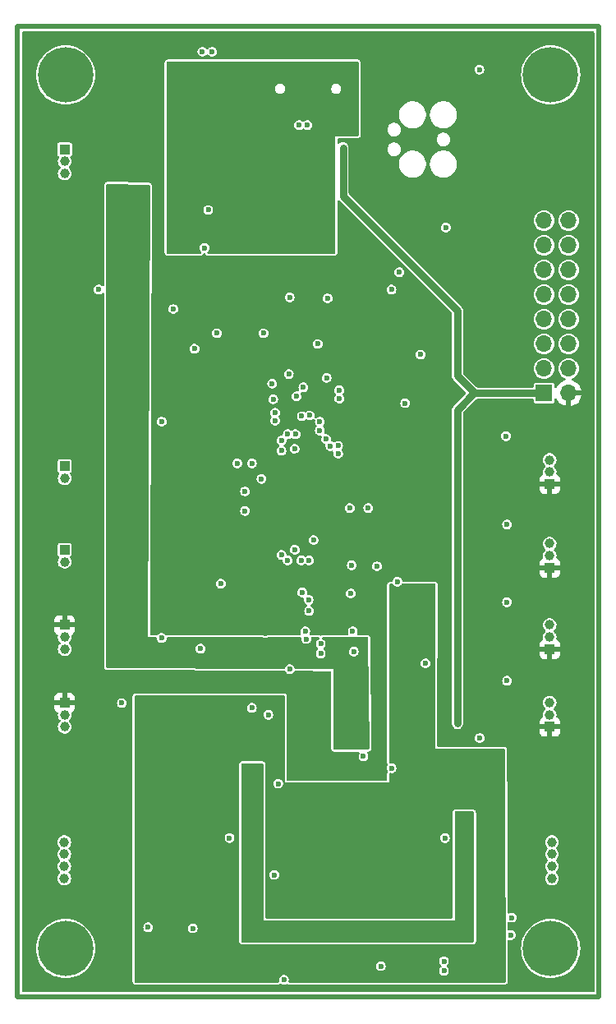
<source format=gbr>
%TF.GenerationSoftware,KiCad,Pcbnew,8.0.5*%
%TF.CreationDate,2024-09-12T11:50:27+01:00*%
%TF.ProjectId,Basic_DSP_V0_1,42617369-635f-4445-9350-5f56305f312e,rev?*%
%TF.SameCoordinates,Original*%
%TF.FileFunction,Copper,L4,Inr*%
%TF.FilePolarity,Positive*%
%FSLAX46Y46*%
G04 Gerber Fmt 4.6, Leading zero omitted, Abs format (unit mm)*
G04 Created by KiCad (PCBNEW 8.0.5) date 2024-09-12 11:50:27*
%MOMM*%
%LPD*%
G01*
G04 APERTURE LIST*
%TA.AperFunction,ComponentPad*%
%ADD10C,5.700000*%
%TD*%
%TA.AperFunction,ComponentPad*%
%ADD11R,1.100000X1.000000*%
%TD*%
%TA.AperFunction,ComponentPad*%
%ADD12C,1.000000*%
%TD*%
%TA.AperFunction,ComponentPad*%
%ADD13R,1.000000X1.000000*%
%TD*%
%TA.AperFunction,ComponentPad*%
%ADD14R,1.700000X1.700000*%
%TD*%
%TA.AperFunction,ComponentPad*%
%ADD15O,1.700000X1.700000*%
%TD*%
%TA.AperFunction,ViaPad*%
%ADD16C,0.600000*%
%TD*%
%TA.AperFunction,Conductor*%
%ADD17C,0.750000*%
%TD*%
%TA.AperFunction,Profile*%
%ADD18C,0.500000*%
%TD*%
G04 APERTURE END LIST*
D10*
%TO.N,N/C*%
%TO.C,H3*%
X128400000Y-399100000D03*
%TD*%
%TO.N,N/C*%
%TO.C,H4*%
X78400000Y-399100000D03*
%TD*%
D11*
%TO.N,+3V3*%
%TO.C,J2*%
X78300000Y-365750000D03*
D12*
%TO.N,Net-(D25-A2)*%
X78300000Y-367000000D03*
%TO.N,GND*%
X78300000Y-368250000D03*
%TD*%
D10*
%TO.N,N/C*%
%TO.C,H1*%
X78400000Y-309100000D03*
%TD*%
D11*
%TO.N,+3V3*%
%TO.C,J8*%
X128300000Y-359875000D03*
D12*
%TO.N,Net-(D10-A2)*%
X128300000Y-358625000D03*
%TO.N,GND*%
X128300000Y-357375000D03*
%TD*%
D11*
%TO.N,+3V3*%
%TO.C,J7*%
X128300000Y-351250000D03*
D12*
%TO.N,Net-(D8-A2)*%
X128300000Y-350000000D03*
%TO.N,GND*%
X128300000Y-348750000D03*
%TD*%
%TO.N,/Analogue/AUDIO_OUT_R*%
%TO.C,J11*%
X78275000Y-388125000D03*
%TO.N,GND*%
X78275000Y-389375000D03*
%TO.N,/Analogue/AUDIO_OUT_L*%
X78275000Y-390625000D03*
%TO.N,GND*%
X78275000Y-391875000D03*
%TD*%
D13*
%TO.N,/Connections/SWITCH_1*%
%TO.C,J15*%
X78300000Y-358000000D03*
D12*
%TO.N,GND*%
X78300000Y-359250000D03*
%TD*%
D11*
%TO.N,VCC*%
%TO.C,J1*%
X78300000Y-316750000D03*
D12*
%TO.N,unconnected-(J1-Pad2)*%
X78300000Y-318000000D03*
%TO.N,GND*%
X78300000Y-319250000D03*
%TD*%
D11*
%TO.N,+3V3*%
%TO.C,J3*%
X78300000Y-373750000D03*
D12*
%TO.N,Net-(D4-A2)*%
X78300000Y-375000000D03*
%TO.N,GND*%
X78300000Y-376250000D03*
%TD*%
D13*
%TO.N,/Connections/SWITCH_0*%
%TO.C,J14*%
X78300000Y-349375000D03*
D12*
%TO.N,GND*%
X78300000Y-350625000D03*
%TD*%
%TO.N,/Analogue/AUDIO_IN_L*%
%TO.C,J6*%
X128525000Y-391875000D03*
%TO.N,GND*%
X128525000Y-390625000D03*
%TO.N,/Analogue/AUDIO_IN_R*%
X128525000Y-389375000D03*
%TO.N,GND*%
X128525000Y-388125000D03*
%TD*%
D10*
%TO.N,N/C*%
%TO.C,H2*%
X128400000Y-309100000D03*
%TD*%
D14*
%TO.N,+5V*%
%TO.C,J16*%
X127710000Y-341875000D03*
D15*
%TO.N,+3V3*%
X130250000Y-341875000D03*
%TO.N,/Connections/GPIO0*%
X127710000Y-339335000D03*
%TO.N,/Connections/GPIO1*%
X130250000Y-339335000D03*
%TO.N,/Connections/GPIO2*%
X127710000Y-336795000D03*
%TO.N,/Connections/GPIO3*%
X130250000Y-336795000D03*
%TO.N,/Connections/GPIO4*%
X127710000Y-334255000D03*
%TO.N,/Connections/GPIO5*%
X130250000Y-334255000D03*
%TO.N,/Connections/GPIO6*%
X127710000Y-331715000D03*
%TO.N,/Connections/GPIO7*%
X130250000Y-331715000D03*
%TO.N,/Connections/GPIO8*%
X127710000Y-329175000D03*
%TO.N,/Connections/GPIO9*%
X130250000Y-329175000D03*
%TO.N,/Connections/GPIO10*%
X127710000Y-326635000D03*
%TO.N,/Connections/GPIO11*%
X130250000Y-326635000D03*
%TO.N,GND*%
X127710000Y-324095000D03*
X130250000Y-324095000D03*
%TD*%
D11*
%TO.N,+3V3*%
%TO.C,J10*%
X128300000Y-376250000D03*
D12*
%TO.N,Net-(D11-A2)*%
X128300000Y-375000000D03*
%TO.N,GND*%
X128300000Y-373750000D03*
%TD*%
D11*
%TO.N,+3V3*%
%TO.C,J9*%
X128300000Y-368250000D03*
D12*
%TO.N,Net-(D12-A2)*%
X128300000Y-367000000D03*
%TO.N,GND*%
X128300000Y-365750000D03*
%TD*%
D16*
%TO.N,+5VA*%
X87200000Y-382400000D03*
X110000000Y-384000000D03*
X121200000Y-379200000D03*
X89400000Y-393200000D03*
X106800000Y-391200000D03*
X112600000Y-363000000D03*
X106800000Y-393200000D03*
X109900000Y-395300000D03*
X111100000Y-395300000D03*
X111200000Y-384000000D03*
X112600000Y-364200000D03*
X88200000Y-393200000D03*
X122400000Y-379200000D03*
X87200000Y-384000000D03*
%TO.N,GND*%
X91500000Y-397000000D03*
X103500000Y-364300000D03*
X124400000Y-395900000D03*
X109100000Y-379300000D03*
X93500000Y-306700000D03*
X104600000Y-344800000D03*
X81800000Y-331200000D03*
X96900000Y-354000000D03*
X93100000Y-323000000D03*
X88300000Y-344800000D03*
X106500000Y-347300000D03*
X102100000Y-346100000D03*
X101500000Y-332000000D03*
X94400000Y-361500000D03*
X117600000Y-324800000D03*
X121100000Y-377400000D03*
X103545110Y-344161654D03*
X123800000Y-346300000D03*
X117400000Y-401400000D03*
X104700000Y-368700000D03*
X115000000Y-337900000D03*
X92500000Y-306700000D03*
X103500000Y-359100000D03*
X100900000Y-402300000D03*
X99700000Y-340900000D03*
X123900000Y-371500000D03*
X95300000Y-387700000D03*
X105400000Y-332100000D03*
X100650000Y-358534313D03*
X112600000Y-361300000D03*
X89500000Y-333200000D03*
X107700000Y-353700000D03*
X100000000Y-343900000D03*
X94000000Y-335700000D03*
X124300000Y-397700000D03*
X96900000Y-352000000D03*
X86900000Y-396900000D03*
X98800000Y-335700000D03*
X101500000Y-370300000D03*
X113400000Y-342900000D03*
X101400000Y-339900000D03*
X91700000Y-337300000D03*
X110900000Y-400900000D03*
X109600000Y-353700000D03*
X123900000Y-363400000D03*
X115500000Y-369700000D03*
X110500000Y-359700000D03*
X123900000Y-355400000D03*
%TO.N,+3V3*%
X99000000Y-366600000D03*
X82000000Y-353100000D03*
X81800000Y-330000000D03*
X82000000Y-362200000D03*
X115000000Y-339700000D03*
X110700000Y-349700000D03*
X90800000Y-346800000D03*
X110500000Y-372100000D03*
X109600000Y-349700000D03*
X100400000Y-355300000D03*
X116100000Y-339700000D03*
X119850000Y-313235000D03*
X90800000Y-347900000D03*
X94400000Y-363000000D03*
X80800000Y-329100000D03*
X94000000Y-337600000D03*
X94000000Y-338800000D03*
X99500000Y-355300000D03*
X94400000Y-364000000D03*
X81800000Y-329100000D03*
X79800000Y-329100000D03*
X79800000Y-330000000D03*
X90200000Y-331300000D03*
X80800000Y-330000000D03*
%TO.N,Net-(D1-K)*%
X83700000Y-322700000D03*
X109100000Y-377700000D03*
X83700000Y-321700000D03*
X85700000Y-321700000D03*
X84700000Y-322700000D03*
X84700000Y-321700000D03*
X109100000Y-376600000D03*
X85700000Y-322700000D03*
%TO.N,/Power/V_ENABLE*%
X112000000Y-380500000D03*
X112000000Y-331200000D03*
X92700000Y-326900000D03*
%TO.N,/Connections/ADC_IN0*%
X88300000Y-367100000D03*
X100650000Y-346750000D03*
%TO.N,/Connections/ADC_IN1*%
X96100000Y-349100000D03*
X84200000Y-373800000D03*
%TO.N,/Analogue/CODEC_IN_L*%
X108100000Y-368500000D03*
X117400000Y-400400000D03*
%TO.N,/Connections/ADC_IN2*%
X97600000Y-374300000D03*
X97600000Y-349100000D03*
%TO.N,/Connections/ADC_IN3*%
X99300000Y-375000000D03*
X98600000Y-350700000D03*
%TO.N,/Analogue/CODEC_IN_R*%
X117500000Y-387700000D03*
X108000000Y-366400000D03*
%TO.N,/Connections/ADC_IN4*%
X102030761Y-358000000D03*
X100650000Y-347800000D03*
%TO.N,/Connections/ADC_IN5*%
X103950000Y-357000000D03*
X102000000Y-347600000D03*
%TO.N,/Analogue/CODEC_OUT_L*%
X107800000Y-362500000D03*
X99900000Y-391500000D03*
%TO.N,/Analogue/CODEC_OUT_R*%
X100300000Y-382100000D03*
X107900000Y-359600000D03*
%TO.N,/Processor/MCU_~{RST}*%
X121050000Y-308535000D03*
X99800000Y-342500000D03*
%TO.N,VBUS*%
X91500000Y-319400000D03*
X106600000Y-313300000D03*
X106600000Y-314200000D03*
X101900000Y-312800000D03*
X107400000Y-314200000D03*
X107400000Y-313300000D03*
X89700000Y-319400000D03*
X90600000Y-319400000D03*
X101900000Y-313600000D03*
%TO.N,/Processor/SWO*%
X104400000Y-336800000D03*
X112800000Y-329400000D03*
%TO.N,/Connections/USB_D+*%
X102475000Y-314252248D03*
X106621851Y-341575000D03*
%TO.N,/Connections/USB_D-*%
X106621851Y-342425000D03*
X103325000Y-314252248D03*
%TO.N,+5V*%
X118800000Y-375900000D03*
X107000000Y-317700000D03*
X107000000Y-316600000D03*
%TO.N,/Connections/GPIO2*%
X105250000Y-346600000D03*
%TO.N,/Connections/GPIO3*%
X105300000Y-340300000D03*
%TO.N,/CODEC/I2S_ADC_OUT*%
X100000000Y-344700000D03*
X92300000Y-368200000D03*
%TO.N,/CODEC/I2C1_SDA*%
X102200000Y-342200000D03*
X103100000Y-366400000D03*
%TO.N,/CODEC/I2C1_SCL*%
X102900000Y-341266728D03*
X103200000Y-367200000D03*
%TO.N,+VREF*%
X119000000Y-398000000D03*
X107250000Y-397750000D03*
X98000000Y-391750000D03*
X97000000Y-380750000D03*
X120000000Y-398000000D03*
X98000000Y-380750000D03*
X97000000Y-391750000D03*
X107250000Y-396750000D03*
X120000000Y-386200000D03*
X119000000Y-386200000D03*
%TO.N,/CODEC/I2S_BCLK*%
X103450000Y-363150000D03*
X105700000Y-347315544D03*
%TO.N,/CODEC/I2S_WCLK*%
X102750000Y-344250000D03*
X102700000Y-359100000D03*
%TO.N,/CODEC/I2S_MCLK*%
X104600000Y-345700000D03*
X102800000Y-362400000D03*
%TO.N,/CODEC/I2S_DAC_IN*%
X101300000Y-346100000D03*
X101300000Y-359100000D03*
%TO.N,/CODEC/CODEC_~{RST}*%
X104700000Y-367700000D03*
X106500000Y-348100000D03*
%TD*%
D17*
%TO.N,+5V*%
X127710000Y-341875000D02*
X120575000Y-341875000D01*
X120525000Y-341875000D02*
X118800000Y-343600000D01*
X107000000Y-321562563D02*
X107000000Y-316600000D01*
X120575000Y-341875000D02*
X118800000Y-340100000D01*
X118800000Y-343600000D02*
X118800000Y-375900000D01*
X120575000Y-341875000D02*
X120525000Y-341875000D01*
X118800000Y-333362563D02*
X107000000Y-321562563D01*
X118800000Y-340100000D02*
X118800000Y-333362563D01*
%TD*%
%TA.AperFunction,Conductor*%
%TO.N,Net-(D1-K)*%
G36*
X86978233Y-320397294D02*
G01*
X87044818Y-320418463D01*
X87089389Y-320472270D01*
X87099477Y-320521795D01*
X86900000Y-367000000D01*
X87672529Y-367000000D01*
X87739568Y-367019685D01*
X87785323Y-367072489D01*
X87795267Y-367106354D01*
X87814834Y-367242456D01*
X87860504Y-367342457D01*
X87874623Y-367373373D01*
X87968872Y-367482143D01*
X88089947Y-367559953D01*
X88089950Y-367559954D01*
X88089949Y-367559954D01*
X88228036Y-367600499D01*
X88228038Y-367600500D01*
X88228039Y-367600500D01*
X88371962Y-367600500D01*
X88371962Y-367600499D01*
X88510053Y-367559953D01*
X88631128Y-367482143D01*
X88725377Y-367373373D01*
X88785165Y-367242457D01*
X88804733Y-367106352D01*
X88833758Y-367042798D01*
X88892535Y-367005023D01*
X88927471Y-367000000D01*
X98660248Y-367000000D01*
X98727286Y-367019684D01*
X98789949Y-367059954D01*
X98897107Y-367091417D01*
X98926336Y-367100000D01*
X98928036Y-367100499D01*
X98928038Y-367100500D01*
X98928039Y-367100500D01*
X99071962Y-367100500D01*
X99071962Y-367100499D01*
X99210050Y-367059954D01*
X99210051Y-367059954D01*
X99272714Y-367019684D01*
X99339752Y-367000000D01*
X102580005Y-367000000D01*
X102647044Y-367019685D01*
X102692799Y-367072489D01*
X102702743Y-367141647D01*
X102694353Y-367200000D01*
X102714834Y-367342456D01*
X102753275Y-367426628D01*
X102774623Y-367473373D01*
X102868872Y-367582143D01*
X102989947Y-367659953D01*
X102989950Y-367659954D01*
X102989949Y-367659954D01*
X103097107Y-367691417D01*
X103126336Y-367700000D01*
X103128036Y-367700499D01*
X103128038Y-367700500D01*
X103128039Y-367700500D01*
X103271962Y-367700500D01*
X103271962Y-367700499D01*
X103410053Y-367659953D01*
X103531128Y-367582143D01*
X103625377Y-367473373D01*
X103685165Y-367342457D01*
X103705647Y-367200000D01*
X103697257Y-367141646D01*
X103707201Y-367072489D01*
X103752956Y-367019685D01*
X103819995Y-367000000D01*
X104445557Y-367000000D01*
X104512596Y-367019685D01*
X104558351Y-367072489D01*
X104568295Y-367141647D01*
X104539270Y-367205203D01*
X104497071Y-367236793D01*
X104489950Y-367240045D01*
X104368873Y-367317856D01*
X104274623Y-367426626D01*
X104274622Y-367426628D01*
X104214834Y-367557543D01*
X104194353Y-367700000D01*
X104214834Y-367842456D01*
X104253275Y-367926628D01*
X104274623Y-367973373D01*
X104368872Y-368082143D01*
X104376324Y-368086932D01*
X104389943Y-368095685D01*
X104435698Y-368148489D01*
X104445641Y-368217648D01*
X104416615Y-368281203D01*
X104389943Y-368304315D01*
X104368874Y-368317855D01*
X104274623Y-368426626D01*
X104274622Y-368426628D01*
X104214834Y-368557543D01*
X104194353Y-368700000D01*
X104214834Y-368842456D01*
X104232959Y-368882143D01*
X104274623Y-368973373D01*
X104368872Y-369082143D01*
X104489947Y-369159953D01*
X104489950Y-369159954D01*
X104489949Y-369159954D01*
X104628036Y-369200499D01*
X104628038Y-369200500D01*
X104628039Y-369200500D01*
X104771962Y-369200500D01*
X104771962Y-369200499D01*
X104910053Y-369159953D01*
X105031128Y-369082143D01*
X105125377Y-368973373D01*
X105185165Y-368842457D01*
X105205647Y-368700000D01*
X105185165Y-368557543D01*
X105158886Y-368500000D01*
X107594353Y-368500000D01*
X107614834Y-368642456D01*
X107674622Y-368773371D01*
X107674623Y-368773373D01*
X107768872Y-368882143D01*
X107889947Y-368959953D01*
X107889950Y-368959954D01*
X107889949Y-368959954D01*
X108028036Y-369000499D01*
X108028038Y-369000500D01*
X108028039Y-369000500D01*
X108171962Y-369000500D01*
X108171962Y-369000499D01*
X108310053Y-368959953D01*
X108431128Y-368882143D01*
X108525377Y-368773373D01*
X108585165Y-368642457D01*
X108605647Y-368500000D01*
X108585165Y-368357543D01*
X108525377Y-368226627D01*
X108431128Y-368117857D01*
X108310053Y-368040047D01*
X108310051Y-368040046D01*
X108310049Y-368040045D01*
X108310050Y-368040045D01*
X108171963Y-367999500D01*
X108171961Y-367999500D01*
X108028039Y-367999500D01*
X108028036Y-367999500D01*
X107889949Y-368040045D01*
X107768873Y-368117856D01*
X107674623Y-368226626D01*
X107674622Y-368226628D01*
X107614834Y-368357543D01*
X107594353Y-368500000D01*
X105158886Y-368500000D01*
X105125377Y-368426627D01*
X105031128Y-368317857D01*
X105031125Y-368317855D01*
X105031125Y-368317854D01*
X105010058Y-368304316D01*
X104964302Y-368251513D01*
X104954358Y-368182354D01*
X104983382Y-368118798D01*
X105010058Y-368095684D01*
X105031125Y-368082145D01*
X105031125Y-368082144D01*
X105031128Y-368082143D01*
X105125377Y-367973373D01*
X105185165Y-367842457D01*
X105205647Y-367700000D01*
X105185165Y-367557543D01*
X105125377Y-367426627D01*
X105031128Y-367317857D01*
X104910053Y-367240047D01*
X104910051Y-367240046D01*
X104910049Y-367240045D01*
X104902929Y-367236793D01*
X104850126Y-367191037D01*
X104830443Y-367123997D01*
X104850129Y-367056958D01*
X104902934Y-367011204D01*
X104954443Y-367000000D01*
X109477065Y-367000000D01*
X109544104Y-367019685D01*
X109589859Y-367072489D01*
X109601059Y-367122929D01*
X109698922Y-378474931D01*
X109679816Y-378542138D01*
X109627409Y-378588346D01*
X109574927Y-378600000D01*
X106124000Y-378600000D01*
X106056961Y-378580315D01*
X106011206Y-378527511D01*
X106000000Y-378476000D01*
X106000000Y-370300000D01*
X102110173Y-370283376D01*
X102043218Y-370263405D01*
X101997690Y-370210406D01*
X101987965Y-370177020D01*
X101987216Y-370171812D01*
X101985165Y-370157543D01*
X101925377Y-370026627D01*
X101831128Y-369917857D01*
X101710053Y-369840047D01*
X101710051Y-369840046D01*
X101710049Y-369840045D01*
X101710050Y-369840045D01*
X101571963Y-369799500D01*
X101571961Y-369799500D01*
X101428039Y-369799500D01*
X101428036Y-369799500D01*
X101289949Y-369840045D01*
X101168873Y-369917856D01*
X101074623Y-370026626D01*
X101074622Y-370026628D01*
X101014835Y-370157541D01*
X101014833Y-370157550D01*
X101012782Y-370171812D01*
X100983755Y-370235366D01*
X100924975Y-370273138D01*
X100889515Y-370278159D01*
X82723470Y-370200527D01*
X82656515Y-370180556D01*
X82610987Y-370127557D01*
X82600000Y-370076528D01*
X82600000Y-368200000D01*
X91794353Y-368200000D01*
X91814834Y-368342456D01*
X91853275Y-368426628D01*
X91874623Y-368473373D01*
X91968872Y-368582143D01*
X92089947Y-368659953D01*
X92089950Y-368659954D01*
X92089949Y-368659954D01*
X92197107Y-368691417D01*
X92226336Y-368700000D01*
X92228036Y-368700499D01*
X92228038Y-368700500D01*
X92228039Y-368700500D01*
X92371962Y-368700500D01*
X92371962Y-368700499D01*
X92510053Y-368659953D01*
X92631128Y-368582143D01*
X92725377Y-368473373D01*
X92785165Y-368342457D01*
X92805647Y-368200000D01*
X92785165Y-368057543D01*
X92725377Y-367926627D01*
X92631128Y-367817857D01*
X92510053Y-367740047D01*
X92510051Y-367740046D01*
X92510049Y-367740045D01*
X92510050Y-367740045D01*
X92371963Y-367699500D01*
X92371961Y-367699500D01*
X92228039Y-367699500D01*
X92228036Y-367699500D01*
X92089949Y-367740045D01*
X91968873Y-367817856D01*
X91874623Y-367926626D01*
X91874622Y-367926628D01*
X91814834Y-368057543D01*
X91794353Y-368200000D01*
X82600000Y-368200000D01*
X82600000Y-320426785D01*
X82619685Y-320359746D01*
X82672489Y-320313991D01*
X82726751Y-320302816D01*
X86978233Y-320397294D01*
G37*
%TD.AperFunction*%
%TD*%
%TA.AperFunction,Conductor*%
%TO.N,+3V3*%
G36*
X132825000Y-304620462D02*
G01*
X132879538Y-304675000D01*
X132899500Y-304749500D01*
X132899500Y-403450500D01*
X132879538Y-403525000D01*
X132825000Y-403579538D01*
X132750500Y-403599500D01*
X74049500Y-403599500D01*
X73975000Y-403579538D01*
X73920462Y-403525000D01*
X73900500Y-403450500D01*
X73900500Y-399100000D01*
X75344693Y-399100000D01*
X75363904Y-399442086D01*
X75421296Y-399779870D01*
X75516147Y-400109104D01*
X75516148Y-400109108D01*
X75516149Y-400109109D01*
X75516150Y-400109114D01*
X75636640Y-400399999D01*
X75647264Y-400425648D01*
X75812998Y-400725521D01*
X76011265Y-401004953D01*
X76239572Y-401260428D01*
X76495047Y-401488735D01*
X76774479Y-401687002D01*
X77074352Y-401852736D01*
X77236696Y-401919981D01*
X77390885Y-401983849D01*
X77390887Y-401983849D01*
X77390896Y-401983853D01*
X77720130Y-402078704D01*
X78057914Y-402136096D01*
X78400000Y-402155307D01*
X78742086Y-402136096D01*
X79079870Y-402078704D01*
X79409104Y-401983853D01*
X79725648Y-401852736D01*
X80025521Y-401687002D01*
X80304953Y-401488735D01*
X80560428Y-401260428D01*
X80788735Y-401004953D01*
X80987002Y-400725521D01*
X81152736Y-400425648D01*
X81283853Y-400109104D01*
X81378704Y-399779870D01*
X81436096Y-399442086D01*
X81455307Y-399100000D01*
X81436096Y-398757914D01*
X81378704Y-398420130D01*
X81283853Y-398090896D01*
X81283849Y-398090887D01*
X81283849Y-398090885D01*
X81180946Y-397842457D01*
X81152736Y-397774352D01*
X80987002Y-397474479D01*
X80788735Y-397195047D01*
X80560428Y-396939572D01*
X80304953Y-396711265D01*
X80025521Y-396512998D01*
X79725648Y-396347264D01*
X79719690Y-396344796D01*
X79409114Y-396216150D01*
X79409109Y-396216149D01*
X79409108Y-396216148D01*
X79409104Y-396216147D01*
X79079870Y-396121296D01*
X78742086Y-396063904D01*
X78400000Y-396044693D01*
X78057913Y-396063904D01*
X78057910Y-396063904D01*
X77720130Y-396121296D01*
X77390896Y-396216147D01*
X77390893Y-396216147D01*
X77390890Y-396216149D01*
X77390885Y-396216150D01*
X77074351Y-396347264D01*
X76774483Y-396512995D01*
X76495043Y-396711268D01*
X76239572Y-396939572D01*
X76011268Y-397195043D01*
X76011265Y-397195046D01*
X76011265Y-397195047D01*
X75912131Y-397334763D01*
X75812995Y-397474483D01*
X75647264Y-397774351D01*
X75516150Y-398090885D01*
X75516149Y-398090890D01*
X75516147Y-398090896D01*
X75421296Y-398420130D01*
X75363904Y-398757914D01*
X75344693Y-399100000D01*
X73900500Y-399100000D01*
X73900500Y-388125000D01*
X77569355Y-388125000D01*
X77589860Y-388293874D01*
X77650181Y-388452929D01*
X77650182Y-388452930D01*
X77746817Y-388592929D01*
X77746819Y-388592930D01*
X77746820Y-388592932D01*
X77798224Y-388638472D01*
X77840751Y-388702816D01*
X77845408Y-388779804D01*
X77810947Y-388848805D01*
X77798224Y-388861528D01*
X77746820Y-388907067D01*
X77746817Y-388907071D01*
X77650181Y-389047070D01*
X77589860Y-389206125D01*
X77569355Y-389375000D01*
X77589860Y-389543874D01*
X77650181Y-389702929D01*
X77650182Y-389702930D01*
X77746817Y-389842929D01*
X77746819Y-389842930D01*
X77746820Y-389842932D01*
X77798224Y-389888472D01*
X77840751Y-389952816D01*
X77845408Y-390029804D01*
X77810947Y-390098805D01*
X77798224Y-390111528D01*
X77746820Y-390157067D01*
X77746817Y-390157071D01*
X77650181Y-390297070D01*
X77589860Y-390456125D01*
X77569355Y-390625000D01*
X77589860Y-390793874D01*
X77650181Y-390952929D01*
X77650182Y-390952930D01*
X77746817Y-391092929D01*
X77746819Y-391092930D01*
X77746820Y-391092932D01*
X77798224Y-391138472D01*
X77840751Y-391202816D01*
X77845408Y-391279804D01*
X77810947Y-391348805D01*
X77798224Y-391361528D01*
X77746820Y-391407067D01*
X77746817Y-391407071D01*
X77650181Y-391547070D01*
X77589860Y-391706125D01*
X77569355Y-391875000D01*
X77589860Y-392043874D01*
X77650181Y-392202929D01*
X77650182Y-392202930D01*
X77746817Y-392342929D01*
X77746819Y-392342930D01*
X77746820Y-392342932D01*
X77874146Y-392455732D01*
X77874148Y-392455734D01*
X78024775Y-392534790D01*
X78189944Y-392575500D01*
X78360056Y-392575500D01*
X78525225Y-392534790D01*
X78675852Y-392455734D01*
X78803183Y-392342929D01*
X78899818Y-392202930D01*
X78960140Y-392043872D01*
X78980645Y-391875000D01*
X78960140Y-391706128D01*
X78899818Y-391547070D01*
X78803183Y-391407071D01*
X78803178Y-391407067D01*
X78781177Y-391387576D01*
X78751775Y-391361527D01*
X78709249Y-391297185D01*
X78704591Y-391220198D01*
X78739051Y-391151196D01*
X78751775Y-391138472D01*
X78803183Y-391092929D01*
X78899818Y-390952930D01*
X78960140Y-390793872D01*
X78980645Y-390625000D01*
X78960140Y-390456128D01*
X78899818Y-390297070D01*
X78803183Y-390157071D01*
X78803178Y-390157067D01*
X78781177Y-390137576D01*
X78751775Y-390111527D01*
X78709249Y-390047185D01*
X78704591Y-389970198D01*
X78739051Y-389901196D01*
X78751775Y-389888472D01*
X78803183Y-389842929D01*
X78899818Y-389702930D01*
X78960140Y-389543872D01*
X78980645Y-389375000D01*
X78960140Y-389206128D01*
X78899818Y-389047070D01*
X78803183Y-388907071D01*
X78803178Y-388907067D01*
X78781177Y-388887576D01*
X78751775Y-388861527D01*
X78709249Y-388797185D01*
X78704591Y-388720198D01*
X78739051Y-388651196D01*
X78751775Y-388638472D01*
X78803183Y-388592929D01*
X78899818Y-388452930D01*
X78960140Y-388293872D01*
X78980645Y-388125000D01*
X78960140Y-387956128D01*
X78899818Y-387797070D01*
X78803183Y-387657071D01*
X78803180Y-387657068D01*
X78803179Y-387657067D01*
X78675853Y-387544267D01*
X78675854Y-387544267D01*
X78525224Y-387465209D01*
X78360056Y-387424500D01*
X78189944Y-387424500D01*
X78024775Y-387465209D01*
X77874145Y-387544267D01*
X77746820Y-387657067D01*
X77746817Y-387657071D01*
X77650181Y-387797070D01*
X77589860Y-387956125D01*
X77569355Y-388125000D01*
X73900500Y-388125000D01*
X73900500Y-374000000D01*
X77250000Y-374000000D01*
X77250000Y-374297822D01*
X77250001Y-374297842D01*
X77256401Y-374357377D01*
X77306645Y-374492084D01*
X77306650Y-374492094D01*
X77392809Y-374607187D01*
X77392812Y-374607190D01*
X77507905Y-374693349D01*
X77507913Y-374693353D01*
X77516234Y-374696457D01*
X77579062Y-374741195D01*
X77611103Y-374811352D01*
X77612080Y-374854023D01*
X77594355Y-374999999D01*
X77614860Y-375168874D01*
X77675181Y-375327929D01*
X77675182Y-375327930D01*
X77771817Y-375467929D01*
X77771819Y-375467930D01*
X77771820Y-375467932D01*
X77823224Y-375513472D01*
X77865751Y-375577816D01*
X77870408Y-375654804D01*
X77835947Y-375723805D01*
X77823224Y-375736528D01*
X77771820Y-375782067D01*
X77771817Y-375782071D01*
X77675181Y-375922070D01*
X77614860Y-376081125D01*
X77594355Y-376250000D01*
X77614860Y-376418874D01*
X77675181Y-376577929D01*
X77675182Y-376577930D01*
X77771817Y-376717929D01*
X77862020Y-376797842D01*
X77899146Y-376830732D01*
X77899148Y-376830734D01*
X78049775Y-376909790D01*
X78214944Y-376950500D01*
X78385056Y-376950500D01*
X78550225Y-376909790D01*
X78700852Y-376830734D01*
X78828183Y-376717929D01*
X78924818Y-376577930D01*
X78985140Y-376418872D01*
X79005645Y-376250000D01*
X78985140Y-376081128D01*
X78924818Y-375922070D01*
X78828183Y-375782071D01*
X78828178Y-375782067D01*
X78806177Y-375762576D01*
X78776775Y-375736527D01*
X78734249Y-375672185D01*
X78729591Y-375595198D01*
X78764051Y-375526196D01*
X78776775Y-375513472D01*
X78828183Y-375467929D01*
X78924818Y-375327930D01*
X78985140Y-375168872D01*
X79005645Y-375000000D01*
X78987919Y-374854019D01*
X78998756Y-374777661D01*
X79046322Y-374716946D01*
X79083767Y-374696456D01*
X79092089Y-374693352D01*
X79092094Y-374693349D01*
X79207187Y-374607190D01*
X79207190Y-374607187D01*
X79293349Y-374492094D01*
X79293354Y-374492084D01*
X79343598Y-374357377D01*
X79349998Y-374297842D01*
X79350000Y-374297822D01*
X79350000Y-374000000D01*
X78349728Y-374000000D01*
X78441614Y-373961940D01*
X78511940Y-373891614D01*
X78549889Y-373799996D01*
X83694353Y-373799996D01*
X83694353Y-373800003D01*
X83714834Y-373942454D01*
X83714834Y-373942455D01*
X83714835Y-373942457D01*
X83774623Y-374073373D01*
X83868872Y-374182143D01*
X83989947Y-374259953D01*
X84128039Y-374300500D01*
X84128041Y-374300500D01*
X84271959Y-374300500D01*
X84271961Y-374300500D01*
X84410053Y-374259953D01*
X84531128Y-374182143D01*
X84625377Y-374073373D01*
X84685165Y-373942457D01*
X84705647Y-373800000D01*
X84705647Y-373799996D01*
X84685165Y-373657545D01*
X84685165Y-373657543D01*
X84625377Y-373526627D01*
X84531128Y-373417857D01*
X84531127Y-373417856D01*
X84497465Y-373396223D01*
X84410053Y-373340047D01*
X84410050Y-373340046D01*
X84271967Y-373299501D01*
X84271962Y-373299500D01*
X84271961Y-373299500D01*
X84128039Y-373299500D01*
X84128037Y-373299500D01*
X84128032Y-373299501D01*
X83989949Y-373340046D01*
X83868872Y-373417856D01*
X83868870Y-373417859D01*
X83774622Y-373526628D01*
X83714834Y-373657545D01*
X83694353Y-373799996D01*
X78549889Y-373799996D01*
X78550000Y-373799728D01*
X78550000Y-373700272D01*
X78511940Y-373608386D01*
X78441614Y-373538060D01*
X78349728Y-373500000D01*
X78550000Y-373500000D01*
X79350000Y-373500000D01*
X79350000Y-373202177D01*
X79349998Y-373202157D01*
X79343598Y-373142622D01*
X79336649Y-373123991D01*
X85294500Y-373123991D01*
X85294500Y-402476013D01*
X85299195Y-402519676D01*
X85310409Y-402571224D01*
X85312887Y-402581365D01*
X85312891Y-402581376D01*
X85355900Y-402662085D01*
X85386903Y-402697865D01*
X85401655Y-402714889D01*
X85419246Y-402732843D01*
X85499063Y-402777490D01*
X85566102Y-402797175D01*
X85585686Y-402799990D01*
X85623991Y-402805499D01*
X85623997Y-402805499D01*
X85624000Y-402805500D01*
X85624001Y-402805500D01*
X100295452Y-402805500D01*
X100297763Y-402805417D01*
X100310108Y-402804977D01*
X100327755Y-402803715D01*
X100398465Y-402785667D01*
X100462020Y-402756642D01*
X100484202Y-402744822D01*
X100484210Y-402744813D01*
X100486784Y-402742929D01*
X100490373Y-402741534D01*
X100493607Y-402739811D01*
X100493812Y-402740197D01*
X100558675Y-402714991D01*
X100634902Y-402726741D01*
X100655416Y-402737762D01*
X100666407Y-402744825D01*
X100689947Y-402759953D01*
X100828039Y-402800500D01*
X100828041Y-402800500D01*
X100971959Y-402800500D01*
X100971961Y-402800500D01*
X101110053Y-402759953D01*
X101145667Y-402737064D01*
X101219130Y-402713582D01*
X101294496Y-402729976D01*
X101298958Y-402732374D01*
X101308591Y-402737762D01*
X101379614Y-402777490D01*
X101446653Y-402797175D01*
X101466237Y-402799990D01*
X101504542Y-402805499D01*
X101504548Y-402805499D01*
X101504551Y-402805500D01*
X101504552Y-402805500D01*
X123625739Y-402805500D01*
X123625742Y-402805500D01*
X123669634Y-402800758D01*
X123721379Y-402789445D01*
X123731759Y-402786891D01*
X123812382Y-402743715D01*
X123865091Y-402697851D01*
X123883009Y-402680221D01*
X123927491Y-402600311D01*
X123947037Y-402533231D01*
X123955242Y-402475317D01*
X123948238Y-399100000D01*
X125344693Y-399100000D01*
X125363904Y-399442086D01*
X125421296Y-399779870D01*
X125516147Y-400109104D01*
X125516148Y-400109108D01*
X125516149Y-400109109D01*
X125516150Y-400109114D01*
X125636640Y-400399999D01*
X125647264Y-400425648D01*
X125812998Y-400725521D01*
X126011265Y-401004953D01*
X126239572Y-401260428D01*
X126495047Y-401488735D01*
X126774479Y-401687002D01*
X127074352Y-401852736D01*
X127236696Y-401919981D01*
X127390885Y-401983849D01*
X127390887Y-401983849D01*
X127390896Y-401983853D01*
X127720130Y-402078704D01*
X128057914Y-402136096D01*
X128400000Y-402155307D01*
X128742086Y-402136096D01*
X129079870Y-402078704D01*
X129409104Y-401983853D01*
X129725648Y-401852736D01*
X130025521Y-401687002D01*
X130304953Y-401488735D01*
X130560428Y-401260428D01*
X130788735Y-401004953D01*
X130987002Y-400725521D01*
X131152736Y-400425648D01*
X131283853Y-400109104D01*
X131378704Y-399779870D01*
X131436096Y-399442086D01*
X131455307Y-399100000D01*
X131436096Y-398757914D01*
X131378704Y-398420130D01*
X131283853Y-398090896D01*
X131283849Y-398090887D01*
X131283849Y-398090885D01*
X131180946Y-397842457D01*
X131152736Y-397774352D01*
X130987002Y-397474479D01*
X130788735Y-397195047D01*
X130560428Y-396939572D01*
X130304953Y-396711265D01*
X130025521Y-396512998D01*
X129725648Y-396347264D01*
X129719690Y-396344796D01*
X129409114Y-396216150D01*
X129409109Y-396216149D01*
X129409108Y-396216148D01*
X129409104Y-396216147D01*
X129079870Y-396121296D01*
X128742086Y-396063904D01*
X128400000Y-396044693D01*
X128057913Y-396063904D01*
X128057910Y-396063904D01*
X127720130Y-396121296D01*
X127390896Y-396216147D01*
X127390893Y-396216147D01*
X127390890Y-396216149D01*
X127390885Y-396216150D01*
X127074351Y-396347264D01*
X126774483Y-396512995D01*
X126495043Y-396711268D01*
X126239572Y-396939572D01*
X126011268Y-397195043D01*
X126011265Y-397195046D01*
X126011265Y-397195047D01*
X125912131Y-397334763D01*
X125812995Y-397474483D01*
X125647264Y-397774351D01*
X125516150Y-398090885D01*
X125516149Y-398090890D01*
X125516147Y-398090896D01*
X125421296Y-398420130D01*
X125363904Y-398757914D01*
X125344693Y-399100000D01*
X123948238Y-399100000D01*
X123946614Y-398317214D01*
X123966422Y-398242675D01*
X124020846Y-398188024D01*
X124095305Y-398167907D01*
X124137592Y-398173943D01*
X124185549Y-398188024D01*
X124228039Y-398200500D01*
X124228041Y-398200500D01*
X124371959Y-398200500D01*
X124371961Y-398200500D01*
X124510053Y-398159953D01*
X124631128Y-398082143D01*
X124725377Y-397973373D01*
X124785165Y-397842457D01*
X124805647Y-397700000D01*
X124805647Y-397699996D01*
X124785165Y-397557545D01*
X124785165Y-397557543D01*
X124725377Y-397426627D01*
X124631128Y-397317857D01*
X124631127Y-397317856D01*
X124597465Y-397296223D01*
X124510053Y-397240047D01*
X124510050Y-397240046D01*
X124371967Y-397199501D01*
X124371962Y-397199500D01*
X124371961Y-397199500D01*
X124228039Y-397199500D01*
X124228036Y-397199500D01*
X124135033Y-397226808D01*
X124057927Y-397228643D01*
X123990233Y-397191678D01*
X123950091Y-397125820D01*
X123944056Y-397084158D01*
X123942791Y-396474294D01*
X123962599Y-396399756D01*
X124017024Y-396345105D01*
X124091482Y-396324988D01*
X124166023Y-396344796D01*
X124172312Y-396348620D01*
X124189947Y-396359953D01*
X124328039Y-396400500D01*
X124328041Y-396400500D01*
X124471959Y-396400500D01*
X124471961Y-396400500D01*
X124610053Y-396359953D01*
X124731128Y-396282143D01*
X124825377Y-396173373D01*
X124885165Y-396042457D01*
X124905647Y-395900000D01*
X124905647Y-395899996D01*
X124885165Y-395757545D01*
X124885165Y-395757543D01*
X124825377Y-395626627D01*
X124731128Y-395517857D01*
X124731127Y-395517856D01*
X124666574Y-395476371D01*
X124610053Y-395440047D01*
X124610050Y-395440046D01*
X124471967Y-395399501D01*
X124471962Y-395399500D01*
X124471961Y-395399500D01*
X124328039Y-395399500D01*
X124328037Y-395399500D01*
X124328032Y-395399501D01*
X124189949Y-395440046D01*
X124169968Y-395452887D01*
X124096502Y-395476371D01*
X124021137Y-395459976D01*
X123964066Y-395408095D01*
X123940582Y-395334629D01*
X123940413Y-395327849D01*
X123934618Y-392534790D01*
X123925469Y-388125000D01*
X127819355Y-388125000D01*
X127839860Y-388293874D01*
X127900181Y-388452929D01*
X127900182Y-388452930D01*
X127996817Y-388592929D01*
X127996819Y-388592930D01*
X127996820Y-388592932D01*
X128048224Y-388638472D01*
X128090751Y-388702816D01*
X128095408Y-388779804D01*
X128060947Y-388848805D01*
X128048224Y-388861528D01*
X127996820Y-388907067D01*
X127996817Y-388907071D01*
X127900181Y-389047070D01*
X127839860Y-389206125D01*
X127819355Y-389375000D01*
X127839860Y-389543874D01*
X127900181Y-389702929D01*
X127900182Y-389702930D01*
X127996817Y-389842929D01*
X127996819Y-389842930D01*
X127996820Y-389842932D01*
X128048224Y-389888472D01*
X128090751Y-389952816D01*
X128095408Y-390029804D01*
X128060947Y-390098805D01*
X128048224Y-390111528D01*
X127996820Y-390157067D01*
X127996817Y-390157071D01*
X127900181Y-390297070D01*
X127839860Y-390456125D01*
X127819355Y-390625000D01*
X127839860Y-390793874D01*
X127900181Y-390952929D01*
X127900182Y-390952930D01*
X127996817Y-391092929D01*
X127996819Y-391092930D01*
X127996820Y-391092932D01*
X128048224Y-391138472D01*
X128090751Y-391202816D01*
X128095408Y-391279804D01*
X128060947Y-391348805D01*
X128048224Y-391361528D01*
X127996820Y-391407067D01*
X127996817Y-391407071D01*
X127900181Y-391547070D01*
X127839860Y-391706125D01*
X127819355Y-391875000D01*
X127839860Y-392043874D01*
X127900181Y-392202929D01*
X127900182Y-392202930D01*
X127996817Y-392342929D01*
X127996819Y-392342930D01*
X127996820Y-392342932D01*
X128124146Y-392455732D01*
X128124148Y-392455734D01*
X128274775Y-392534790D01*
X128439944Y-392575500D01*
X128610056Y-392575500D01*
X128775225Y-392534790D01*
X128925852Y-392455734D01*
X129053183Y-392342929D01*
X129149818Y-392202930D01*
X129210140Y-392043872D01*
X129230645Y-391875000D01*
X129210140Y-391706128D01*
X129149818Y-391547070D01*
X129053183Y-391407071D01*
X129053178Y-391407067D01*
X129031177Y-391387576D01*
X129001775Y-391361527D01*
X128959249Y-391297185D01*
X128954591Y-391220198D01*
X128989051Y-391151196D01*
X129001775Y-391138472D01*
X129053183Y-391092929D01*
X129149818Y-390952930D01*
X129210140Y-390793872D01*
X129230645Y-390625000D01*
X129210140Y-390456128D01*
X129149818Y-390297070D01*
X129053183Y-390157071D01*
X129053178Y-390157067D01*
X129031177Y-390137576D01*
X129001775Y-390111527D01*
X128959249Y-390047185D01*
X128954591Y-389970198D01*
X128989051Y-389901196D01*
X129001775Y-389888472D01*
X129053183Y-389842929D01*
X129149818Y-389702930D01*
X129210140Y-389543872D01*
X129230645Y-389375000D01*
X129210140Y-389206128D01*
X129149818Y-389047070D01*
X129053183Y-388907071D01*
X129053178Y-388907067D01*
X129031177Y-388887576D01*
X129001775Y-388861527D01*
X128959249Y-388797185D01*
X128954591Y-388720198D01*
X128989051Y-388651196D01*
X129001775Y-388638472D01*
X129053183Y-388592929D01*
X129149818Y-388452930D01*
X129210140Y-388293872D01*
X129230645Y-388125000D01*
X129210140Y-387956128D01*
X129149818Y-387797070D01*
X129053183Y-387657071D01*
X129053180Y-387657068D01*
X129053179Y-387657067D01*
X128925853Y-387544267D01*
X128925854Y-387544267D01*
X128775224Y-387465209D01*
X128610056Y-387424500D01*
X128439944Y-387424500D01*
X128274775Y-387465209D01*
X128124145Y-387544267D01*
X127996820Y-387657067D01*
X127996817Y-387657071D01*
X127900181Y-387797070D01*
X127839860Y-387956125D01*
X127819355Y-388125000D01*
X123925469Y-388125000D01*
X123919139Y-385073566D01*
X123905756Y-378623315D01*
X123901014Y-378579850D01*
X123889809Y-378528598D01*
X123887367Y-378518627D01*
X123844357Y-378437915D01*
X123798602Y-378385111D01*
X123781011Y-378367157D01*
X123781010Y-378367156D01*
X123745840Y-378347483D01*
X123701194Y-378322510D01*
X123701192Y-378322509D01*
X123674973Y-378314810D01*
X123634155Y-378302825D01*
X123634150Y-378302824D01*
X123634146Y-378302823D01*
X123576265Y-378294500D01*
X123576257Y-378294500D01*
X116855543Y-378294500D01*
X116781043Y-378274538D01*
X116726505Y-378220000D01*
X116706543Y-378145500D01*
X116706544Y-378145062D01*
X116708735Y-377399996D01*
X120594353Y-377399996D01*
X120594353Y-377400003D01*
X120614834Y-377542454D01*
X120614834Y-377542455D01*
X120614835Y-377542457D01*
X120674623Y-377673373D01*
X120768872Y-377782143D01*
X120889947Y-377859953D01*
X121028039Y-377900500D01*
X121028041Y-377900500D01*
X121171959Y-377900500D01*
X121171961Y-377900500D01*
X121310053Y-377859953D01*
X121431128Y-377782143D01*
X121525377Y-377673373D01*
X121585165Y-377542457D01*
X121605647Y-377400000D01*
X121605647Y-377399996D01*
X121585165Y-377257545D01*
X121585165Y-377257543D01*
X121525377Y-377126627D01*
X121431128Y-377017857D01*
X121431127Y-377017856D01*
X121391024Y-376992084D01*
X121310053Y-376940047D01*
X121310050Y-376940046D01*
X121171967Y-376899501D01*
X121171962Y-376899500D01*
X121171961Y-376899500D01*
X121028039Y-376899500D01*
X121028037Y-376899500D01*
X121028032Y-376899501D01*
X120889949Y-376940046D01*
X120768872Y-377017856D01*
X120768870Y-377017859D01*
X120674622Y-377126628D01*
X120614834Y-377257545D01*
X120594353Y-377399996D01*
X116708735Y-377399996D01*
X116710506Y-376797822D01*
X127250000Y-376797822D01*
X127250001Y-376797842D01*
X127256401Y-376857377D01*
X127306645Y-376992084D01*
X127306650Y-376992094D01*
X127392809Y-377107187D01*
X127392812Y-377107190D01*
X127507905Y-377193349D01*
X127507915Y-377193354D01*
X127642623Y-377243598D01*
X127642621Y-377243598D01*
X127702157Y-377249998D01*
X127702177Y-377250000D01*
X128050000Y-377250000D01*
X128550000Y-377250000D01*
X128897823Y-377250000D01*
X128897842Y-377249998D01*
X128957377Y-377243598D01*
X129092084Y-377193354D01*
X129092094Y-377193349D01*
X129207187Y-377107190D01*
X129207190Y-377107187D01*
X129293349Y-376992094D01*
X129293354Y-376992084D01*
X129343598Y-376857377D01*
X129349998Y-376797842D01*
X129350000Y-376797822D01*
X129350000Y-376500000D01*
X128550000Y-376500000D01*
X128550000Y-377250000D01*
X128050000Y-377250000D01*
X128050000Y-376500000D01*
X127250000Y-376500000D01*
X127250000Y-376797822D01*
X116710506Y-376797822D01*
X116755133Y-361624974D01*
X116755132Y-361624958D01*
X116750504Y-361580990D01*
X116750499Y-361580962D01*
X116739299Y-361529106D01*
X116736746Y-361518628D01*
X116693734Y-361437914D01*
X116647987Y-361385119D01*
X116647986Y-361385118D01*
X116647980Y-361385111D01*
X116630389Y-361367157D01*
X116630388Y-361367156D01*
X116595218Y-361347483D01*
X116550572Y-361322510D01*
X116550570Y-361322509D01*
X116524351Y-361314810D01*
X116483533Y-361302825D01*
X116483528Y-361302824D01*
X116483524Y-361302823D01*
X116425643Y-361294500D01*
X116425635Y-361294500D01*
X113233966Y-361294500D01*
X113159466Y-361274538D01*
X113104928Y-361220000D01*
X113086483Y-361166706D01*
X113085165Y-361157545D01*
X113085165Y-361157543D01*
X113025377Y-361026627D01*
X112931128Y-360917857D01*
X112931127Y-360917856D01*
X112864441Y-360875000D01*
X112810053Y-360840047D01*
X112810050Y-360840046D01*
X112671967Y-360799501D01*
X112671962Y-360799500D01*
X112671961Y-360799500D01*
X112528039Y-360799500D01*
X112528037Y-360799500D01*
X112528032Y-360799501D01*
X112389949Y-360840046D01*
X112268872Y-360917856D01*
X112268870Y-360917859D01*
X112174622Y-361026628D01*
X112114834Y-361157545D01*
X112114833Y-361157546D01*
X112113517Y-361166705D01*
X112083156Y-361237606D01*
X112021412Y-361283827D01*
X111966034Y-361294500D01*
X111873986Y-361294500D01*
X111830323Y-361299195D01*
X111778775Y-361310409D01*
X111768634Y-361312887D01*
X111768623Y-361312891D01*
X111687914Y-361355900D01*
X111635119Y-361401647D01*
X111635103Y-361401662D01*
X111617156Y-361419246D01*
X111572510Y-361499063D01*
X111572509Y-361499064D01*
X111552823Y-361566110D01*
X111544500Y-361623991D01*
X111544500Y-379886128D01*
X111545024Y-379900807D01*
X111546284Y-379918426D01*
X111546285Y-379918434D01*
X111546286Y-379918437D01*
X111564333Y-379989146D01*
X111564334Y-379989149D01*
X111593361Y-380052708D01*
X111593362Y-380052710D01*
X111595498Y-380056720D01*
X111612905Y-380131858D01*
X111590411Y-380205633D01*
X111576605Y-380224338D01*
X111574626Y-380226621D01*
X111574623Y-380226625D01*
X111514834Y-380357545D01*
X111494353Y-380499996D01*
X111494353Y-380500003D01*
X111514834Y-380642454D01*
X111574623Y-380773374D01*
X111578126Y-380777416D01*
X111611826Y-380846792D01*
X111606323Y-380923724D01*
X111595558Y-380947726D01*
X111572509Y-380988932D01*
X111552823Y-381055977D01*
X111544500Y-381113858D01*
X111544500Y-381645500D01*
X111524538Y-381720000D01*
X111470000Y-381774538D01*
X111395500Y-381794500D01*
X101354500Y-381794500D01*
X101280000Y-381774538D01*
X101225462Y-381720000D01*
X101205500Y-381645500D01*
X101205500Y-373124004D01*
X101205499Y-373123986D01*
X101200804Y-373080323D01*
X101200803Y-373080320D01*
X101200803Y-373080316D01*
X101189597Y-373028805D01*
X101187110Y-373018627D01*
X101144100Y-372937915D01*
X101098345Y-372885111D01*
X101080754Y-372867157D01*
X101080753Y-372867156D01*
X101045583Y-372847483D01*
X101000937Y-372822510D01*
X101000935Y-372822509D01*
X100974716Y-372814810D01*
X100933898Y-372802825D01*
X100933893Y-372802824D01*
X100933889Y-372802823D01*
X100876008Y-372794500D01*
X100876000Y-372794500D01*
X85624000Y-372794500D01*
X85623986Y-372794500D01*
X85580323Y-372799195D01*
X85528775Y-372810409D01*
X85518634Y-372812887D01*
X85518623Y-372812891D01*
X85437914Y-372855900D01*
X85385119Y-372901647D01*
X85385103Y-372901662D01*
X85367156Y-372919246D01*
X85322510Y-372999063D01*
X85322509Y-372999064D01*
X85302823Y-373066110D01*
X85294500Y-373123991D01*
X79336649Y-373123991D01*
X79293354Y-373007915D01*
X79293349Y-373007905D01*
X79207190Y-372892812D01*
X79207187Y-372892809D01*
X79092094Y-372806650D01*
X79092084Y-372806645D01*
X78957376Y-372756401D01*
X78957378Y-372756401D01*
X78897842Y-372750001D01*
X78897823Y-372750000D01*
X78550000Y-372750000D01*
X78550000Y-373500000D01*
X78349728Y-373500000D01*
X78250272Y-373500000D01*
X78158386Y-373538060D01*
X78088060Y-373608386D01*
X78050000Y-373700272D01*
X78050000Y-373799728D01*
X78088060Y-373891614D01*
X78158386Y-373961940D01*
X78250272Y-374000000D01*
X77250000Y-374000000D01*
X73900500Y-374000000D01*
X73900500Y-373202177D01*
X77250000Y-373202177D01*
X77250000Y-373500000D01*
X78050000Y-373500000D01*
X78050000Y-372750000D01*
X77702177Y-372750000D01*
X77702157Y-372750001D01*
X77642622Y-372756401D01*
X77507915Y-372806645D01*
X77507905Y-372806650D01*
X77392812Y-372892809D01*
X77392809Y-372892812D01*
X77306650Y-373007905D01*
X77306645Y-373007915D01*
X77256401Y-373142622D01*
X77250001Y-373202157D01*
X77250000Y-373202177D01*
X73900500Y-373202177D01*
X73900500Y-366000000D01*
X77250000Y-366000000D01*
X77250000Y-366297822D01*
X77250001Y-366297842D01*
X77256401Y-366357377D01*
X77306645Y-366492084D01*
X77306650Y-366492094D01*
X77392809Y-366607187D01*
X77392812Y-366607190D01*
X77507905Y-366693349D01*
X77507913Y-366693353D01*
X77516234Y-366696457D01*
X77579062Y-366741195D01*
X77611103Y-366811352D01*
X77612080Y-366854023D01*
X77601894Y-366937915D01*
X77594355Y-367000000D01*
X77597748Y-367027943D01*
X77614860Y-367168874D01*
X77675181Y-367327929D01*
X77675182Y-367327930D01*
X77771817Y-367467929D01*
X77771819Y-367467930D01*
X77771820Y-367467932D01*
X77823224Y-367513472D01*
X77865751Y-367577816D01*
X77870408Y-367654804D01*
X77835947Y-367723805D01*
X77823224Y-367736528D01*
X77771820Y-367782067D01*
X77771817Y-367782071D01*
X77675181Y-367922070D01*
X77614860Y-368081125D01*
X77594355Y-368250000D01*
X77614860Y-368418874D01*
X77675181Y-368577929D01*
X77675182Y-368577930D01*
X77771817Y-368717929D01*
X77862020Y-368797842D01*
X77899146Y-368830732D01*
X77899148Y-368830734D01*
X78049775Y-368909790D01*
X78214944Y-368950500D01*
X78385056Y-368950500D01*
X78550225Y-368909790D01*
X78700852Y-368830734D01*
X78828183Y-368717929D01*
X78924818Y-368577930D01*
X78985140Y-368418872D01*
X79005645Y-368250000D01*
X78985140Y-368081128D01*
X78924818Y-367922070D01*
X78828183Y-367782071D01*
X78828178Y-367782067D01*
X78806177Y-367762576D01*
X78776775Y-367736527D01*
X78734249Y-367672185D01*
X78729591Y-367595198D01*
X78764051Y-367526196D01*
X78776775Y-367513472D01*
X78828183Y-367467929D01*
X78924818Y-367327930D01*
X78985140Y-367168872D01*
X79005645Y-367000000D01*
X78987919Y-366854019D01*
X78998756Y-366777661D01*
X79046322Y-366716946D01*
X79083767Y-366696456D01*
X79092089Y-366693352D01*
X79092094Y-366693349D01*
X79207187Y-366607190D01*
X79207190Y-366607187D01*
X79293349Y-366492094D01*
X79293354Y-366492084D01*
X79343598Y-366357377D01*
X79349998Y-366297842D01*
X79350000Y-366297822D01*
X79350000Y-366000000D01*
X78349728Y-366000000D01*
X78441614Y-365961940D01*
X78511940Y-365891614D01*
X78550000Y-365799728D01*
X78550000Y-365700272D01*
X78511940Y-365608386D01*
X78441614Y-365538060D01*
X78349728Y-365500000D01*
X78550000Y-365500000D01*
X79350000Y-365500000D01*
X79350000Y-365202177D01*
X79349998Y-365202157D01*
X79343598Y-365142622D01*
X79293354Y-365007915D01*
X79293349Y-365007905D01*
X79207190Y-364892812D01*
X79207187Y-364892809D01*
X79092094Y-364806650D01*
X79092084Y-364806645D01*
X78957376Y-364756401D01*
X78957378Y-364756401D01*
X78897842Y-364750001D01*
X78897823Y-364750000D01*
X78550000Y-364750000D01*
X78550000Y-365500000D01*
X78349728Y-365500000D01*
X78250272Y-365500000D01*
X78158386Y-365538060D01*
X78088060Y-365608386D01*
X78050000Y-365700272D01*
X78050000Y-365799728D01*
X78088060Y-365891614D01*
X78158386Y-365961940D01*
X78250272Y-366000000D01*
X77250000Y-366000000D01*
X73900500Y-366000000D01*
X73900500Y-365202177D01*
X77250000Y-365202177D01*
X77250000Y-365500000D01*
X78050000Y-365500000D01*
X78050000Y-364750000D01*
X77702177Y-364750000D01*
X77702157Y-364750001D01*
X77642622Y-364756401D01*
X77507915Y-364806645D01*
X77507905Y-364806650D01*
X77392812Y-364892809D01*
X77392809Y-364892812D01*
X77306650Y-365007905D01*
X77306645Y-365007915D01*
X77256401Y-365142622D01*
X77250001Y-365202157D01*
X77250000Y-365202177D01*
X73900500Y-365202177D01*
X73900500Y-359250000D01*
X77594355Y-359250000D01*
X77614860Y-359418874D01*
X77675181Y-359577929D01*
X77675182Y-359577930D01*
X77771817Y-359717929D01*
X77771819Y-359717930D01*
X77771820Y-359717932D01*
X77899146Y-359830732D01*
X77899148Y-359830734D01*
X78049775Y-359909790D01*
X78214944Y-359950500D01*
X78385056Y-359950500D01*
X78550225Y-359909790D01*
X78700852Y-359830734D01*
X78828183Y-359717929D01*
X78924818Y-359577930D01*
X78985140Y-359418872D01*
X79005645Y-359250000D01*
X78985140Y-359081128D01*
X78967574Y-359034811D01*
X78938271Y-358957543D01*
X78924818Y-358922070D01*
X78885879Y-358865657D01*
X78859988Y-358793011D01*
X78873890Y-358717146D01*
X78923862Y-358658396D01*
X78925632Y-358657194D01*
X78944552Y-358644552D01*
X78988867Y-358578231D01*
X79000500Y-358519748D01*
X79000500Y-357480252D01*
X78988867Y-357421769D01*
X78944552Y-357355448D01*
X78878231Y-357311133D01*
X78878230Y-357311132D01*
X78819748Y-357299500D01*
X77780252Y-357299500D01*
X77721769Y-357311132D01*
X77655448Y-357355448D01*
X77611132Y-357421769D01*
X77599500Y-357480251D01*
X77599500Y-358519748D01*
X77611132Y-358578230D01*
X77611133Y-358578231D01*
X77655448Y-358644552D01*
X77674277Y-358657133D01*
X77725129Y-358715121D01*
X77740175Y-358790768D01*
X77715382Y-358863802D01*
X77714185Y-358865563D01*
X77679059Y-358916453D01*
X77675180Y-358922073D01*
X77614860Y-359081125D01*
X77594355Y-359250000D01*
X73900500Y-359250000D01*
X73900500Y-350625000D01*
X77594355Y-350625000D01*
X77614860Y-350793874D01*
X77675181Y-350952929D01*
X77689293Y-350973373D01*
X77771817Y-351092929D01*
X77771819Y-351092930D01*
X77771820Y-351092932D01*
X77899146Y-351205732D01*
X77899148Y-351205734D01*
X78049775Y-351284790D01*
X78214944Y-351325500D01*
X78385056Y-351325500D01*
X78550225Y-351284790D01*
X78700852Y-351205734D01*
X78828183Y-351092929D01*
X78924818Y-350952930D01*
X78985140Y-350793872D01*
X79005645Y-350625000D01*
X78985140Y-350456128D01*
X78924818Y-350297070D01*
X78885879Y-350240657D01*
X78859988Y-350168011D01*
X78873890Y-350092146D01*
X78923862Y-350033396D01*
X78925632Y-350032194D01*
X78944552Y-350019552D01*
X78988867Y-349953231D01*
X79000500Y-349894748D01*
X79000500Y-348855252D01*
X78988867Y-348796769D01*
X78944552Y-348730448D01*
X78878231Y-348686133D01*
X78878230Y-348686132D01*
X78819748Y-348674500D01*
X77780252Y-348674500D01*
X77721769Y-348686132D01*
X77655448Y-348730448D01*
X77611132Y-348796769D01*
X77599500Y-348855251D01*
X77599500Y-349894748D01*
X77611132Y-349953230D01*
X77611133Y-349953231D01*
X77655448Y-350019552D01*
X77674277Y-350032133D01*
X77725129Y-350090121D01*
X77740175Y-350165768D01*
X77715382Y-350238802D01*
X77714185Y-350240563D01*
X77675182Y-350297070D01*
X77675180Y-350297073D01*
X77614860Y-350456125D01*
X77594355Y-350625000D01*
X73900500Y-350625000D01*
X73900500Y-331199996D01*
X81294353Y-331199996D01*
X81294353Y-331200003D01*
X81314834Y-331342454D01*
X81314834Y-331342455D01*
X81314835Y-331342457D01*
X81374623Y-331473373D01*
X81468872Y-331582143D01*
X81589947Y-331659953D01*
X81728039Y-331700500D01*
X81728041Y-331700500D01*
X81871959Y-331700500D01*
X81871961Y-331700500D01*
X82010053Y-331659953D01*
X82131128Y-331582143D01*
X82132890Y-331580109D01*
X82135560Y-331578301D01*
X82139184Y-331575162D01*
X82139559Y-331575595D01*
X82196761Y-331536876D01*
X82273692Y-331531370D01*
X82343069Y-331565068D01*
X82386303Y-331628940D01*
X82394500Y-331677679D01*
X82394500Y-370076528D01*
X82399103Y-370119782D01*
X82410093Y-370170823D01*
X82412440Y-370180564D01*
X82412441Y-370180566D01*
X82412442Y-370180569D01*
X82455106Y-370261465D01*
X82500636Y-370314466D01*
X82518151Y-370332496D01*
X82564954Y-370358938D01*
X82597777Y-370377483D01*
X82664732Y-370397454D01*
X82722592Y-370406025D01*
X100888637Y-370483657D01*
X100918326Y-370481629D01*
X100918357Y-370481624D01*
X100920923Y-370481356D01*
X100997100Y-370493435D01*
X101057031Y-370541984D01*
X101072006Y-370567643D01*
X101073368Y-370570625D01*
X101074623Y-370573373D01*
X101168872Y-370682143D01*
X101289947Y-370759953D01*
X101428039Y-370800500D01*
X101428041Y-370800500D01*
X101571959Y-370800500D01*
X101571961Y-370800500D01*
X101710053Y-370759953D01*
X101831128Y-370682143D01*
X101925377Y-370573373D01*
X101926633Y-370570622D01*
X101928938Y-370567830D01*
X101931135Y-370564412D01*
X101931543Y-370564674D01*
X101975736Y-370511149D01*
X102048000Y-370484193D01*
X102083999Y-370485126D01*
X102109295Y-370488874D01*
X105646140Y-370503988D01*
X105720551Y-370524269D01*
X105774855Y-370579039D01*
X105794500Y-370652987D01*
X105794500Y-378476013D01*
X105799195Y-378519676D01*
X105810409Y-378571224D01*
X105812887Y-378581365D01*
X105812891Y-378581376D01*
X105835236Y-378623307D01*
X105855900Y-378662085D01*
X105901655Y-378714889D01*
X105919246Y-378732843D01*
X105999063Y-378777490D01*
X106066102Y-378797175D01*
X106085686Y-378799990D01*
X106123991Y-378805499D01*
X106123997Y-378805499D01*
X106124000Y-378805500D01*
X108543859Y-378805500D01*
X108618359Y-378825462D01*
X108672897Y-378880000D01*
X108692859Y-378954500D01*
X108676448Y-379015745D01*
X108679050Y-379016934D01*
X108614834Y-379157545D01*
X108594353Y-379299996D01*
X108594353Y-379300003D01*
X108614834Y-379442454D01*
X108614834Y-379442455D01*
X108614835Y-379442457D01*
X108674623Y-379573373D01*
X108768872Y-379682143D01*
X108889947Y-379759953D01*
X109028039Y-379800500D01*
X109028041Y-379800500D01*
X109171959Y-379800500D01*
X109171961Y-379800500D01*
X109310053Y-379759953D01*
X109431128Y-379682143D01*
X109525377Y-379573373D01*
X109585165Y-379442457D01*
X109605647Y-379300000D01*
X109605647Y-379299996D01*
X109585165Y-379157545D01*
X109585165Y-379157543D01*
X109525377Y-379026627D01*
X109525376Y-379026626D01*
X109520950Y-379016934D01*
X109522167Y-379016377D01*
X109502022Y-378953376D01*
X109518411Y-378878009D01*
X109570287Y-378820934D01*
X109618555Y-378800817D01*
X109619472Y-378800613D01*
X109619475Y-378800613D01*
X109671957Y-378788959D01*
X109682979Y-378786190D01*
X109763317Y-378742487D01*
X109815724Y-378696279D01*
X109833527Y-378678532D01*
X109877484Y-378598332D01*
X109896590Y-378531125D01*
X109904414Y-378473159D01*
X109806551Y-367121157D01*
X109801673Y-367078383D01*
X109790473Y-367027943D01*
X109788175Y-367018627D01*
X109788175Y-367018626D01*
X109745166Y-366937916D01*
X109745164Y-366937914D01*
X109699417Y-366885119D01*
X109699416Y-366885118D01*
X109699410Y-366885111D01*
X109681819Y-366867157D01*
X109681818Y-366867156D01*
X109645435Y-366846805D01*
X109602002Y-366822510D01*
X109602000Y-366822509D01*
X109569230Y-366812887D01*
X109534963Y-366802825D01*
X109534958Y-366802824D01*
X109534954Y-366802823D01*
X109477073Y-366794500D01*
X109477065Y-366794500D01*
X108601909Y-366794500D01*
X108527409Y-366774538D01*
X108472871Y-366720000D01*
X108452909Y-366645500D01*
X108466374Y-366583602D01*
X108485165Y-366542457D01*
X108495406Y-366471228D01*
X108505647Y-366400003D01*
X108505647Y-366399996D01*
X108485165Y-366257545D01*
X108485165Y-366257543D01*
X108425377Y-366126627D01*
X108331128Y-366017857D01*
X108331127Y-366017856D01*
X108297465Y-365996223D01*
X108210053Y-365940047D01*
X108210050Y-365940046D01*
X108071967Y-365899501D01*
X108071962Y-365899500D01*
X108071961Y-365899500D01*
X107928039Y-365899500D01*
X107928037Y-365899500D01*
X107928032Y-365899501D01*
X107789949Y-365940046D01*
X107668872Y-366017856D01*
X107668870Y-366017859D01*
X107574622Y-366126628D01*
X107514834Y-366257545D01*
X107494353Y-366399996D01*
X107494353Y-366400003D01*
X107514834Y-366542454D01*
X107533626Y-366583602D01*
X107546416Y-366659662D01*
X107519464Y-366731927D01*
X107459989Y-366781035D01*
X107398091Y-366794500D01*
X104954442Y-366794500D01*
X104910756Y-366799196D01*
X104859251Y-366810400D01*
X104849076Y-366812886D01*
X104849072Y-366812888D01*
X104769394Y-366855345D01*
X104694258Y-366872762D01*
X104626588Y-366853887D01*
X104613927Y-366846805D01*
X104570494Y-366822510D01*
X104570492Y-366822509D01*
X104537722Y-366812887D01*
X104503455Y-366802825D01*
X104503450Y-366802824D01*
X104503446Y-366802823D01*
X104445565Y-366794500D01*
X104445557Y-366794500D01*
X103819995Y-366794500D01*
X103819986Y-366794500D01*
X103762098Y-366802824D01*
X103733490Y-366811224D01*
X103656384Y-366813058D01*
X103588691Y-366776093D01*
X103548550Y-366710234D01*
X103546716Y-366633128D01*
X103555977Y-366606367D01*
X103585165Y-366542457D01*
X103595406Y-366471228D01*
X103605647Y-366400003D01*
X103605647Y-366399996D01*
X103585165Y-366257545D01*
X103585165Y-366257543D01*
X103525377Y-366126627D01*
X103431128Y-366017857D01*
X103431127Y-366017856D01*
X103397465Y-365996223D01*
X103310053Y-365940047D01*
X103310050Y-365940046D01*
X103171967Y-365899501D01*
X103171962Y-365899500D01*
X103171961Y-365899500D01*
X103028039Y-365899500D01*
X103028037Y-365899500D01*
X103028032Y-365899501D01*
X102889949Y-365940046D01*
X102768872Y-366017856D01*
X102768870Y-366017859D01*
X102674622Y-366126628D01*
X102614834Y-366257545D01*
X102594353Y-366399996D01*
X102594353Y-366400003D01*
X102614834Y-366542454D01*
X102633626Y-366583602D01*
X102646416Y-366659662D01*
X102619464Y-366731927D01*
X102559989Y-366781035D01*
X102498091Y-366794500D01*
X99339752Y-366794500D01*
X99339748Y-366794500D01*
X99339740Y-366794501D01*
X99281858Y-366802823D01*
X99281851Y-366802824D01*
X99214822Y-366822506D01*
X99161612Y-366846806D01*
X99161605Y-366846810D01*
X99141826Y-366859521D01*
X99103252Y-366877136D01*
X99062967Y-366888965D01*
X99020991Y-366895000D01*
X98979012Y-366895000D01*
X98937035Y-366888965D01*
X98923936Y-366885119D01*
X98896745Y-366877135D01*
X98858168Y-366859518D01*
X98856965Y-366858745D01*
X98849406Y-366853887D01*
X98838390Y-366846807D01*
X98838388Y-366846806D01*
X98838386Y-366846805D01*
X98785182Y-366822508D01*
X98785180Y-366822507D01*
X98785177Y-366822506D01*
X98718148Y-366802824D01*
X98718141Y-366802823D01*
X98660259Y-366794501D01*
X98660251Y-366794500D01*
X98660248Y-366794500D01*
X88927471Y-366794500D01*
X88927468Y-366794500D01*
X88905537Y-366796069D01*
X88898226Y-366796592D01*
X88898223Y-366796592D01*
X88898199Y-366796595D01*
X88863297Y-366801613D01*
X88863290Y-366801615D01*
X88839610Y-366810447D01*
X88762831Y-366817778D01*
X88692674Y-366785737D01*
X88674944Y-366768423D01*
X88631128Y-366717857D01*
X88631127Y-366717856D01*
X88561909Y-366673373D01*
X88510053Y-366640047D01*
X88510050Y-366640046D01*
X88371967Y-366599501D01*
X88371962Y-366599500D01*
X88371961Y-366599500D01*
X88228039Y-366599500D01*
X88228037Y-366599500D01*
X88228032Y-366599501D01*
X88089949Y-366640046D01*
X88089947Y-366640046D01*
X88089947Y-366640047D01*
X88081462Y-366645500D01*
X87968872Y-366717856D01*
X87968868Y-366717861D01*
X87924522Y-366769038D01*
X87860648Y-366812268D01*
X87783717Y-366817769D01*
X87769941Y-366814427D01*
X87746324Y-366807492D01*
X87730427Y-366802825D01*
X87730423Y-366802824D01*
X87730422Y-366802824D01*
X87672537Y-366794500D01*
X87672529Y-366794500D01*
X87256025Y-366794500D01*
X87181525Y-366774538D01*
X87126987Y-366720000D01*
X87107025Y-366645500D01*
X87107026Y-366644861D01*
X87107047Y-366640046D01*
X87125244Y-362399996D01*
X102294353Y-362399996D01*
X102294353Y-362400003D01*
X102314834Y-362542454D01*
X102314834Y-362542455D01*
X102314835Y-362542457D01*
X102374623Y-362673373D01*
X102468872Y-362782143D01*
X102589947Y-362859953D01*
X102728039Y-362900500D01*
X102728041Y-362900500D01*
X102808270Y-362900500D01*
X102882770Y-362920462D01*
X102937308Y-362975000D01*
X102957270Y-363049500D01*
X102955754Y-363070702D01*
X102947714Y-363126628D01*
X102944353Y-363150002D01*
X102944353Y-363150003D01*
X102964834Y-363292454D01*
X102964834Y-363292455D01*
X102964835Y-363292457D01*
X103024623Y-363423373D01*
X103118872Y-363532143D01*
X103239947Y-363609953D01*
X103239948Y-363609953D01*
X103248912Y-363615714D01*
X103246365Y-363619675D01*
X103285462Y-363648925D01*
X103315844Y-363719817D01*
X103306710Y-363796402D01*
X103260507Y-363858160D01*
X103248923Y-363866411D01*
X103168874Y-363917855D01*
X103168870Y-363917859D01*
X103074622Y-364026628D01*
X103014834Y-364157545D01*
X102994353Y-364299996D01*
X102994353Y-364300003D01*
X103014834Y-364442454D01*
X103014834Y-364442455D01*
X103014835Y-364442457D01*
X103074623Y-364573373D01*
X103168872Y-364682143D01*
X103289947Y-364759953D01*
X103428039Y-364800500D01*
X103428041Y-364800500D01*
X103571959Y-364800500D01*
X103571961Y-364800500D01*
X103710053Y-364759953D01*
X103831128Y-364682143D01*
X103925377Y-364573373D01*
X103985165Y-364442457D01*
X104005647Y-364300000D01*
X104005647Y-364299996D01*
X103985165Y-364157545D01*
X103985165Y-364157543D01*
X103925377Y-364026627D01*
X103831128Y-363917857D01*
X103831127Y-363917856D01*
X103738237Y-363858160D01*
X103710053Y-363840047D01*
X103710051Y-363840046D01*
X103701088Y-363834286D01*
X103703293Y-363830854D01*
X103660413Y-363795577D01*
X103633332Y-363723360D01*
X103645987Y-363647277D01*
X103694989Y-363587715D01*
X103701052Y-363583604D01*
X103781128Y-363532143D01*
X103875377Y-363423373D01*
X103935165Y-363292457D01*
X103955647Y-363150000D01*
X103955647Y-363149996D01*
X103935165Y-363007545D01*
X103935165Y-363007543D01*
X103875377Y-362876627D01*
X103781128Y-362767857D01*
X103781127Y-362767856D01*
X103747465Y-362746223D01*
X103660053Y-362690047D01*
X103660050Y-362690046D01*
X103521967Y-362649501D01*
X103521962Y-362649500D01*
X103521961Y-362649500D01*
X103441730Y-362649500D01*
X103367230Y-362629538D01*
X103312692Y-362575000D01*
X103292730Y-362500500D01*
X103292766Y-362499996D01*
X107294353Y-362499996D01*
X107294353Y-362500003D01*
X107314834Y-362642454D01*
X107314834Y-362642455D01*
X107314835Y-362642457D01*
X107374623Y-362773373D01*
X107468872Y-362882143D01*
X107589947Y-362959953D01*
X107728039Y-363000500D01*
X107728041Y-363000500D01*
X107871959Y-363000500D01*
X107871961Y-363000500D01*
X108010053Y-362959953D01*
X108131128Y-362882143D01*
X108225377Y-362773373D01*
X108285165Y-362642457D01*
X108299543Y-362542454D01*
X108305647Y-362500003D01*
X108305647Y-362499996D01*
X108285165Y-362357545D01*
X108285165Y-362357543D01*
X108225377Y-362226627D01*
X108131128Y-362117857D01*
X108131127Y-362117856D01*
X108097465Y-362096223D01*
X108010053Y-362040047D01*
X108010050Y-362040046D01*
X107871967Y-361999501D01*
X107871962Y-361999500D01*
X107871961Y-361999500D01*
X107728039Y-361999500D01*
X107728037Y-361999500D01*
X107728032Y-361999501D01*
X107589949Y-362040046D01*
X107468872Y-362117856D01*
X107468870Y-362117859D01*
X107374622Y-362226628D01*
X107314834Y-362357545D01*
X107294353Y-362499996D01*
X103292766Y-362499996D01*
X103294246Y-362479296D01*
X103305647Y-362400000D01*
X103305647Y-362399997D01*
X103305647Y-362399996D01*
X103285165Y-362257545D01*
X103285165Y-362257543D01*
X103225377Y-362126627D01*
X103131128Y-362017857D01*
X103131127Y-362017856D01*
X103097465Y-361996223D01*
X103010053Y-361940047D01*
X103010050Y-361940046D01*
X102871967Y-361899501D01*
X102871962Y-361899500D01*
X102871961Y-361899500D01*
X102728039Y-361899500D01*
X102728037Y-361899500D01*
X102728032Y-361899501D01*
X102589949Y-361940046D01*
X102468872Y-362017856D01*
X102468870Y-362017859D01*
X102374622Y-362126628D01*
X102314834Y-362257545D01*
X102294353Y-362399996D01*
X87125244Y-362399996D01*
X87129107Y-361499996D01*
X93894353Y-361499996D01*
X93894353Y-361500003D01*
X93914834Y-361642454D01*
X93914834Y-361642455D01*
X93914835Y-361642457D01*
X93974623Y-361773373D01*
X94068872Y-361882143D01*
X94189947Y-361959953D01*
X94328039Y-362000500D01*
X94328041Y-362000500D01*
X94471959Y-362000500D01*
X94471961Y-362000500D01*
X94610053Y-361959953D01*
X94731128Y-361882143D01*
X94825377Y-361773373D01*
X94885165Y-361642457D01*
X94905647Y-361500000D01*
X94905647Y-361499996D01*
X94885165Y-361357545D01*
X94885165Y-361357543D01*
X94825377Y-361226627D01*
X94731128Y-361117857D01*
X94731127Y-361117856D01*
X94697465Y-361096223D01*
X94610053Y-361040047D01*
X94610050Y-361040046D01*
X94471967Y-360999501D01*
X94471962Y-360999500D01*
X94471961Y-360999500D01*
X94328039Y-360999500D01*
X94328037Y-360999500D01*
X94328032Y-360999501D01*
X94189949Y-361040046D01*
X94068872Y-361117856D01*
X94068870Y-361117859D01*
X93974622Y-361226628D01*
X93914834Y-361357545D01*
X93894353Y-361499996D01*
X87129107Y-361499996D01*
X87141835Y-358534309D01*
X100144353Y-358534309D01*
X100144353Y-358534316D01*
X100164834Y-358676767D01*
X100164834Y-358676768D01*
X100164835Y-358676770D01*
X100224623Y-358807686D01*
X100318872Y-358916456D01*
X100439947Y-358994266D01*
X100578039Y-359034813D01*
X100578041Y-359034813D01*
X100655871Y-359034813D01*
X100730371Y-359054775D01*
X100784909Y-359109313D01*
X100803354Y-359162608D01*
X100814834Y-359242454D01*
X100814834Y-359242455D01*
X100814835Y-359242457D01*
X100874623Y-359373373D01*
X100968872Y-359482143D01*
X101089947Y-359559953D01*
X101216135Y-359597004D01*
X101226322Y-359599996D01*
X101228039Y-359600500D01*
X101228041Y-359600500D01*
X101371959Y-359600500D01*
X101371961Y-359600500D01*
X101510053Y-359559953D01*
X101631128Y-359482143D01*
X101725377Y-359373373D01*
X101785165Y-359242457D01*
X101799889Y-359140047D01*
X101805647Y-359100003D01*
X101805647Y-359099996D01*
X102194353Y-359099996D01*
X102194353Y-359100003D01*
X102214834Y-359242454D01*
X102214834Y-359242455D01*
X102214835Y-359242457D01*
X102274623Y-359373373D01*
X102368872Y-359482143D01*
X102489947Y-359559953D01*
X102616135Y-359597004D01*
X102626322Y-359599996D01*
X102628039Y-359600500D01*
X102628041Y-359600500D01*
X102771959Y-359600500D01*
X102771961Y-359600500D01*
X102910053Y-359559953D01*
X103019445Y-359489650D01*
X103092911Y-359466167D01*
X103168276Y-359482562D01*
X103180552Y-359489649D01*
X103289947Y-359559953D01*
X103416135Y-359597004D01*
X103426322Y-359599996D01*
X103428039Y-359600500D01*
X103428041Y-359600500D01*
X103571959Y-359600500D01*
X103571961Y-359600500D01*
X103573677Y-359599996D01*
X107394353Y-359599996D01*
X107394353Y-359600003D01*
X107414834Y-359742454D01*
X107414834Y-359742455D01*
X107414835Y-359742457D01*
X107474623Y-359873373D01*
X107568872Y-359982143D01*
X107689947Y-360059953D01*
X107828039Y-360100500D01*
X107828041Y-360100500D01*
X107971959Y-360100500D01*
X107971961Y-360100500D01*
X108110053Y-360059953D01*
X108231128Y-359982143D01*
X108325377Y-359873373D01*
X108385165Y-359742457D01*
X108391270Y-359699996D01*
X109994353Y-359699996D01*
X109994353Y-359700003D01*
X110014834Y-359842454D01*
X110014834Y-359842455D01*
X110014835Y-359842457D01*
X110074623Y-359973373D01*
X110168872Y-360082143D01*
X110289947Y-360159953D01*
X110428039Y-360200500D01*
X110428041Y-360200500D01*
X110571959Y-360200500D01*
X110571961Y-360200500D01*
X110710053Y-360159953D01*
X110831128Y-360082143D01*
X110925377Y-359973373D01*
X110985165Y-359842457D01*
X111003069Y-359717932D01*
X111005647Y-359700003D01*
X111005647Y-359699996D01*
X110988096Y-359577929D01*
X110985165Y-359557543D01*
X110925377Y-359426627D01*
X110831128Y-359317857D01*
X110831127Y-359317856D01*
X110797465Y-359296223D01*
X110710053Y-359240047D01*
X110710050Y-359240046D01*
X110571967Y-359199501D01*
X110571962Y-359199500D01*
X110571961Y-359199500D01*
X110428039Y-359199500D01*
X110428037Y-359199500D01*
X110428032Y-359199501D01*
X110289949Y-359240046D01*
X110168872Y-359317856D01*
X110168870Y-359317859D01*
X110074622Y-359426628D01*
X110014834Y-359557545D01*
X109994353Y-359699996D01*
X108391270Y-359699996D01*
X108402053Y-359625000D01*
X108405647Y-359600003D01*
X108405647Y-359599996D01*
X108385165Y-359457545D01*
X108385165Y-359457543D01*
X108325377Y-359326627D01*
X108231128Y-359217857D01*
X108231127Y-359217856D01*
X108197465Y-359196223D01*
X108110053Y-359140047D01*
X108110050Y-359140046D01*
X107971967Y-359099501D01*
X107971962Y-359099500D01*
X107971961Y-359099500D01*
X107828039Y-359099500D01*
X107828037Y-359099500D01*
X107828032Y-359099501D01*
X107689949Y-359140046D01*
X107568872Y-359217856D01*
X107568870Y-359217859D01*
X107474622Y-359326628D01*
X107414834Y-359457545D01*
X107394353Y-359599996D01*
X103573677Y-359599996D01*
X103710053Y-359559953D01*
X103831128Y-359482143D01*
X103925377Y-359373373D01*
X103985165Y-359242457D01*
X103999889Y-359140047D01*
X104005647Y-359100003D01*
X104005647Y-359099996D01*
X103985165Y-358957545D01*
X103985165Y-358957543D01*
X103925377Y-358826627D01*
X103831128Y-358717857D01*
X103831127Y-358717856D01*
X103797465Y-358696223D01*
X103710053Y-358640047D01*
X103702990Y-358637973D01*
X103571967Y-358599501D01*
X103571962Y-358599500D01*
X103571961Y-358599500D01*
X103428039Y-358599500D01*
X103428037Y-358599500D01*
X103428032Y-358599501D01*
X103289949Y-358640046D01*
X103289947Y-358640046D01*
X103289947Y-358640047D01*
X103180555Y-358710349D01*
X103107089Y-358733833D01*
X103031724Y-358717438D01*
X103019445Y-358710349D01*
X102910053Y-358640047D01*
X102902990Y-358637973D01*
X102771967Y-358599501D01*
X102771962Y-358599500D01*
X102771961Y-358599500D01*
X102628039Y-358599500D01*
X102628036Y-358599500D01*
X102503258Y-358636138D01*
X102426152Y-358637973D01*
X102414026Y-358631351D01*
X102414279Y-358641954D01*
X102377316Y-358709648D01*
X102369659Y-358716948D01*
X102274622Y-358826628D01*
X102214834Y-358957545D01*
X102194353Y-359099996D01*
X101805647Y-359099996D01*
X101785165Y-358957545D01*
X101785165Y-358957543D01*
X101725377Y-358826627D01*
X101631128Y-358717857D01*
X101631127Y-358717856D01*
X101597465Y-358696223D01*
X101510053Y-358640047D01*
X101502990Y-358637973D01*
X101371967Y-358599501D01*
X101371962Y-358599500D01*
X101371961Y-358599500D01*
X101294129Y-358599500D01*
X101219629Y-358579538D01*
X101165091Y-358525000D01*
X101146646Y-358471705D01*
X101135165Y-358391858D01*
X101135165Y-358391856D01*
X101075377Y-358260940D01*
X100981128Y-358152170D01*
X100981127Y-358152169D01*
X100917889Y-358111529D01*
X100860053Y-358074360D01*
X100860050Y-358074359D01*
X100721967Y-358033814D01*
X100721962Y-358033813D01*
X100721961Y-358033813D01*
X100578039Y-358033813D01*
X100578037Y-358033813D01*
X100578032Y-358033814D01*
X100439949Y-358074359D01*
X100318872Y-358152169D01*
X100318870Y-358152172D01*
X100224622Y-358260941D01*
X100164834Y-358391858D01*
X100144353Y-358534309D01*
X87141835Y-358534309D01*
X87144128Y-357999996D01*
X101525114Y-357999996D01*
X101525114Y-358000003D01*
X101545595Y-358142454D01*
X101545595Y-358142455D01*
X101545596Y-358142457D01*
X101605384Y-358273373D01*
X101699633Y-358382143D01*
X101820708Y-358459953D01*
X101958800Y-358500500D01*
X101958802Y-358500500D01*
X102102720Y-358500500D01*
X102102722Y-358500500D01*
X102227501Y-358463861D01*
X102304607Y-358462026D01*
X102316733Y-358468647D01*
X102316481Y-358458044D01*
X102353445Y-358390350D01*
X102361103Y-358383049D01*
X102361886Y-358382144D01*
X102361889Y-358382143D01*
X102456138Y-358273373D01*
X102515926Y-358142457D01*
X102530044Y-358044266D01*
X102536408Y-358000003D01*
X102536408Y-357999996D01*
X102515926Y-357857545D01*
X102515926Y-357857543D01*
X102456138Y-357726627D01*
X102361889Y-357617857D01*
X102361888Y-357617856D01*
X102328226Y-357596223D01*
X102240814Y-357540047D01*
X102240811Y-357540046D01*
X102102728Y-357499501D01*
X102102723Y-357499500D01*
X102102722Y-357499500D01*
X101958800Y-357499500D01*
X101958798Y-357499500D01*
X101958793Y-357499501D01*
X101820710Y-357540046D01*
X101820708Y-357540046D01*
X101820708Y-357540047D01*
X101814753Y-357543874D01*
X101699633Y-357617856D01*
X101699631Y-357617859D01*
X101605383Y-357726628D01*
X101545595Y-357857545D01*
X101525114Y-357999996D01*
X87144128Y-357999996D01*
X87148420Y-356999996D01*
X103444353Y-356999996D01*
X103444353Y-357000003D01*
X103464834Y-357142454D01*
X103464834Y-357142455D01*
X103464835Y-357142457D01*
X103524623Y-357273373D01*
X103618872Y-357382143D01*
X103739947Y-357459953D01*
X103878039Y-357500500D01*
X103878041Y-357500500D01*
X104021959Y-357500500D01*
X104021961Y-357500500D01*
X104160053Y-357459953D01*
X104281128Y-357382143D01*
X104375377Y-357273373D01*
X104435165Y-357142457D01*
X104445406Y-357071228D01*
X104455647Y-357000003D01*
X104455647Y-356999996D01*
X104435165Y-356857545D01*
X104435165Y-356857543D01*
X104375377Y-356726627D01*
X104281128Y-356617857D01*
X104281127Y-356617856D01*
X104247465Y-356596223D01*
X104160053Y-356540047D01*
X104160050Y-356540046D01*
X104021967Y-356499501D01*
X104021962Y-356499500D01*
X104021961Y-356499500D01*
X103878039Y-356499500D01*
X103878037Y-356499500D01*
X103878032Y-356499501D01*
X103739949Y-356540046D01*
X103618872Y-356617856D01*
X103618870Y-356617859D01*
X103524622Y-356726628D01*
X103464834Y-356857545D01*
X103444353Y-356999996D01*
X87148420Y-356999996D01*
X87161296Y-353999996D01*
X96394353Y-353999996D01*
X96394353Y-354000003D01*
X96414834Y-354142454D01*
X96414834Y-354142455D01*
X96414835Y-354142457D01*
X96474623Y-354273373D01*
X96568872Y-354382143D01*
X96689947Y-354459953D01*
X96828039Y-354500500D01*
X96828041Y-354500500D01*
X96971959Y-354500500D01*
X96971961Y-354500500D01*
X97110053Y-354459953D01*
X97231128Y-354382143D01*
X97325377Y-354273373D01*
X97385165Y-354142457D01*
X97405647Y-354000000D01*
X97405647Y-353999996D01*
X97385165Y-353857545D01*
X97385165Y-353857543D01*
X97325377Y-353726627D01*
X97302301Y-353699996D01*
X107194353Y-353699996D01*
X107194353Y-353700003D01*
X107214834Y-353842454D01*
X107214834Y-353842455D01*
X107214835Y-353842457D01*
X107274623Y-353973373D01*
X107368872Y-354082143D01*
X107489947Y-354159953D01*
X107628039Y-354200500D01*
X107628041Y-354200500D01*
X107771959Y-354200500D01*
X107771961Y-354200500D01*
X107910053Y-354159953D01*
X108031128Y-354082143D01*
X108125377Y-353973373D01*
X108185165Y-353842457D01*
X108205647Y-353700000D01*
X108205647Y-353699996D01*
X109094353Y-353699996D01*
X109094353Y-353700003D01*
X109114834Y-353842454D01*
X109114834Y-353842455D01*
X109114835Y-353842457D01*
X109174623Y-353973373D01*
X109268872Y-354082143D01*
X109389947Y-354159953D01*
X109528039Y-354200500D01*
X109528041Y-354200500D01*
X109671959Y-354200500D01*
X109671961Y-354200500D01*
X109810053Y-354159953D01*
X109931128Y-354082143D01*
X110025377Y-353973373D01*
X110085165Y-353842457D01*
X110105647Y-353700000D01*
X110105647Y-353699996D01*
X110085165Y-353557545D01*
X110085165Y-353557543D01*
X110025377Y-353426627D01*
X109931128Y-353317857D01*
X109931127Y-353317856D01*
X109897465Y-353296223D01*
X109810053Y-353240047D01*
X109810050Y-353240046D01*
X109671967Y-353199501D01*
X109671962Y-353199500D01*
X109671961Y-353199500D01*
X109528039Y-353199500D01*
X109528037Y-353199500D01*
X109528032Y-353199501D01*
X109389949Y-353240046D01*
X109268872Y-353317856D01*
X109268870Y-353317859D01*
X109174622Y-353426628D01*
X109114834Y-353557545D01*
X109094353Y-353699996D01*
X108205647Y-353699996D01*
X108185165Y-353557545D01*
X108185165Y-353557543D01*
X108125377Y-353426627D01*
X108031128Y-353317857D01*
X108031127Y-353317856D01*
X107997465Y-353296223D01*
X107910053Y-353240047D01*
X107910050Y-353240046D01*
X107771967Y-353199501D01*
X107771962Y-353199500D01*
X107771961Y-353199500D01*
X107628039Y-353199500D01*
X107628037Y-353199500D01*
X107628032Y-353199501D01*
X107489949Y-353240046D01*
X107368872Y-353317856D01*
X107368870Y-353317859D01*
X107274622Y-353426628D01*
X107214834Y-353557545D01*
X107194353Y-353699996D01*
X97302301Y-353699996D01*
X97231128Y-353617857D01*
X97231127Y-353617856D01*
X97197465Y-353596223D01*
X97110053Y-353540047D01*
X97110050Y-353540046D01*
X96971967Y-353499501D01*
X96971962Y-353499500D01*
X96971961Y-353499500D01*
X96828039Y-353499500D01*
X96828037Y-353499500D01*
X96828032Y-353499501D01*
X96689949Y-353540046D01*
X96568872Y-353617856D01*
X96568870Y-353617859D01*
X96474622Y-353726628D01*
X96414834Y-353857545D01*
X96394353Y-353999996D01*
X87161296Y-353999996D01*
X87169880Y-351999996D01*
X96394353Y-351999996D01*
X96394353Y-352000003D01*
X96414834Y-352142454D01*
X96414834Y-352142455D01*
X96414835Y-352142457D01*
X96474623Y-352273373D01*
X96568872Y-352382143D01*
X96689947Y-352459953D01*
X96828039Y-352500500D01*
X96828041Y-352500500D01*
X96971959Y-352500500D01*
X96971961Y-352500500D01*
X97110053Y-352459953D01*
X97231128Y-352382143D01*
X97325377Y-352273373D01*
X97385165Y-352142457D01*
X97405647Y-352000000D01*
X97405647Y-351999996D01*
X97385165Y-351857545D01*
X97385165Y-351857543D01*
X97325377Y-351726627D01*
X97231128Y-351617857D01*
X97231127Y-351617856D01*
X97197465Y-351596223D01*
X97110053Y-351540047D01*
X97110050Y-351540046D01*
X96971967Y-351499501D01*
X96971962Y-351499500D01*
X96971961Y-351499500D01*
X96828039Y-351499500D01*
X96828037Y-351499500D01*
X96828032Y-351499501D01*
X96689949Y-351540046D01*
X96568872Y-351617856D01*
X96568870Y-351617859D01*
X96474622Y-351726628D01*
X96414834Y-351857545D01*
X96394353Y-351999996D01*
X87169880Y-351999996D01*
X87175459Y-350699996D01*
X98094353Y-350699996D01*
X98094353Y-350700003D01*
X98114834Y-350842454D01*
X98114834Y-350842455D01*
X98114835Y-350842457D01*
X98174623Y-350973373D01*
X98268872Y-351082143D01*
X98389947Y-351159953D01*
X98528039Y-351200500D01*
X98528041Y-351200500D01*
X98671959Y-351200500D01*
X98671961Y-351200500D01*
X98810053Y-351159953D01*
X98931128Y-351082143D01*
X99025377Y-350973373D01*
X99085165Y-350842457D01*
X99105337Y-350702157D01*
X99105647Y-350700003D01*
X99105647Y-350699996D01*
X99085165Y-350557545D01*
X99085165Y-350557543D01*
X99025377Y-350426627D01*
X98931128Y-350317857D01*
X98931127Y-350317856D01*
X98897465Y-350296223D01*
X98810053Y-350240047D01*
X98805813Y-350238802D01*
X98671967Y-350199501D01*
X98671962Y-350199500D01*
X98671961Y-350199500D01*
X98528039Y-350199500D01*
X98528037Y-350199500D01*
X98528032Y-350199501D01*
X98389949Y-350240046D01*
X98389947Y-350240046D01*
X98389947Y-350240047D01*
X98363071Y-350257318D01*
X98268872Y-350317856D01*
X98268870Y-350317859D01*
X98174622Y-350426628D01*
X98114834Y-350557545D01*
X98094353Y-350699996D01*
X87175459Y-350699996D01*
X87182326Y-349099996D01*
X95594353Y-349099996D01*
X95594353Y-349100003D01*
X95614834Y-349242454D01*
X95614834Y-349242455D01*
X95614835Y-349242457D01*
X95674623Y-349373373D01*
X95768872Y-349482143D01*
X95889947Y-349559953D01*
X96028039Y-349600500D01*
X96028041Y-349600500D01*
X96171959Y-349600500D01*
X96171961Y-349600500D01*
X96310053Y-349559953D01*
X96431128Y-349482143D01*
X96525377Y-349373373D01*
X96585165Y-349242457D01*
X96605647Y-349100000D01*
X96605647Y-349099996D01*
X97094353Y-349099996D01*
X97094353Y-349100003D01*
X97114834Y-349242454D01*
X97114834Y-349242455D01*
X97114835Y-349242457D01*
X97174623Y-349373373D01*
X97268872Y-349482143D01*
X97389947Y-349559953D01*
X97528039Y-349600500D01*
X97528041Y-349600500D01*
X97671959Y-349600500D01*
X97671961Y-349600500D01*
X97810053Y-349559953D01*
X97931128Y-349482143D01*
X98025377Y-349373373D01*
X98085165Y-349242457D01*
X98105647Y-349100000D01*
X98105647Y-349099996D01*
X98085165Y-348957545D01*
X98085165Y-348957543D01*
X98025377Y-348826627D01*
X97931128Y-348717857D01*
X97931127Y-348717856D01*
X97881763Y-348686132D01*
X97810053Y-348640047D01*
X97810050Y-348640046D01*
X97671967Y-348599501D01*
X97671962Y-348599500D01*
X97671961Y-348599500D01*
X97528039Y-348599500D01*
X97528037Y-348599500D01*
X97528032Y-348599501D01*
X97389949Y-348640046D01*
X97268872Y-348717856D01*
X97268870Y-348717859D01*
X97174622Y-348826628D01*
X97114834Y-348957545D01*
X97094353Y-349099996D01*
X96605647Y-349099996D01*
X96585165Y-348957545D01*
X96585165Y-348957543D01*
X96525377Y-348826627D01*
X96431128Y-348717857D01*
X96431127Y-348717856D01*
X96381763Y-348686132D01*
X96310053Y-348640047D01*
X96310050Y-348640046D01*
X96171967Y-348599501D01*
X96171962Y-348599500D01*
X96171961Y-348599500D01*
X96028039Y-348599500D01*
X96028037Y-348599500D01*
X96028032Y-348599501D01*
X95889949Y-348640046D01*
X95768872Y-348717856D01*
X95768870Y-348717859D01*
X95674622Y-348826628D01*
X95614834Y-348957545D01*
X95594353Y-349099996D01*
X87182326Y-349099996D01*
X87192412Y-346749996D01*
X100144353Y-346749996D01*
X100144353Y-346750003D01*
X100164834Y-346892454D01*
X100164834Y-346892455D01*
X100164835Y-346892457D01*
X100224623Y-347023373D01*
X100318872Y-347132143D01*
X100346118Y-347149653D01*
X100346120Y-347149654D01*
X100398000Y-347206726D01*
X100414394Y-347282091D01*
X100390909Y-347355557D01*
X100346120Y-347400346D01*
X100318872Y-347417857D01*
X100318870Y-347417859D01*
X100224622Y-347526628D01*
X100164834Y-347657545D01*
X100144353Y-347799996D01*
X100144353Y-347800003D01*
X100164834Y-347942454D01*
X100164834Y-347942455D01*
X100164835Y-347942457D01*
X100224623Y-348073373D01*
X100318872Y-348182143D01*
X100439947Y-348259953D01*
X100578039Y-348300500D01*
X100578041Y-348300500D01*
X100721959Y-348300500D01*
X100721961Y-348300500D01*
X100860053Y-348259953D01*
X100981128Y-348182143D01*
X101075377Y-348073373D01*
X101135165Y-347942457D01*
X101145406Y-347871228D01*
X101155647Y-347800003D01*
X101155647Y-347799996D01*
X101135165Y-347657545D01*
X101135165Y-347657543D01*
X101108884Y-347599996D01*
X101494353Y-347599996D01*
X101494353Y-347600003D01*
X101514834Y-347742454D01*
X101514834Y-347742455D01*
X101514835Y-347742457D01*
X101574623Y-347873373D01*
X101668872Y-347982143D01*
X101789947Y-348059953D01*
X101892991Y-348090209D01*
X101926322Y-348099996D01*
X101928039Y-348100500D01*
X101928041Y-348100500D01*
X102071959Y-348100500D01*
X102071961Y-348100500D01*
X102210053Y-348059953D01*
X102331128Y-347982143D01*
X102425377Y-347873373D01*
X102485165Y-347742457D01*
X102498276Y-347651266D01*
X102505647Y-347600003D01*
X102505647Y-347599996D01*
X102485165Y-347457545D01*
X102485165Y-347457543D01*
X102425377Y-347326627D01*
X102331128Y-347217857D01*
X102331127Y-347217856D01*
X102261464Y-347173087D01*
X102210053Y-347140047D01*
X102210050Y-347140046D01*
X102071967Y-347099501D01*
X102071962Y-347099500D01*
X102071961Y-347099500D01*
X101928039Y-347099500D01*
X101928037Y-347099500D01*
X101928032Y-347099501D01*
X101789949Y-347140046D01*
X101668872Y-347217856D01*
X101668870Y-347217859D01*
X101574622Y-347326628D01*
X101514834Y-347457545D01*
X101494353Y-347599996D01*
X101108884Y-347599996D01*
X101075377Y-347526627D01*
X100981128Y-347417857D01*
X100981127Y-347417856D01*
X100970320Y-347410911D01*
X100953879Y-347400345D01*
X100902000Y-347343276D01*
X100885605Y-347267910D01*
X100909089Y-347194445D01*
X100953879Y-347149654D01*
X100981128Y-347132143D01*
X101075377Y-347023373D01*
X101135165Y-346892457D01*
X101148530Y-346799500D01*
X101155647Y-346750003D01*
X101155647Y-346749500D01*
X101155803Y-346748917D01*
X101157164Y-346739452D01*
X101158295Y-346739614D01*
X101175609Y-346675000D01*
X101230147Y-346620462D01*
X101304647Y-346600500D01*
X101371959Y-346600500D01*
X101371961Y-346600500D01*
X101510053Y-346559953D01*
X101619445Y-346489650D01*
X101692911Y-346466167D01*
X101768276Y-346482562D01*
X101780552Y-346489649D01*
X101889947Y-346559953D01*
X102016135Y-346597004D01*
X102026322Y-346599996D01*
X102028039Y-346600500D01*
X102028041Y-346600500D01*
X102171959Y-346600500D01*
X102171961Y-346600500D01*
X102310053Y-346559953D01*
X102431128Y-346482143D01*
X102525377Y-346373373D01*
X102585165Y-346242457D01*
X102599889Y-346140047D01*
X102605647Y-346100003D01*
X102605647Y-346099996D01*
X102585165Y-345957545D01*
X102585165Y-345957543D01*
X102525377Y-345826627D01*
X102431128Y-345717857D01*
X102431127Y-345717856D01*
X102397465Y-345696223D01*
X102310053Y-345640047D01*
X102310050Y-345640046D01*
X102171967Y-345599501D01*
X102171962Y-345599500D01*
X102171961Y-345599500D01*
X102028039Y-345599500D01*
X102028037Y-345599500D01*
X102028032Y-345599501D01*
X101889949Y-345640046D01*
X101889947Y-345640046D01*
X101889947Y-345640047D01*
X101780555Y-345710349D01*
X101707089Y-345733833D01*
X101631724Y-345717438D01*
X101619445Y-345710349D01*
X101510053Y-345640047D01*
X101510050Y-345640046D01*
X101371967Y-345599501D01*
X101371962Y-345599500D01*
X101371961Y-345599500D01*
X101228039Y-345599500D01*
X101228037Y-345599500D01*
X101228032Y-345599501D01*
X101089949Y-345640046D01*
X100968872Y-345717856D01*
X100968870Y-345717859D01*
X100874622Y-345826628D01*
X100814834Y-345957545D01*
X100794353Y-346099996D01*
X100794353Y-346100500D01*
X100794196Y-346101082D01*
X100792836Y-346110548D01*
X100791704Y-346110385D01*
X100774391Y-346175000D01*
X100719853Y-346229538D01*
X100645353Y-346249500D01*
X100578039Y-346249500D01*
X100578037Y-346249500D01*
X100578032Y-346249501D01*
X100439949Y-346290046D01*
X100318872Y-346367856D01*
X100318870Y-346367859D01*
X100224622Y-346476628D01*
X100164834Y-346607545D01*
X100144353Y-346749996D01*
X87192412Y-346749996D01*
X87200781Y-344799996D01*
X87794353Y-344799996D01*
X87794353Y-344800003D01*
X87814834Y-344942454D01*
X87814834Y-344942455D01*
X87814835Y-344942457D01*
X87874623Y-345073373D01*
X87968872Y-345182143D01*
X88089947Y-345259953D01*
X88228039Y-345300500D01*
X88228041Y-345300500D01*
X88371959Y-345300500D01*
X88371961Y-345300500D01*
X88510053Y-345259953D01*
X88631128Y-345182143D01*
X88725377Y-345073373D01*
X88785165Y-344942457D01*
X88805647Y-344800000D01*
X88805647Y-344799996D01*
X88785828Y-344662154D01*
X88785165Y-344657543D01*
X88725377Y-344526627D01*
X88631128Y-344417857D01*
X88631127Y-344417856D01*
X88567867Y-344377202D01*
X88510053Y-344340047D01*
X88510050Y-344340046D01*
X88371967Y-344299501D01*
X88371962Y-344299500D01*
X88371961Y-344299500D01*
X88228039Y-344299500D01*
X88228037Y-344299500D01*
X88228032Y-344299501D01*
X88089949Y-344340046D01*
X87968872Y-344417856D01*
X87968870Y-344417859D01*
X87874622Y-344526628D01*
X87814834Y-344657545D01*
X87794353Y-344799996D01*
X87200781Y-344799996D01*
X87204644Y-343899996D01*
X99494353Y-343899996D01*
X99494353Y-343900003D01*
X99514834Y-344042454D01*
X99514834Y-344042455D01*
X99514835Y-344042457D01*
X99574623Y-344173373D01*
X99596703Y-344198855D01*
X99599799Y-344202428D01*
X99633498Y-344271805D01*
X99627994Y-344348736D01*
X99599799Y-344397572D01*
X99574622Y-344426628D01*
X99514834Y-344557545D01*
X99494353Y-344699996D01*
X99494353Y-344700003D01*
X99514834Y-344842454D01*
X99514834Y-344842455D01*
X99514835Y-344842457D01*
X99574623Y-344973373D01*
X99668872Y-345082143D01*
X99789947Y-345159953D01*
X99928039Y-345200500D01*
X99928041Y-345200500D01*
X100071959Y-345200500D01*
X100071961Y-345200500D01*
X100210053Y-345159953D01*
X100331128Y-345082143D01*
X100425377Y-344973373D01*
X100485165Y-344842457D01*
X100505647Y-344700000D01*
X100505647Y-344699996D01*
X100489883Y-344590357D01*
X100485165Y-344557543D01*
X100425377Y-344426627D01*
X100400201Y-344397572D01*
X100366501Y-344328198D01*
X100372004Y-344251266D01*
X100372737Y-344249996D01*
X102244353Y-344249996D01*
X102244353Y-344250003D01*
X102264834Y-344392454D01*
X102264834Y-344392455D01*
X102264835Y-344392457D01*
X102324623Y-344523373D01*
X102418872Y-344632143D01*
X102539947Y-344709953D01*
X102678039Y-344750500D01*
X102678041Y-344750500D01*
X102821959Y-344750500D01*
X102821961Y-344750500D01*
X102960053Y-344709953D01*
X103081128Y-344632143D01*
X103093269Y-344618130D01*
X103157139Y-344574900D01*
X103234070Y-344569396D01*
X103286430Y-344590356D01*
X103335057Y-344621607D01*
X103473149Y-344662154D01*
X103473151Y-344662154D01*
X103617069Y-344662154D01*
X103617071Y-344662154D01*
X103755163Y-344621607D01*
X103876238Y-344543797D01*
X103876240Y-344543793D01*
X103882673Y-344539660D01*
X103956138Y-344516175D01*
X104031504Y-344532569D01*
X104088575Y-344584450D01*
X104112060Y-344657915D01*
X104110713Y-344686210D01*
X104094353Y-344800002D01*
X104094353Y-344800003D01*
X104114834Y-344942454D01*
X104114834Y-344942455D01*
X104114835Y-344942457D01*
X104174623Y-345073373D01*
X104232005Y-345139596D01*
X104243123Y-345152427D01*
X104276823Y-345221803D01*
X104271320Y-345298735D01*
X104243123Y-345347573D01*
X104174622Y-345426628D01*
X104114834Y-345557545D01*
X104094353Y-345699996D01*
X104094353Y-345700003D01*
X104114834Y-345842454D01*
X104114834Y-345842455D01*
X104114835Y-345842457D01*
X104149270Y-345917859D01*
X104167394Y-345957545D01*
X104174623Y-345973373D01*
X104268872Y-346082143D01*
X104389947Y-346159953D01*
X104528039Y-346200500D01*
X104528041Y-346200500D01*
X104650374Y-346200500D01*
X104724874Y-346220462D01*
X104779412Y-346275000D01*
X104799374Y-346349500D01*
X104785909Y-346411397D01*
X104764834Y-346457543D01*
X104744353Y-346599996D01*
X104744353Y-346600003D01*
X104764834Y-346742454D01*
X104764834Y-346742455D01*
X104764835Y-346742457D01*
X104824623Y-346873373D01*
X104918872Y-346982143D01*
X105039947Y-347059953D01*
X105099480Y-347077433D01*
X105165336Y-347117575D01*
X105202300Y-347185269D01*
X105204984Y-347241600D01*
X105194353Y-347315545D01*
X105194353Y-347315547D01*
X105214834Y-347457998D01*
X105214834Y-347457999D01*
X105214835Y-347458001D01*
X105274623Y-347588917D01*
X105368872Y-347697687D01*
X105489947Y-347775497D01*
X105628039Y-347816044D01*
X105628041Y-347816044D01*
X105771959Y-347816044D01*
X105771961Y-347816044D01*
X105771963Y-347816043D01*
X105771965Y-347816043D01*
X105790913Y-347810479D01*
X105824324Y-347800668D01*
X105901429Y-347798833D01*
X105969123Y-347835796D01*
X106009266Y-347901654D01*
X106013786Y-347964837D01*
X106011298Y-347982143D01*
X105998182Y-348073373D01*
X105994353Y-348100002D01*
X105994353Y-348100003D01*
X106014834Y-348242454D01*
X106014834Y-348242455D01*
X106014835Y-348242457D01*
X106074623Y-348373373D01*
X106168872Y-348482143D01*
X106289947Y-348559953D01*
X106428039Y-348600500D01*
X106428041Y-348600500D01*
X106571959Y-348600500D01*
X106571961Y-348600500D01*
X106710053Y-348559953D01*
X106831128Y-348482143D01*
X106925377Y-348373373D01*
X106985165Y-348242457D01*
X106995688Y-348169266D01*
X107005647Y-348100003D01*
X107005647Y-348099996D01*
X106988701Y-347982140D01*
X106985165Y-347957543D01*
X106925377Y-347826627D01*
X106900201Y-347797572D01*
X106866501Y-347728198D01*
X106872004Y-347651266D01*
X106900200Y-347602428D01*
X106925377Y-347573373D01*
X106985165Y-347442457D01*
X107005647Y-347300000D01*
X107005647Y-347299996D01*
X106985165Y-347157545D01*
X106985165Y-347157543D01*
X106925377Y-347026627D01*
X106831128Y-346917857D01*
X106831127Y-346917856D01*
X106761906Y-346873371D01*
X106710053Y-346840047D01*
X106710050Y-346840046D01*
X106571967Y-346799501D01*
X106571962Y-346799500D01*
X106571961Y-346799500D01*
X106428039Y-346799500D01*
X106428037Y-346799500D01*
X106428032Y-346799501D01*
X106289949Y-346840046D01*
X106168461Y-346918121D01*
X106094995Y-346941605D01*
X106019630Y-346925210D01*
X106007358Y-346918125D01*
X105910053Y-346855591D01*
X105910052Y-346855590D01*
X105910051Y-346855590D01*
X105850520Y-346838110D01*
X105784662Y-346797967D01*
X105747699Y-346730273D01*
X105745016Y-346673941D01*
X105755647Y-346600002D01*
X105755647Y-346599996D01*
X105735165Y-346457545D01*
X105735165Y-346457543D01*
X105675377Y-346326627D01*
X105581128Y-346217857D01*
X105581127Y-346217856D01*
X105514441Y-346175000D01*
X105460053Y-346140047D01*
X105460050Y-346140046D01*
X105321967Y-346099501D01*
X105321962Y-346099500D01*
X105321961Y-346099500D01*
X105199626Y-346099500D01*
X105125126Y-346079538D01*
X105070588Y-346025000D01*
X105050626Y-345950500D01*
X105064091Y-345888603D01*
X105085165Y-345842456D01*
X105085512Y-345840047D01*
X105100783Y-345733833D01*
X105105647Y-345700003D01*
X105105647Y-345699996D01*
X105085165Y-345557545D01*
X105085165Y-345557543D01*
X105025377Y-345426627D01*
X104956876Y-345347572D01*
X104923177Y-345278198D01*
X104928679Y-345201266D01*
X104956875Y-345152428D01*
X105025377Y-345073373D01*
X105085165Y-344942457D01*
X105105647Y-344800000D01*
X105105647Y-344799996D01*
X105085828Y-344662154D01*
X105085165Y-344657543D01*
X105025377Y-344526627D01*
X104931128Y-344417857D01*
X104931127Y-344417856D01*
X104867867Y-344377202D01*
X104810053Y-344340047D01*
X104810050Y-344340046D01*
X104671967Y-344299501D01*
X104671962Y-344299500D01*
X104671961Y-344299500D01*
X104528039Y-344299500D01*
X104528037Y-344299500D01*
X104528032Y-344299501D01*
X104389949Y-344340046D01*
X104389947Y-344340046D01*
X104389947Y-344340047D01*
X104300436Y-344397572D01*
X104262435Y-344421994D01*
X104188969Y-344445478D01*
X104113604Y-344429083D01*
X104056533Y-344377202D01*
X104033049Y-344303736D01*
X104034397Y-344275442D01*
X104050757Y-344161656D01*
X104050757Y-344161650D01*
X104030275Y-344019199D01*
X104030275Y-344019197D01*
X103970487Y-343888281D01*
X103876238Y-343779511D01*
X103876237Y-343779510D01*
X103829540Y-343749500D01*
X103755163Y-343701701D01*
X103755160Y-343701700D01*
X103617077Y-343661155D01*
X103617072Y-343661154D01*
X103617071Y-343661154D01*
X103473149Y-343661154D01*
X103473147Y-343661154D01*
X103473142Y-343661155D01*
X103335059Y-343701700D01*
X103213982Y-343779510D01*
X103213977Y-343779515D01*
X103201838Y-343793525D01*
X103137964Y-343836755D01*
X103061032Y-343842256D01*
X103008679Y-343821297D01*
X102960050Y-343790045D01*
X102821967Y-343749501D01*
X102821962Y-343749500D01*
X102821961Y-343749500D01*
X102678039Y-343749500D01*
X102678037Y-343749500D01*
X102678032Y-343749501D01*
X102539949Y-343790046D01*
X102418872Y-343867856D01*
X102418870Y-343867859D01*
X102324622Y-343976628D01*
X102264834Y-344107545D01*
X102244353Y-344249996D01*
X100372737Y-344249996D01*
X100400200Y-344202428D01*
X100425377Y-344173373D01*
X100485165Y-344042457D01*
X100495406Y-343971228D01*
X100505647Y-343900003D01*
X100505647Y-343899996D01*
X100485165Y-343757545D01*
X100485165Y-343757543D01*
X100425377Y-343626627D01*
X100331128Y-343517857D01*
X100331127Y-343517856D01*
X100297465Y-343496223D01*
X100210053Y-343440047D01*
X100210050Y-343440046D01*
X100071967Y-343399501D01*
X100071962Y-343399500D01*
X100071961Y-343399500D01*
X99928039Y-343399500D01*
X99928037Y-343399500D01*
X99928032Y-343399501D01*
X99789949Y-343440046D01*
X99668872Y-343517856D01*
X99668870Y-343517859D01*
X99574622Y-343626628D01*
X99514834Y-343757545D01*
X99494353Y-343899996D01*
X87204644Y-343899996D01*
X87210652Y-342499996D01*
X99294353Y-342499996D01*
X99294353Y-342500003D01*
X99314834Y-342642454D01*
X99314834Y-342642455D01*
X99314835Y-342642457D01*
X99340371Y-342698373D01*
X99367394Y-342757545D01*
X99374623Y-342773373D01*
X99468872Y-342882143D01*
X99589947Y-342959953D01*
X99728039Y-343000500D01*
X99728041Y-343000500D01*
X99871959Y-343000500D01*
X99871961Y-343000500D01*
X100010053Y-342959953D01*
X100131128Y-342882143D01*
X100225377Y-342773373D01*
X100285165Y-342642457D01*
X100298087Y-342552579D01*
X100305647Y-342500003D01*
X100305647Y-342499996D01*
X100285165Y-342357545D01*
X100285165Y-342357543D01*
X100225377Y-342226627D01*
X100202301Y-342199996D01*
X101694353Y-342199996D01*
X101694353Y-342200003D01*
X101714834Y-342342454D01*
X101714834Y-342342455D01*
X101714835Y-342342457D01*
X101749419Y-342418185D01*
X101773293Y-342470462D01*
X101774623Y-342473373D01*
X101868872Y-342582143D01*
X101989947Y-342659953D01*
X102128039Y-342700500D01*
X102128041Y-342700500D01*
X102271959Y-342700500D01*
X102271961Y-342700500D01*
X102410053Y-342659953D01*
X102531128Y-342582143D01*
X102625377Y-342473373D01*
X102685165Y-342342457D01*
X102705647Y-342200000D01*
X102705647Y-342199996D01*
X102691992Y-342105028D01*
X102685165Y-342057543D01*
X102645459Y-341970601D01*
X102632670Y-341894543D01*
X102659623Y-341822277D01*
X102719097Y-341773170D01*
X102795157Y-341760380D01*
X102822974Y-341765740D01*
X102828039Y-341767228D01*
X102828041Y-341767228D01*
X102971959Y-341767228D01*
X102971961Y-341767228D01*
X103110053Y-341726681D01*
X103231128Y-341648871D01*
X103295141Y-341574996D01*
X106116204Y-341574996D01*
X106116204Y-341575003D01*
X106136685Y-341717454D01*
X106136685Y-341717455D01*
X106136686Y-341717457D01*
X106196474Y-341848373D01*
X106243311Y-341902426D01*
X106243312Y-341902427D01*
X106277012Y-341971803D01*
X106271509Y-342048734D01*
X106243312Y-342097573D01*
X106196473Y-342151628D01*
X106136685Y-342282545D01*
X106116204Y-342424996D01*
X106116204Y-342425003D01*
X106136685Y-342567454D01*
X106136685Y-342567455D01*
X106136686Y-342567457D01*
X106196474Y-342698373D01*
X106290723Y-342807143D01*
X106411798Y-342884953D01*
X106549890Y-342925500D01*
X106549892Y-342925500D01*
X106693810Y-342925500D01*
X106693812Y-342925500D01*
X106780672Y-342899996D01*
X112894353Y-342899996D01*
X112894353Y-342900003D01*
X112914834Y-343042454D01*
X112914834Y-343042455D01*
X112914835Y-343042457D01*
X112974623Y-343173373D01*
X113068872Y-343282143D01*
X113189947Y-343359953D01*
X113328039Y-343400500D01*
X113328041Y-343400500D01*
X113471959Y-343400500D01*
X113471961Y-343400500D01*
X113610053Y-343359953D01*
X113731128Y-343282143D01*
X113825377Y-343173373D01*
X113885165Y-343042457D01*
X113901981Y-342925498D01*
X113905647Y-342900003D01*
X113905647Y-342899996D01*
X113885165Y-342757545D01*
X113885165Y-342757543D01*
X113825377Y-342626627D01*
X113731128Y-342517857D01*
X113731127Y-342517856D01*
X113661906Y-342473371D01*
X113610053Y-342440047D01*
X113610050Y-342440046D01*
X113471967Y-342399501D01*
X113471962Y-342399500D01*
X113471961Y-342399500D01*
X113328039Y-342399500D01*
X113328037Y-342399500D01*
X113328032Y-342399501D01*
X113189949Y-342440046D01*
X113068872Y-342517856D01*
X113068870Y-342517859D01*
X112974622Y-342626628D01*
X112914834Y-342757545D01*
X112894353Y-342899996D01*
X106780672Y-342899996D01*
X106831904Y-342884953D01*
X106952979Y-342807143D01*
X107047228Y-342698373D01*
X107107016Y-342567457D01*
X107120543Y-342473373D01*
X107127498Y-342425003D01*
X107127498Y-342424996D01*
X107107016Y-342282545D01*
X107107016Y-342282543D01*
X107047228Y-342151627D01*
X107000388Y-342097570D01*
X106966690Y-342028198D01*
X106972192Y-341951267D01*
X107000387Y-341902430D01*
X107047228Y-341848373D01*
X107107016Y-341717457D01*
X107127498Y-341575000D01*
X107127498Y-341574996D01*
X107107016Y-341432545D01*
X107107016Y-341432543D01*
X107047228Y-341301627D01*
X106952979Y-341192857D01*
X106952978Y-341192856D01*
X106887070Y-341150500D01*
X106831904Y-341115047D01*
X106831901Y-341115046D01*
X106693818Y-341074501D01*
X106693813Y-341074500D01*
X106693812Y-341074500D01*
X106549890Y-341074500D01*
X106549888Y-341074500D01*
X106549883Y-341074501D01*
X106411800Y-341115046D01*
X106290723Y-341192856D01*
X106290721Y-341192859D01*
X106196473Y-341301628D01*
X106136685Y-341432545D01*
X106116204Y-341574996D01*
X103295141Y-341574996D01*
X103325377Y-341540101D01*
X103385165Y-341409185D01*
X103400629Y-341301628D01*
X103405647Y-341266731D01*
X103405647Y-341266724D01*
X103385165Y-341124273D01*
X103385165Y-341124271D01*
X103325377Y-340993355D01*
X103231128Y-340884585D01*
X103231127Y-340884584D01*
X103197465Y-340862951D01*
X103110053Y-340806775D01*
X103110050Y-340806774D01*
X102971967Y-340766229D01*
X102971962Y-340766228D01*
X102971961Y-340766228D01*
X102828039Y-340766228D01*
X102828037Y-340766228D01*
X102828032Y-340766229D01*
X102689949Y-340806774D01*
X102568872Y-340884584D01*
X102568870Y-340884587D01*
X102474622Y-340993356D01*
X102414834Y-341124273D01*
X102394353Y-341266724D01*
X102394353Y-341266731D01*
X102414834Y-341409184D01*
X102454539Y-341496125D01*
X102467329Y-341572185D01*
X102440376Y-341644450D01*
X102380901Y-341693557D01*
X102304841Y-341706347D01*
X102277031Y-341700988D01*
X102271966Y-341699501D01*
X102271962Y-341699500D01*
X102271961Y-341699500D01*
X102128039Y-341699500D01*
X102128037Y-341699500D01*
X102128032Y-341699501D01*
X101989949Y-341740046D01*
X101868872Y-341817856D01*
X101868870Y-341817859D01*
X101774622Y-341926628D01*
X101714834Y-342057545D01*
X101694353Y-342199996D01*
X100202301Y-342199996D01*
X100131128Y-342117857D01*
X100131127Y-342117856D01*
X100097465Y-342096223D01*
X100010053Y-342040047D01*
X100010050Y-342040046D01*
X99871967Y-341999501D01*
X99871962Y-341999500D01*
X99871961Y-341999500D01*
X99728039Y-341999500D01*
X99728037Y-341999500D01*
X99728032Y-341999501D01*
X99589949Y-342040046D01*
X99468872Y-342117856D01*
X99468870Y-342117859D01*
X99374622Y-342226628D01*
X99314834Y-342357545D01*
X99294353Y-342499996D01*
X87210652Y-342499996D01*
X87217519Y-340899996D01*
X99194353Y-340899996D01*
X99194353Y-340900003D01*
X99214834Y-341042454D01*
X99214834Y-341042455D01*
X99214835Y-341042457D01*
X99274623Y-341173373D01*
X99368872Y-341282143D01*
X99489947Y-341359953D01*
X99628039Y-341400500D01*
X99628041Y-341400500D01*
X99771959Y-341400500D01*
X99771961Y-341400500D01*
X99910053Y-341359953D01*
X100031128Y-341282143D01*
X100125377Y-341173373D01*
X100185165Y-341042457D01*
X100205647Y-340900000D01*
X100205647Y-340899996D01*
X100186414Y-340766229D01*
X100185165Y-340757543D01*
X100125377Y-340626627D01*
X100031128Y-340517857D01*
X100031127Y-340517856D01*
X99981081Y-340485694D01*
X99910053Y-340440047D01*
X99910050Y-340440046D01*
X99771967Y-340399501D01*
X99771962Y-340399500D01*
X99771961Y-340399500D01*
X99628039Y-340399500D01*
X99628037Y-340399500D01*
X99628032Y-340399501D01*
X99489949Y-340440046D01*
X99368872Y-340517856D01*
X99368870Y-340517859D01*
X99274622Y-340626628D01*
X99214834Y-340757545D01*
X99194353Y-340899996D01*
X87217519Y-340899996D01*
X87221811Y-339899996D01*
X100894353Y-339899996D01*
X100894353Y-339900003D01*
X100914834Y-340042454D01*
X100914834Y-340042455D01*
X100914835Y-340042457D01*
X100963282Y-340148539D01*
X100967394Y-340157545D01*
X100974623Y-340173373D01*
X101068872Y-340282143D01*
X101189947Y-340359953D01*
X101328039Y-340400500D01*
X101328041Y-340400500D01*
X101471959Y-340400500D01*
X101471961Y-340400500D01*
X101610053Y-340359953D01*
X101703348Y-340299996D01*
X104794353Y-340299996D01*
X104794353Y-340300003D01*
X104814834Y-340442454D01*
X104814834Y-340442455D01*
X104814835Y-340442457D01*
X104874623Y-340573373D01*
X104968872Y-340682143D01*
X105089947Y-340759953D01*
X105228039Y-340800500D01*
X105228041Y-340800500D01*
X105371959Y-340800500D01*
X105371961Y-340800500D01*
X105510053Y-340759953D01*
X105631128Y-340682143D01*
X105725377Y-340573373D01*
X105785165Y-340442457D01*
X105795406Y-340371228D01*
X105805647Y-340300003D01*
X105805647Y-340299996D01*
X105785165Y-340157545D01*
X105785165Y-340157543D01*
X105725377Y-340026627D01*
X105631128Y-339917857D01*
X105631127Y-339917856D01*
X105597465Y-339896223D01*
X105510053Y-339840047D01*
X105504669Y-339838466D01*
X105371967Y-339799501D01*
X105371962Y-339799500D01*
X105371961Y-339799500D01*
X105228039Y-339799500D01*
X105228037Y-339799500D01*
X105228032Y-339799501D01*
X105089949Y-339840046D01*
X104968872Y-339917856D01*
X104968870Y-339917859D01*
X104874622Y-340026628D01*
X104814834Y-340157545D01*
X104794353Y-340299996D01*
X101703348Y-340299996D01*
X101731128Y-340282143D01*
X101825377Y-340173373D01*
X101885165Y-340042457D01*
X101902564Y-339921442D01*
X101905647Y-339900003D01*
X101905647Y-339899996D01*
X101885165Y-339757545D01*
X101885165Y-339757543D01*
X101825377Y-339626627D01*
X101731128Y-339517857D01*
X101731127Y-339517856D01*
X101697465Y-339496223D01*
X101610053Y-339440047D01*
X101610050Y-339440046D01*
X101471967Y-339399501D01*
X101471962Y-339399500D01*
X101471961Y-339399500D01*
X101328039Y-339399500D01*
X101328037Y-339399500D01*
X101328032Y-339399501D01*
X101189949Y-339440046D01*
X101068872Y-339517856D01*
X101068870Y-339517859D01*
X100974622Y-339626628D01*
X100914834Y-339757545D01*
X100894353Y-339899996D01*
X87221811Y-339899996D01*
X87230395Y-337899996D01*
X114494353Y-337899996D01*
X114494353Y-337900003D01*
X114514834Y-338042454D01*
X114514834Y-338042455D01*
X114514835Y-338042457D01*
X114574623Y-338173373D01*
X114668872Y-338282143D01*
X114789947Y-338359953D01*
X114928039Y-338400500D01*
X114928041Y-338400500D01*
X115071959Y-338400500D01*
X115071961Y-338400500D01*
X115210053Y-338359953D01*
X115331128Y-338282143D01*
X115425377Y-338173373D01*
X115485165Y-338042457D01*
X115505647Y-337900000D01*
X115505647Y-337899996D01*
X115486989Y-337770231D01*
X115485165Y-337757543D01*
X115425377Y-337626627D01*
X115331128Y-337517857D01*
X115331127Y-337517856D01*
X115297465Y-337496223D01*
X115210053Y-337440047D01*
X115210050Y-337440046D01*
X115071967Y-337399501D01*
X115071962Y-337399500D01*
X115071961Y-337399500D01*
X114928039Y-337399500D01*
X114928037Y-337399500D01*
X114928032Y-337399501D01*
X114789949Y-337440046D01*
X114668872Y-337517856D01*
X114668870Y-337517859D01*
X114574622Y-337626628D01*
X114514834Y-337757545D01*
X114494353Y-337899996D01*
X87230395Y-337899996D01*
X87232970Y-337299996D01*
X91194353Y-337299996D01*
X91194353Y-337300003D01*
X91214834Y-337442454D01*
X91214834Y-337442455D01*
X91214835Y-337442457D01*
X91274623Y-337573373D01*
X91368872Y-337682143D01*
X91489947Y-337759953D01*
X91628039Y-337800500D01*
X91628041Y-337800500D01*
X91771959Y-337800500D01*
X91771961Y-337800500D01*
X91910053Y-337759953D01*
X92031128Y-337682143D01*
X92125377Y-337573373D01*
X92185165Y-337442457D01*
X92195406Y-337371228D01*
X92205647Y-337300003D01*
X92205647Y-337299996D01*
X92185165Y-337157545D01*
X92185165Y-337157543D01*
X92125377Y-337026627D01*
X92031128Y-336917857D01*
X92031127Y-336917856D01*
X91997465Y-336896223D01*
X91910053Y-336840047D01*
X91910050Y-336840046D01*
X91773653Y-336799996D01*
X103894353Y-336799996D01*
X103894353Y-336800003D01*
X103914834Y-336942454D01*
X103914834Y-336942455D01*
X103914835Y-336942457D01*
X103974623Y-337073373D01*
X104068872Y-337182143D01*
X104189947Y-337259953D01*
X104316135Y-337297004D01*
X104326322Y-337299996D01*
X104328039Y-337300500D01*
X104328041Y-337300500D01*
X104471959Y-337300500D01*
X104471961Y-337300500D01*
X104610053Y-337259953D01*
X104731128Y-337182143D01*
X104825377Y-337073373D01*
X104885165Y-336942457D01*
X104899889Y-336840047D01*
X104905647Y-336800003D01*
X104905647Y-336799996D01*
X104885165Y-336657545D01*
X104885165Y-336657543D01*
X104825377Y-336526627D01*
X104731128Y-336417857D01*
X104731127Y-336417856D01*
X104689406Y-336391044D01*
X104610053Y-336340047D01*
X104610050Y-336340046D01*
X104471967Y-336299501D01*
X104471962Y-336299500D01*
X104471961Y-336299500D01*
X104328039Y-336299500D01*
X104328037Y-336299500D01*
X104328032Y-336299501D01*
X104189949Y-336340046D01*
X104068872Y-336417856D01*
X104068870Y-336417859D01*
X103974622Y-336526628D01*
X103914834Y-336657545D01*
X103894353Y-336799996D01*
X91773653Y-336799996D01*
X91771967Y-336799501D01*
X91771962Y-336799500D01*
X91771961Y-336799500D01*
X91628039Y-336799500D01*
X91628037Y-336799500D01*
X91628032Y-336799501D01*
X91489949Y-336840046D01*
X91368872Y-336917856D01*
X91368870Y-336917859D01*
X91274622Y-337026628D01*
X91214834Y-337157545D01*
X91194353Y-337299996D01*
X87232970Y-337299996D01*
X87239837Y-335699996D01*
X93494353Y-335699996D01*
X93494353Y-335700003D01*
X93514834Y-335842454D01*
X93514834Y-335842455D01*
X93514835Y-335842457D01*
X93574623Y-335973373D01*
X93668872Y-336082143D01*
X93789947Y-336159953D01*
X93928039Y-336200500D01*
X93928041Y-336200500D01*
X94071959Y-336200500D01*
X94071961Y-336200500D01*
X94210053Y-336159953D01*
X94331128Y-336082143D01*
X94425377Y-335973373D01*
X94485165Y-335842457D01*
X94505647Y-335700000D01*
X94505647Y-335699996D01*
X98294353Y-335699996D01*
X98294353Y-335700003D01*
X98314834Y-335842454D01*
X98314834Y-335842455D01*
X98314835Y-335842457D01*
X98374623Y-335973373D01*
X98468872Y-336082143D01*
X98589947Y-336159953D01*
X98728039Y-336200500D01*
X98728041Y-336200500D01*
X98871959Y-336200500D01*
X98871961Y-336200500D01*
X99010053Y-336159953D01*
X99131128Y-336082143D01*
X99225377Y-335973373D01*
X99285165Y-335842457D01*
X99305647Y-335700000D01*
X99305647Y-335699996D01*
X99285165Y-335557545D01*
X99285165Y-335557543D01*
X99225377Y-335426627D01*
X99131128Y-335317857D01*
X99131127Y-335317856D01*
X99088247Y-335290299D01*
X99010053Y-335240047D01*
X99010050Y-335240046D01*
X98871967Y-335199501D01*
X98871962Y-335199500D01*
X98871961Y-335199500D01*
X98728039Y-335199500D01*
X98728037Y-335199500D01*
X98728032Y-335199501D01*
X98589949Y-335240046D01*
X98468872Y-335317856D01*
X98468870Y-335317859D01*
X98374622Y-335426628D01*
X98314834Y-335557545D01*
X98294353Y-335699996D01*
X94505647Y-335699996D01*
X94485165Y-335557545D01*
X94485165Y-335557543D01*
X94425377Y-335426627D01*
X94331128Y-335317857D01*
X94331127Y-335317856D01*
X94288247Y-335290299D01*
X94210053Y-335240047D01*
X94210050Y-335240046D01*
X94071967Y-335199501D01*
X94071962Y-335199500D01*
X94071961Y-335199500D01*
X93928039Y-335199500D01*
X93928037Y-335199500D01*
X93928032Y-335199501D01*
X93789949Y-335240046D01*
X93668872Y-335317856D01*
X93668870Y-335317859D01*
X93574622Y-335426628D01*
X93514834Y-335557545D01*
X93494353Y-335699996D01*
X87239837Y-335699996D01*
X87250566Y-333199996D01*
X88994353Y-333199996D01*
X88994353Y-333200003D01*
X89014834Y-333342454D01*
X89014834Y-333342455D01*
X89014835Y-333342457D01*
X89074623Y-333473373D01*
X89168872Y-333582143D01*
X89289947Y-333659953D01*
X89428039Y-333700500D01*
X89428041Y-333700500D01*
X89571959Y-333700500D01*
X89571961Y-333700500D01*
X89710053Y-333659953D01*
X89831128Y-333582143D01*
X89925377Y-333473373D01*
X89985165Y-333342457D01*
X90005647Y-333200000D01*
X90005647Y-333199996D01*
X89985165Y-333057545D01*
X89985165Y-333057543D01*
X89925377Y-332926627D01*
X89831128Y-332817857D01*
X89831127Y-332817856D01*
X89797465Y-332796223D01*
X89710053Y-332740047D01*
X89710050Y-332740046D01*
X89571967Y-332699501D01*
X89571962Y-332699500D01*
X89571961Y-332699500D01*
X89428039Y-332699500D01*
X89428037Y-332699500D01*
X89428032Y-332699501D01*
X89289949Y-332740046D01*
X89168872Y-332817856D01*
X89168870Y-332817859D01*
X89074622Y-332926628D01*
X89014834Y-333057545D01*
X88994353Y-333199996D01*
X87250566Y-333199996D01*
X87255716Y-331999996D01*
X100994353Y-331999996D01*
X100994353Y-332000003D01*
X101014834Y-332142454D01*
X101014834Y-332142455D01*
X101014835Y-332142457D01*
X101074623Y-332273373D01*
X101168872Y-332382143D01*
X101289947Y-332459953D01*
X101428039Y-332500500D01*
X101428041Y-332500500D01*
X101571959Y-332500500D01*
X101571961Y-332500500D01*
X101710053Y-332459953D01*
X101831128Y-332382143D01*
X101925377Y-332273373D01*
X101985165Y-332142457D01*
X101991270Y-332099996D01*
X104894353Y-332099996D01*
X104894353Y-332100003D01*
X104914834Y-332242454D01*
X104914834Y-332242455D01*
X104914835Y-332242457D01*
X104974623Y-332373373D01*
X105068872Y-332482143D01*
X105189947Y-332559953D01*
X105328039Y-332600500D01*
X105328041Y-332600500D01*
X105471959Y-332600500D01*
X105471961Y-332600500D01*
X105610053Y-332559953D01*
X105731128Y-332482143D01*
X105825377Y-332373373D01*
X105885165Y-332242457D01*
X105905647Y-332100000D01*
X105905647Y-332099996D01*
X105885165Y-331957545D01*
X105885165Y-331957543D01*
X105825377Y-331826627D01*
X105731128Y-331717857D01*
X105731127Y-331717856D01*
X105697465Y-331696223D01*
X105610053Y-331640047D01*
X105610050Y-331640046D01*
X105471967Y-331599501D01*
X105471962Y-331599500D01*
X105471961Y-331599500D01*
X105328039Y-331599500D01*
X105328037Y-331599500D01*
X105328032Y-331599501D01*
X105189949Y-331640046D01*
X105068872Y-331717856D01*
X105068870Y-331717859D01*
X104974622Y-331826628D01*
X104914834Y-331957545D01*
X104894353Y-332099996D01*
X101991270Y-332099996D01*
X102005647Y-332000000D01*
X102005647Y-331999996D01*
X101985165Y-331857545D01*
X101985165Y-331857543D01*
X101925377Y-331726627D01*
X101831128Y-331617857D01*
X101831127Y-331617856D01*
X101797465Y-331596223D01*
X101710053Y-331540047D01*
X101710050Y-331540046D01*
X101571967Y-331499501D01*
X101571962Y-331499500D01*
X101571961Y-331499500D01*
X101428039Y-331499500D01*
X101428037Y-331499500D01*
X101428032Y-331499501D01*
X101289949Y-331540046D01*
X101168872Y-331617856D01*
X101168870Y-331617859D01*
X101074622Y-331726628D01*
X101014834Y-331857545D01*
X100994353Y-331999996D01*
X87255716Y-331999996D01*
X87259149Y-331199996D01*
X111494353Y-331199996D01*
X111494353Y-331200003D01*
X111514834Y-331342454D01*
X111514834Y-331342455D01*
X111514835Y-331342457D01*
X111574623Y-331473373D01*
X111668872Y-331582143D01*
X111789947Y-331659953D01*
X111928039Y-331700500D01*
X111928041Y-331700500D01*
X112071959Y-331700500D01*
X112071961Y-331700500D01*
X112210053Y-331659953D01*
X112331128Y-331582143D01*
X112425377Y-331473373D01*
X112485165Y-331342457D01*
X112505647Y-331200000D01*
X112505647Y-331199996D01*
X112485165Y-331057545D01*
X112485165Y-331057543D01*
X112425377Y-330926627D01*
X112331128Y-330817857D01*
X112331127Y-330817856D01*
X112297465Y-330796223D01*
X112210053Y-330740047D01*
X112209103Y-330739768D01*
X112071967Y-330699501D01*
X112071962Y-330699500D01*
X112071961Y-330699500D01*
X111928039Y-330699500D01*
X111928037Y-330699500D01*
X111928032Y-330699501D01*
X111789949Y-330740046D01*
X111668872Y-330817856D01*
X111668870Y-330817859D01*
X111574622Y-330926628D01*
X111514834Y-331057545D01*
X111494353Y-331199996D01*
X87259149Y-331199996D01*
X87266874Y-329399996D01*
X112294353Y-329399996D01*
X112294353Y-329400003D01*
X112314834Y-329542454D01*
X112314834Y-329542455D01*
X112314835Y-329542457D01*
X112374623Y-329673373D01*
X112468872Y-329782143D01*
X112589947Y-329859953D01*
X112728039Y-329900500D01*
X112728041Y-329900500D01*
X112871959Y-329900500D01*
X112871961Y-329900500D01*
X113010053Y-329859953D01*
X113131128Y-329782143D01*
X113225377Y-329673373D01*
X113285165Y-329542457D01*
X113305647Y-329400000D01*
X113305647Y-329399996D01*
X113285165Y-329257545D01*
X113285165Y-329257543D01*
X113225377Y-329126627D01*
X113131128Y-329017857D01*
X113131127Y-329017856D01*
X113097465Y-328996223D01*
X113010053Y-328940047D01*
X113010050Y-328940046D01*
X112871967Y-328899501D01*
X112871962Y-328899500D01*
X112871961Y-328899500D01*
X112728039Y-328899500D01*
X112728037Y-328899500D01*
X112728032Y-328899501D01*
X112589949Y-328940046D01*
X112468872Y-329017856D01*
X112468870Y-329017859D01*
X112374622Y-329126628D01*
X112314834Y-329257545D01*
X112294353Y-329399996D01*
X87266874Y-329399996D01*
X87304975Y-320522677D01*
X87300842Y-320480778D01*
X87290754Y-320431253D01*
X87288852Y-320422825D01*
X87288851Y-320422823D01*
X87288851Y-320422822D01*
X87247643Y-320341173D01*
X87203071Y-320287366D01*
X87185889Y-320269033D01*
X87185888Y-320269032D01*
X87185887Y-320269031D01*
X87107081Y-320222622D01*
X87107077Y-320222620D01*
X87040503Y-320201454D01*
X87040489Y-320201451D01*
X86982796Y-320191844D01*
X86982800Y-320191844D01*
X82731327Y-320097367D01*
X82731323Y-320097367D01*
X82731317Y-320097367D01*
X82731309Y-320097367D01*
X82731302Y-320097368D01*
X82685306Y-320101539D01*
X82685300Y-320101539D01*
X82685299Y-320101540D01*
X82685296Y-320101540D01*
X82685287Y-320101542D01*
X82631062Y-320112709D01*
X82618628Y-320115674D01*
X82618625Y-320115675D01*
X82537916Y-320158683D01*
X82537914Y-320158685D01*
X82485119Y-320204432D01*
X82485103Y-320204447D01*
X82467156Y-320222031D01*
X82422510Y-320301848D01*
X82422509Y-320301849D01*
X82402823Y-320368895D01*
X82394500Y-320426776D01*
X82394500Y-330722320D01*
X82374538Y-330796820D01*
X82320000Y-330851358D01*
X82245500Y-330871320D01*
X82171000Y-330851358D01*
X82132894Y-330819895D01*
X82132693Y-330819663D01*
X82131128Y-330817857D01*
X82131127Y-330817856D01*
X82097465Y-330796223D01*
X82010053Y-330740047D01*
X82009103Y-330739768D01*
X81871967Y-330699501D01*
X81871962Y-330699500D01*
X81871961Y-330699500D01*
X81728039Y-330699500D01*
X81728037Y-330699500D01*
X81728032Y-330699501D01*
X81589949Y-330740046D01*
X81468872Y-330817856D01*
X81468870Y-330817859D01*
X81374622Y-330926628D01*
X81314834Y-331057545D01*
X81294353Y-331199996D01*
X73900500Y-331199996D01*
X73900500Y-316230251D01*
X77549500Y-316230251D01*
X77549500Y-317269748D01*
X77561132Y-317328230D01*
X77561133Y-317328231D01*
X77605448Y-317394552D01*
X77605451Y-317394554D01*
X77658493Y-317429997D01*
X77709346Y-317487985D01*
X77724392Y-317563632D01*
X77699598Y-317636666D01*
X77698337Y-317638524D01*
X77675181Y-317672071D01*
X77614860Y-317831125D01*
X77594355Y-318000000D01*
X77614860Y-318168874D01*
X77675181Y-318327929D01*
X77675182Y-318327930D01*
X77771817Y-318467929D01*
X77771819Y-318467930D01*
X77771820Y-318467932D01*
X77823224Y-318513472D01*
X77865751Y-318577816D01*
X77870408Y-318654804D01*
X77835947Y-318723805D01*
X77823224Y-318736528D01*
X77771820Y-318782067D01*
X77771817Y-318782071D01*
X77675181Y-318922070D01*
X77614860Y-319081125D01*
X77594355Y-319250000D01*
X77614860Y-319418874D01*
X77675181Y-319577929D01*
X77675182Y-319577930D01*
X77771817Y-319717929D01*
X77771819Y-319717930D01*
X77771820Y-319717932D01*
X77899146Y-319830732D01*
X77899148Y-319830734D01*
X78049775Y-319909790D01*
X78214944Y-319950500D01*
X78385056Y-319950500D01*
X78550225Y-319909790D01*
X78700852Y-319830734D01*
X78828183Y-319717929D01*
X78924818Y-319577930D01*
X78985140Y-319418872D01*
X79005645Y-319250000D01*
X78985140Y-319081128D01*
X78955299Y-319002444D01*
X78924818Y-318922070D01*
X78828183Y-318782071D01*
X78828178Y-318782067D01*
X78806177Y-318762576D01*
X78776775Y-318736527D01*
X78734249Y-318672185D01*
X78729591Y-318595198D01*
X78764051Y-318526196D01*
X78776775Y-318513472D01*
X78828183Y-318467929D01*
X78924818Y-318327930D01*
X78985140Y-318168872D01*
X79005645Y-318000000D01*
X78985140Y-317831128D01*
X78924818Y-317672070D01*
X78901661Y-317638522D01*
X78875771Y-317565873D01*
X78889674Y-317490009D01*
X78939646Y-317431259D01*
X78941507Y-317429996D01*
X78994552Y-317394552D01*
X79038867Y-317328231D01*
X79050500Y-317269748D01*
X79050500Y-316230252D01*
X79046578Y-316210537D01*
X79038867Y-316171769D01*
X79020558Y-316144368D01*
X78994552Y-316105448D01*
X78950236Y-316075836D01*
X78928230Y-316061132D01*
X78869748Y-316049500D01*
X77730252Y-316049500D01*
X77671769Y-316061132D01*
X77605448Y-316105448D01*
X77561132Y-316171769D01*
X77549500Y-316230251D01*
X73900500Y-316230251D01*
X73900500Y-309100000D01*
X75344693Y-309100000D01*
X75363904Y-309442086D01*
X75421296Y-309779870D01*
X75516147Y-310109104D01*
X75516148Y-310109108D01*
X75516149Y-310109109D01*
X75516150Y-310109114D01*
X75647264Y-310425648D01*
X75812998Y-310725521D01*
X76011265Y-311004953D01*
X76239572Y-311260428D01*
X76495047Y-311488735D01*
X76774479Y-311687002D01*
X77074352Y-311852736D01*
X77209548Y-311908736D01*
X77390885Y-311983849D01*
X77390887Y-311983849D01*
X77390896Y-311983853D01*
X77720130Y-312078704D01*
X78057914Y-312136096D01*
X78400000Y-312155307D01*
X78742086Y-312136096D01*
X79079870Y-312078704D01*
X79409104Y-311983853D01*
X79725648Y-311852736D01*
X80025521Y-311687002D01*
X80304953Y-311488735D01*
X80560428Y-311260428D01*
X80788735Y-311004953D01*
X80987002Y-310725521D01*
X81152736Y-310425648D01*
X81283853Y-310109104D01*
X81378704Y-309779870D01*
X81436096Y-309442086D01*
X81455307Y-309100000D01*
X81436096Y-308757914D01*
X81378704Y-308420130D01*
X81283853Y-308090896D01*
X81283849Y-308090887D01*
X81283849Y-308090885D01*
X81219981Y-307936696D01*
X81173297Y-307823991D01*
X88594500Y-307823991D01*
X88594500Y-327376013D01*
X88599195Y-327419676D01*
X88610409Y-327471224D01*
X88612887Y-327481365D01*
X88612891Y-327481376D01*
X88655900Y-327562085D01*
X88697619Y-327610232D01*
X88701655Y-327614889D01*
X88719246Y-327632843D01*
X88799063Y-327677490D01*
X88866102Y-327697175D01*
X88885686Y-327699990D01*
X88923991Y-327705499D01*
X88923997Y-327705499D01*
X88924000Y-327705500D01*
X88924001Y-327705500D01*
X92287839Y-327705500D01*
X92290422Y-327705407D01*
X92302495Y-327704977D01*
X92320142Y-327703715D01*
X92390851Y-327685667D01*
X92454407Y-327656642D01*
X92476592Y-327644821D01*
X92541917Y-327580814D01*
X92575196Y-327529029D01*
X92632266Y-327477150D01*
X92707632Y-327460756D01*
X92781098Y-327484240D01*
X92832037Y-327539515D01*
X92844064Y-327562085D01*
X92885783Y-327610232D01*
X92889819Y-327614889D01*
X92907410Y-327632843D01*
X92987227Y-327677490D01*
X93054266Y-327697175D01*
X93073850Y-327699990D01*
X93112155Y-327705499D01*
X93112161Y-327705499D01*
X93112164Y-327705500D01*
X93112165Y-327705500D01*
X106075996Y-327705500D01*
X106076000Y-327705500D01*
X106076004Y-327705499D01*
X106076013Y-327705499D01*
X106119676Y-327700804D01*
X106119677Y-327700803D01*
X106119684Y-327700803D01*
X106171195Y-327689597D01*
X106181373Y-327687110D01*
X106262085Y-327644100D01*
X106314889Y-327598345D01*
X106332843Y-327580754D01*
X106377490Y-327500937D01*
X106397175Y-327433898D01*
X106405500Y-327376000D01*
X106405500Y-322141660D01*
X106425462Y-322067160D01*
X106480000Y-322012622D01*
X106554500Y-321992660D01*
X106629000Y-322012622D01*
X106659854Y-322036297D01*
X118180860Y-333557303D01*
X118219423Y-333624096D01*
X118224500Y-333662660D01*
X118224500Y-340175769D01*
X118234391Y-340212682D01*
X118261863Y-340315209D01*
X118263720Y-340322137D01*
X118339482Y-340453361D01*
X118339483Y-340453362D01*
X118339485Y-340453365D01*
X119630762Y-341744642D01*
X119669325Y-341811435D01*
X119669325Y-341888563D01*
X119630761Y-341955358D01*
X118446635Y-343139485D01*
X118446634Y-343139484D01*
X118339487Y-343246632D01*
X118339482Y-343246638D01*
X118263720Y-343377862D01*
X118224500Y-343524230D01*
X118224500Y-375975769D01*
X118263720Y-376122137D01*
X118339482Y-376253361D01*
X118339483Y-376253362D01*
X118339485Y-376253365D01*
X118446635Y-376360515D01*
X118577865Y-376436281D01*
X118724234Y-376475500D01*
X118875766Y-376475500D01*
X119022135Y-376436281D01*
X119153365Y-376360515D01*
X119260515Y-376253365D01*
X119336281Y-376122135D01*
X119375500Y-375975766D01*
X119375500Y-375702177D01*
X127250000Y-375702177D01*
X127250000Y-376000000D01*
X128250272Y-376000000D01*
X128158386Y-376038060D01*
X128088060Y-376108386D01*
X128050000Y-376200272D01*
X128050000Y-376299728D01*
X128088060Y-376391614D01*
X128158386Y-376461940D01*
X128250272Y-376500000D01*
X128349728Y-376500000D01*
X128441614Y-376461940D01*
X128511940Y-376391614D01*
X128550000Y-376299728D01*
X128550000Y-376200272D01*
X128511940Y-376108386D01*
X128441614Y-376038060D01*
X128349728Y-376000000D01*
X129350000Y-376000000D01*
X129350000Y-375702177D01*
X129349998Y-375702157D01*
X129343598Y-375642622D01*
X129293354Y-375507915D01*
X129293349Y-375507905D01*
X129207190Y-375392812D01*
X129207187Y-375392809D01*
X129092094Y-375306650D01*
X129092089Y-375306648D01*
X129083760Y-375303541D01*
X129020935Y-375258801D01*
X128988896Y-375188642D01*
X128987919Y-375145983D01*
X129005645Y-375000000D01*
X128985140Y-374831128D01*
X128924818Y-374672070D01*
X128828183Y-374532071D01*
X128828178Y-374532067D01*
X128783058Y-374492094D01*
X128776775Y-374486527D01*
X128734249Y-374422185D01*
X128729591Y-374345198D01*
X128764051Y-374276196D01*
X128776775Y-374263472D01*
X128828183Y-374217929D01*
X128924818Y-374077930D01*
X128985140Y-373918872D01*
X129005645Y-373750000D01*
X128985140Y-373581128D01*
X128924818Y-373422070D01*
X128828183Y-373282071D01*
X128828180Y-373282068D01*
X128828179Y-373282067D01*
X128700853Y-373169267D01*
X128700854Y-373169267D01*
X128550224Y-373090209D01*
X128385056Y-373049500D01*
X128214944Y-373049500D01*
X128049775Y-373090209D01*
X127899145Y-373169267D01*
X127771820Y-373282067D01*
X127771817Y-373282071D01*
X127675181Y-373422070D01*
X127614860Y-373581125D01*
X127594355Y-373750000D01*
X127614860Y-373918874D01*
X127675181Y-374077929D01*
X127675182Y-374077930D01*
X127771817Y-374217929D01*
X127771819Y-374217930D01*
X127771820Y-374217932D01*
X127823224Y-374263472D01*
X127865751Y-374327816D01*
X127870408Y-374404804D01*
X127835947Y-374473805D01*
X127823224Y-374486528D01*
X127771820Y-374532067D01*
X127771817Y-374532071D01*
X127675181Y-374672070D01*
X127614860Y-374831125D01*
X127594355Y-375000000D01*
X127612080Y-375145976D01*
X127601243Y-375222339D01*
X127553677Y-375283053D01*
X127516241Y-375303540D01*
X127507912Y-375306646D01*
X127507905Y-375306650D01*
X127392812Y-375392809D01*
X127392809Y-375392812D01*
X127306650Y-375507905D01*
X127306645Y-375507915D01*
X127256401Y-375642622D01*
X127250001Y-375702157D01*
X127250000Y-375702177D01*
X119375500Y-375702177D01*
X119375500Y-371499996D01*
X123394353Y-371499996D01*
X123394353Y-371500003D01*
X123414834Y-371642454D01*
X123414834Y-371642455D01*
X123414835Y-371642457D01*
X123474623Y-371773373D01*
X123568872Y-371882143D01*
X123689947Y-371959953D01*
X123828039Y-372000500D01*
X123828041Y-372000500D01*
X123971959Y-372000500D01*
X123971961Y-372000500D01*
X124110053Y-371959953D01*
X124231128Y-371882143D01*
X124325377Y-371773373D01*
X124385165Y-371642457D01*
X124405647Y-371500000D01*
X124405647Y-371499996D01*
X124385165Y-371357545D01*
X124385165Y-371357543D01*
X124325377Y-371226627D01*
X124231128Y-371117857D01*
X124231127Y-371117856D01*
X124197465Y-371096223D01*
X124110053Y-371040047D01*
X124110050Y-371040046D01*
X123971967Y-370999501D01*
X123971962Y-370999500D01*
X123971961Y-370999500D01*
X123828039Y-370999500D01*
X123828037Y-370999500D01*
X123828032Y-370999501D01*
X123689949Y-371040046D01*
X123568872Y-371117856D01*
X123568870Y-371117859D01*
X123474622Y-371226628D01*
X123414834Y-371357545D01*
X123394353Y-371499996D01*
X119375500Y-371499996D01*
X119375500Y-368797822D01*
X127250000Y-368797822D01*
X127250001Y-368797842D01*
X127256401Y-368857377D01*
X127306645Y-368992084D01*
X127306650Y-368992094D01*
X127392809Y-369107187D01*
X127392812Y-369107190D01*
X127507905Y-369193349D01*
X127507915Y-369193354D01*
X127642623Y-369243598D01*
X127642621Y-369243598D01*
X127702157Y-369249998D01*
X127702177Y-369250000D01*
X128050000Y-369250000D01*
X128550000Y-369250000D01*
X128897823Y-369250000D01*
X128897842Y-369249998D01*
X128957377Y-369243598D01*
X129092084Y-369193354D01*
X129092094Y-369193349D01*
X129207187Y-369107190D01*
X129207190Y-369107187D01*
X129293349Y-368992094D01*
X129293354Y-368992084D01*
X129343598Y-368857377D01*
X129349998Y-368797842D01*
X129350000Y-368797822D01*
X129350000Y-368500000D01*
X128550000Y-368500000D01*
X128550000Y-369250000D01*
X128050000Y-369250000D01*
X128050000Y-368500000D01*
X127250000Y-368500000D01*
X127250000Y-368797822D01*
X119375500Y-368797822D01*
X119375500Y-367702177D01*
X127250000Y-367702177D01*
X127250000Y-368000000D01*
X128250272Y-368000000D01*
X128158386Y-368038060D01*
X128088060Y-368108386D01*
X128050000Y-368200272D01*
X128050000Y-368299728D01*
X128088060Y-368391614D01*
X128158386Y-368461940D01*
X128250272Y-368500000D01*
X128349728Y-368500000D01*
X128441614Y-368461940D01*
X128511940Y-368391614D01*
X128550000Y-368299728D01*
X128550000Y-368200272D01*
X128511940Y-368108386D01*
X128441614Y-368038060D01*
X128349728Y-368000000D01*
X129350000Y-368000000D01*
X129350000Y-367702177D01*
X129349998Y-367702157D01*
X129343598Y-367642622D01*
X129293354Y-367507915D01*
X129293349Y-367507905D01*
X129207190Y-367392812D01*
X129207187Y-367392809D01*
X129092094Y-367306650D01*
X129092089Y-367306648D01*
X129083760Y-367303541D01*
X129020935Y-367258801D01*
X128988896Y-367188642D01*
X128987919Y-367145983D01*
X129005645Y-367000000D01*
X128985140Y-366831128D01*
X128977987Y-366812268D01*
X128924818Y-366672070D01*
X128879462Y-366606361D01*
X128828183Y-366532071D01*
X128828178Y-366532067D01*
X128783058Y-366492094D01*
X128776775Y-366486527D01*
X128734249Y-366422185D01*
X128729591Y-366345198D01*
X128764051Y-366276196D01*
X128776775Y-366263472D01*
X128828183Y-366217929D01*
X128924818Y-366077930D01*
X128985140Y-365918872D01*
X129005645Y-365750000D01*
X128985140Y-365581128D01*
X128924818Y-365422070D01*
X128828183Y-365282071D01*
X128828180Y-365282068D01*
X128828179Y-365282067D01*
X128700853Y-365169267D01*
X128700854Y-365169267D01*
X128550224Y-365090209D01*
X128385056Y-365049500D01*
X128214944Y-365049500D01*
X128049775Y-365090209D01*
X127899145Y-365169267D01*
X127771820Y-365282067D01*
X127771817Y-365282071D01*
X127675181Y-365422070D01*
X127614860Y-365581125D01*
X127594355Y-365750000D01*
X127614860Y-365918874D01*
X127675181Y-366077929D01*
X127675182Y-366077930D01*
X127771817Y-366217929D01*
X127771819Y-366217930D01*
X127771820Y-366217932D01*
X127823224Y-366263472D01*
X127865751Y-366327816D01*
X127870408Y-366404804D01*
X127835947Y-366473805D01*
X127823224Y-366486528D01*
X127771820Y-366532067D01*
X127771817Y-366532071D01*
X127675181Y-366672070D01*
X127614860Y-366831125D01*
X127594355Y-367000000D01*
X127612080Y-367145976D01*
X127601243Y-367222339D01*
X127553677Y-367283053D01*
X127516241Y-367303540D01*
X127507912Y-367306646D01*
X127507905Y-367306650D01*
X127392812Y-367392809D01*
X127392809Y-367392812D01*
X127306650Y-367507905D01*
X127306645Y-367507915D01*
X127256401Y-367642622D01*
X127250001Y-367702157D01*
X127250000Y-367702177D01*
X119375500Y-367702177D01*
X119375500Y-363399996D01*
X123394353Y-363399996D01*
X123394353Y-363400003D01*
X123414834Y-363542454D01*
X123414834Y-363542455D01*
X123414835Y-363542457D01*
X123474623Y-363673373D01*
X123568872Y-363782143D01*
X123689947Y-363859953D01*
X123828039Y-363900500D01*
X123828041Y-363900500D01*
X123971959Y-363900500D01*
X123971961Y-363900500D01*
X124110053Y-363859953D01*
X124231128Y-363782143D01*
X124325377Y-363673373D01*
X124385165Y-363542457D01*
X124405647Y-363400000D01*
X124405647Y-363399996D01*
X124385165Y-363257545D01*
X124385165Y-363257543D01*
X124325377Y-363126627D01*
X124231128Y-363017857D01*
X124231127Y-363017856D01*
X124164441Y-362975000D01*
X124110053Y-362940047D01*
X124110050Y-362940046D01*
X123971967Y-362899501D01*
X123971962Y-362899500D01*
X123971961Y-362899500D01*
X123828039Y-362899500D01*
X123828037Y-362899500D01*
X123828032Y-362899501D01*
X123689949Y-362940046D01*
X123568872Y-363017856D01*
X123568870Y-363017859D01*
X123474622Y-363126628D01*
X123414834Y-363257545D01*
X123394353Y-363399996D01*
X119375500Y-363399996D01*
X119375500Y-360422822D01*
X127250000Y-360422822D01*
X127250001Y-360422842D01*
X127256401Y-360482377D01*
X127306645Y-360617084D01*
X127306650Y-360617094D01*
X127392809Y-360732187D01*
X127392812Y-360732190D01*
X127507905Y-360818349D01*
X127507915Y-360818354D01*
X127642623Y-360868598D01*
X127642621Y-360868598D01*
X127702157Y-360874998D01*
X127702177Y-360875000D01*
X128050000Y-360875000D01*
X128550000Y-360875000D01*
X128897823Y-360875000D01*
X128897842Y-360874998D01*
X128957377Y-360868598D01*
X129092084Y-360818354D01*
X129092094Y-360818349D01*
X129207187Y-360732190D01*
X129207190Y-360732187D01*
X129293349Y-360617094D01*
X129293354Y-360617084D01*
X129343598Y-360482377D01*
X129349998Y-360422842D01*
X129350000Y-360422822D01*
X129350000Y-360125000D01*
X128550000Y-360125000D01*
X128550000Y-360875000D01*
X128050000Y-360875000D01*
X128050000Y-360125000D01*
X127250000Y-360125000D01*
X127250000Y-360422822D01*
X119375500Y-360422822D01*
X119375500Y-359327177D01*
X127250000Y-359327177D01*
X127250000Y-359625000D01*
X128250272Y-359625000D01*
X128158386Y-359663060D01*
X128088060Y-359733386D01*
X128050000Y-359825272D01*
X128050000Y-359924728D01*
X128088060Y-360016614D01*
X128158386Y-360086940D01*
X128250272Y-360125000D01*
X128349728Y-360125000D01*
X128441614Y-360086940D01*
X128511940Y-360016614D01*
X128550000Y-359924728D01*
X128550000Y-359825272D01*
X128511940Y-359733386D01*
X128441614Y-359663060D01*
X128349728Y-359625000D01*
X129350000Y-359625000D01*
X129350000Y-359327177D01*
X129349998Y-359327157D01*
X129343598Y-359267622D01*
X129293354Y-359132915D01*
X129293349Y-359132905D01*
X129207190Y-359017812D01*
X129207187Y-359017809D01*
X129092094Y-358931650D01*
X129092089Y-358931648D01*
X129083760Y-358928541D01*
X129020935Y-358883801D01*
X128988896Y-358813642D01*
X128987919Y-358770983D01*
X129005645Y-358625000D01*
X128985140Y-358456128D01*
X128924818Y-358297070D01*
X128828183Y-358157071D01*
X128828178Y-358157067D01*
X128806177Y-358137576D01*
X128776775Y-358111527D01*
X128734249Y-358047185D01*
X128729591Y-357970198D01*
X128764051Y-357901196D01*
X128776775Y-357888472D01*
X128828183Y-357842929D01*
X128924818Y-357702930D01*
X128985140Y-357543872D01*
X129005645Y-357375000D01*
X128985140Y-357206128D01*
X128924818Y-357047070D01*
X128828183Y-356907071D01*
X128828180Y-356907068D01*
X128828179Y-356907067D01*
X128700853Y-356794267D01*
X128700854Y-356794267D01*
X128550224Y-356715209D01*
X128385056Y-356674500D01*
X128214944Y-356674500D01*
X128049775Y-356715209D01*
X127899145Y-356794267D01*
X127771820Y-356907067D01*
X127771817Y-356907071D01*
X127675181Y-357047070D01*
X127614860Y-357206125D01*
X127594355Y-357375000D01*
X127614860Y-357543874D01*
X127675181Y-357702929D01*
X127675182Y-357702930D01*
X127771817Y-357842929D01*
X127771819Y-357842930D01*
X127771820Y-357842932D01*
X127823224Y-357888472D01*
X127865751Y-357952816D01*
X127870408Y-358029804D01*
X127835947Y-358098805D01*
X127823224Y-358111528D01*
X127771820Y-358157067D01*
X127771817Y-358157071D01*
X127675181Y-358297070D01*
X127614860Y-358456125D01*
X127605366Y-358534316D01*
X127594355Y-358625000D01*
X127603522Y-358700500D01*
X127612080Y-358770976D01*
X127601243Y-358847339D01*
X127553677Y-358908053D01*
X127516241Y-358928540D01*
X127507912Y-358931646D01*
X127507905Y-358931650D01*
X127392812Y-359017809D01*
X127392809Y-359017812D01*
X127306650Y-359132905D01*
X127306645Y-359132915D01*
X127256401Y-359267622D01*
X127250001Y-359327157D01*
X127250000Y-359327177D01*
X119375500Y-359327177D01*
X119375500Y-355399996D01*
X123394353Y-355399996D01*
X123394353Y-355400003D01*
X123414834Y-355542454D01*
X123414834Y-355542455D01*
X123414835Y-355542457D01*
X123474623Y-355673373D01*
X123568872Y-355782143D01*
X123689947Y-355859953D01*
X123828039Y-355900500D01*
X123828041Y-355900500D01*
X123971959Y-355900500D01*
X123971961Y-355900500D01*
X124110053Y-355859953D01*
X124231128Y-355782143D01*
X124325377Y-355673373D01*
X124385165Y-355542457D01*
X124405647Y-355400000D01*
X124405647Y-355399996D01*
X124385165Y-355257545D01*
X124385165Y-355257543D01*
X124325377Y-355126627D01*
X124231128Y-355017857D01*
X124231127Y-355017856D01*
X124197465Y-354996223D01*
X124110053Y-354940047D01*
X124110050Y-354940046D01*
X123971967Y-354899501D01*
X123971962Y-354899500D01*
X123971961Y-354899500D01*
X123828039Y-354899500D01*
X123828037Y-354899500D01*
X123828032Y-354899501D01*
X123689949Y-354940046D01*
X123568872Y-355017856D01*
X123568870Y-355017859D01*
X123474622Y-355126628D01*
X123414834Y-355257545D01*
X123394353Y-355399996D01*
X119375500Y-355399996D01*
X119375500Y-351797822D01*
X127250000Y-351797822D01*
X127250001Y-351797842D01*
X127256401Y-351857377D01*
X127306645Y-351992084D01*
X127306650Y-351992094D01*
X127392809Y-352107187D01*
X127392812Y-352107190D01*
X127507905Y-352193349D01*
X127507915Y-352193354D01*
X127642623Y-352243598D01*
X127642621Y-352243598D01*
X127702157Y-352249998D01*
X127702177Y-352250000D01*
X128050000Y-352250000D01*
X128550000Y-352250000D01*
X128897823Y-352250000D01*
X128897842Y-352249998D01*
X128957377Y-352243598D01*
X129092084Y-352193354D01*
X129092094Y-352193349D01*
X129207187Y-352107190D01*
X129207190Y-352107187D01*
X129293349Y-351992094D01*
X129293354Y-351992084D01*
X129343598Y-351857377D01*
X129349998Y-351797842D01*
X129350000Y-351797822D01*
X129350000Y-351500000D01*
X128550000Y-351500000D01*
X128550000Y-352250000D01*
X128050000Y-352250000D01*
X128050000Y-351500000D01*
X127250000Y-351500000D01*
X127250000Y-351797822D01*
X119375500Y-351797822D01*
X119375500Y-350702177D01*
X127250000Y-350702177D01*
X127250000Y-351000000D01*
X128250272Y-351000000D01*
X128158386Y-351038060D01*
X128088060Y-351108386D01*
X128050000Y-351200272D01*
X128050000Y-351299728D01*
X128088060Y-351391614D01*
X128158386Y-351461940D01*
X128250272Y-351500000D01*
X128349728Y-351500000D01*
X128441614Y-351461940D01*
X128511940Y-351391614D01*
X128550000Y-351299728D01*
X128550000Y-351200272D01*
X128511940Y-351108386D01*
X128441614Y-351038060D01*
X128349728Y-351000000D01*
X129350000Y-351000000D01*
X129350000Y-350702177D01*
X129349998Y-350702157D01*
X129343598Y-350642622D01*
X129293354Y-350507915D01*
X129293349Y-350507905D01*
X129207190Y-350392812D01*
X129207187Y-350392809D01*
X129092094Y-350306650D01*
X129092089Y-350306648D01*
X129083760Y-350303541D01*
X129020935Y-350258801D01*
X128988896Y-350188642D01*
X128987919Y-350145983D01*
X129005645Y-350000000D01*
X128985140Y-349831128D01*
X128924818Y-349672070D01*
X128828183Y-349532071D01*
X128828178Y-349532067D01*
X128806177Y-349512576D01*
X128776775Y-349486527D01*
X128734249Y-349422185D01*
X128729591Y-349345198D01*
X128764051Y-349276196D01*
X128776775Y-349263472D01*
X128828183Y-349217929D01*
X128924818Y-349077930D01*
X128985140Y-348918872D01*
X129005645Y-348750000D01*
X128985140Y-348581128D01*
X128977109Y-348559953D01*
X128924818Y-348422070D01*
X128828183Y-348282071D01*
X128828180Y-348282068D01*
X128828179Y-348282067D01*
X128700853Y-348169267D01*
X128700854Y-348169267D01*
X128550224Y-348090209D01*
X128385056Y-348049500D01*
X128214944Y-348049500D01*
X128049775Y-348090209D01*
X127899145Y-348169267D01*
X127771820Y-348282067D01*
X127771817Y-348282071D01*
X127675181Y-348422070D01*
X127614860Y-348581125D01*
X127594355Y-348750000D01*
X127614860Y-348918874D01*
X127675181Y-349077929D01*
X127675182Y-349077930D01*
X127771817Y-349217929D01*
X127771819Y-349217930D01*
X127771820Y-349217932D01*
X127823224Y-349263472D01*
X127865751Y-349327816D01*
X127870408Y-349404804D01*
X127835947Y-349473805D01*
X127823224Y-349486528D01*
X127771820Y-349532067D01*
X127771817Y-349532071D01*
X127675181Y-349672070D01*
X127614860Y-349831125D01*
X127614860Y-349831128D01*
X127594355Y-350000000D01*
X127603522Y-350075500D01*
X127612080Y-350145976D01*
X127601243Y-350222339D01*
X127553677Y-350283053D01*
X127516241Y-350303540D01*
X127507912Y-350306646D01*
X127507905Y-350306650D01*
X127392812Y-350392809D01*
X127392809Y-350392812D01*
X127306650Y-350507905D01*
X127306645Y-350507915D01*
X127256401Y-350642622D01*
X127250001Y-350702157D01*
X127250000Y-350702177D01*
X119375500Y-350702177D01*
X119375500Y-346299996D01*
X123294353Y-346299996D01*
X123294353Y-346300003D01*
X123314834Y-346442454D01*
X123314834Y-346442455D01*
X123314835Y-346442457D01*
X123374623Y-346573373D01*
X123468872Y-346682143D01*
X123589947Y-346759953D01*
X123728039Y-346800500D01*
X123728041Y-346800500D01*
X123871959Y-346800500D01*
X123871961Y-346800500D01*
X124010053Y-346759953D01*
X124131128Y-346682143D01*
X124225377Y-346573373D01*
X124285165Y-346442457D01*
X124305647Y-346300000D01*
X124305647Y-346299996D01*
X124287675Y-346175000D01*
X124285165Y-346157543D01*
X124225377Y-346026627D01*
X124131128Y-345917857D01*
X124131127Y-345917856D01*
X124085608Y-345888603D01*
X124010053Y-345840047D01*
X124010050Y-345840046D01*
X123871967Y-345799501D01*
X123871962Y-345799500D01*
X123871961Y-345799500D01*
X123728039Y-345799500D01*
X123728037Y-345799500D01*
X123728032Y-345799501D01*
X123589949Y-345840046D01*
X123468872Y-345917856D01*
X123468870Y-345917859D01*
X123374622Y-346026628D01*
X123314834Y-346157545D01*
X123294353Y-346299996D01*
X119375500Y-346299996D01*
X119375500Y-343900098D01*
X119395462Y-343825598D01*
X119419141Y-343794739D01*
X120719739Y-342494141D01*
X120786534Y-342455577D01*
X120825098Y-342450500D01*
X126510500Y-342450500D01*
X126585000Y-342470462D01*
X126639538Y-342525000D01*
X126659500Y-342599500D01*
X126659500Y-342744748D01*
X126671132Y-342803230D01*
X126671133Y-342803231D01*
X126715448Y-342869552D01*
X126781769Y-342913867D01*
X126840252Y-342925500D01*
X128579748Y-342925500D01*
X128638231Y-342913867D01*
X128704552Y-342869552D01*
X128748867Y-342803231D01*
X128760500Y-342744748D01*
X128760500Y-342547223D01*
X128780462Y-342472723D01*
X128835000Y-342418185D01*
X128909500Y-342398223D01*
X128984000Y-342418185D01*
X129038538Y-342472723D01*
X129044540Y-342484253D01*
X129076400Y-342552579D01*
X129076406Y-342552588D01*
X129211888Y-342746076D01*
X129378923Y-342913111D01*
X129572411Y-343048593D01*
X129572420Y-343048599D01*
X129786508Y-343148430D01*
X129786513Y-343148432D01*
X130000000Y-343205634D01*
X130000000Y-342308012D01*
X130057007Y-342340925D01*
X130184174Y-342375000D01*
X130315826Y-342375000D01*
X130442993Y-342340925D01*
X130500000Y-342308012D01*
X130500000Y-343205633D01*
X130713486Y-343148432D01*
X130713491Y-343148430D01*
X130927579Y-343048599D01*
X130927588Y-343048593D01*
X131121076Y-342913111D01*
X131288111Y-342746076D01*
X131423593Y-342552588D01*
X131423599Y-342552579D01*
X131523430Y-342338491D01*
X131523431Y-342338489D01*
X131580636Y-342125000D01*
X130683012Y-342125000D01*
X130715925Y-342067993D01*
X130750000Y-341940826D01*
X130750000Y-341809174D01*
X130715925Y-341682007D01*
X130683012Y-341625000D01*
X131580636Y-341625000D01*
X131580635Y-341624999D01*
X131523431Y-341411512D01*
X131423597Y-341197419D01*
X131288108Y-341003920D01*
X131121076Y-340836888D01*
X130927588Y-340701406D01*
X130927579Y-340701400D01*
X130713491Y-340601569D01*
X130713489Y-340601568D01*
X130674244Y-340591053D01*
X130607449Y-340552489D01*
X130568885Y-340485694D01*
X130568885Y-340408566D01*
X130607449Y-340341771D01*
X130648022Y-340314663D01*
X130647498Y-340313683D01*
X130718394Y-340275787D01*
X130836450Y-340212685D01*
X130996410Y-340081410D01*
X131127685Y-339921450D01*
X131225232Y-339738954D01*
X131285300Y-339540934D01*
X131305583Y-339335000D01*
X131285300Y-339129066D01*
X131225232Y-338931046D01*
X131127685Y-338748550D01*
X130996410Y-338588590D01*
X130836450Y-338457315D01*
X130836446Y-338457313D01*
X130836442Y-338457310D01*
X130653955Y-338359768D01*
X130455936Y-338299700D01*
X130455937Y-338299700D01*
X130250000Y-338279417D01*
X130044062Y-338299700D01*
X129846044Y-338359768D01*
X129663557Y-338457310D01*
X129663547Y-338457317D01*
X129503590Y-338588589D01*
X129503589Y-338588590D01*
X129372317Y-338748547D01*
X129372310Y-338748557D01*
X129274768Y-338931044D01*
X129214700Y-339129062D01*
X129194417Y-339335000D01*
X129214700Y-339540937D01*
X129274768Y-339738955D01*
X129372310Y-339921442D01*
X129372313Y-339921446D01*
X129372315Y-339921450D01*
X129503590Y-340081410D01*
X129663550Y-340212685D01*
X129663555Y-340212687D01*
X129663557Y-340212689D01*
X129852502Y-340313683D01*
X129851685Y-340315209D01*
X129905397Y-340356420D01*
X129934915Y-340427675D01*
X129924851Y-340504144D01*
X129877901Y-340565336D01*
X129825756Y-340591053D01*
X129786511Y-340601568D01*
X129572419Y-340701402D01*
X129378920Y-340836891D01*
X129211891Y-341003920D01*
X129076401Y-341197420D01*
X129076397Y-341197426D01*
X129044539Y-341265747D01*
X128994962Y-341324830D01*
X128922485Y-341351209D01*
X128846529Y-341337815D01*
X128787446Y-341288238D01*
X128761067Y-341215761D01*
X128760500Y-341202776D01*
X128760500Y-341005251D01*
X128748867Y-340946769D01*
X128717616Y-340900000D01*
X128704552Y-340880448D01*
X128660236Y-340850836D01*
X128638230Y-340836132D01*
X128579748Y-340824500D01*
X126840252Y-340824500D01*
X126781769Y-340836132D01*
X126715448Y-340880448D01*
X126671132Y-340946769D01*
X126659500Y-341005251D01*
X126659500Y-341150500D01*
X126639538Y-341225000D01*
X126585000Y-341279538D01*
X126510500Y-341299500D01*
X120875098Y-341299500D01*
X120800598Y-341279538D01*
X120769739Y-341255859D01*
X119419141Y-339905261D01*
X119380577Y-339838466D01*
X119375500Y-339799902D01*
X119375500Y-339335000D01*
X126654417Y-339335000D01*
X126674700Y-339540937D01*
X126734768Y-339738955D01*
X126832310Y-339921442D01*
X126832313Y-339921446D01*
X126832315Y-339921450D01*
X126963590Y-340081410D01*
X127123550Y-340212685D01*
X127123555Y-340212687D01*
X127123557Y-340212689D01*
X127286896Y-340299996D01*
X127306046Y-340310232D01*
X127504063Y-340370299D01*
X127504066Y-340370300D01*
X127710000Y-340390583D01*
X127915934Y-340370300D01*
X128113954Y-340310232D01*
X128296450Y-340212685D01*
X128456410Y-340081410D01*
X128587685Y-339921450D01*
X128685232Y-339738954D01*
X128745300Y-339540934D01*
X128765583Y-339335000D01*
X128745300Y-339129066D01*
X128685232Y-338931046D01*
X128587685Y-338748550D01*
X128456410Y-338588590D01*
X128296450Y-338457315D01*
X128296446Y-338457313D01*
X128296442Y-338457310D01*
X128113955Y-338359768D01*
X127915936Y-338299700D01*
X127915937Y-338299700D01*
X127710000Y-338279417D01*
X127504062Y-338299700D01*
X127306044Y-338359768D01*
X127123557Y-338457310D01*
X127123547Y-338457317D01*
X126963590Y-338588589D01*
X126963589Y-338588590D01*
X126832317Y-338748547D01*
X126832310Y-338748557D01*
X126734768Y-338931044D01*
X126674700Y-339129062D01*
X126654417Y-339335000D01*
X119375500Y-339335000D01*
X119375500Y-336795000D01*
X126654417Y-336795000D01*
X126674700Y-337000937D01*
X126734768Y-337198955D01*
X126832310Y-337381442D01*
X126832313Y-337381446D01*
X126832315Y-337381450D01*
X126963590Y-337541410D01*
X127123550Y-337672685D01*
X127123555Y-337672687D01*
X127123557Y-337672689D01*
X127306044Y-337770231D01*
X127306046Y-337770232D01*
X127504063Y-337830299D01*
X127504066Y-337830300D01*
X127710000Y-337850583D01*
X127915934Y-337830300D01*
X128113954Y-337770232D01*
X128296450Y-337672685D01*
X128456410Y-337541410D01*
X128587685Y-337381450D01*
X128685232Y-337198954D01*
X128745300Y-337000934D01*
X128765583Y-336795000D01*
X129194417Y-336795000D01*
X129214700Y-337000937D01*
X129274768Y-337198955D01*
X129372310Y-337381442D01*
X129372313Y-337381446D01*
X129372315Y-337381450D01*
X129503590Y-337541410D01*
X129663550Y-337672685D01*
X129663555Y-337672687D01*
X129663557Y-337672689D01*
X129846044Y-337770231D01*
X129846046Y-337770232D01*
X130044063Y-337830299D01*
X130044066Y-337830300D01*
X130250000Y-337850583D01*
X130455934Y-337830300D01*
X130653954Y-337770232D01*
X130836450Y-337672685D01*
X130996410Y-337541410D01*
X131127685Y-337381450D01*
X131225232Y-337198954D01*
X131285300Y-337000934D01*
X131305583Y-336795000D01*
X131285300Y-336589066D01*
X131225232Y-336391046D01*
X131127685Y-336208550D01*
X130996410Y-336048590D01*
X130836450Y-335917315D01*
X130836446Y-335917313D01*
X130836442Y-335917310D01*
X130653955Y-335819768D01*
X130455936Y-335759700D01*
X130455937Y-335759700D01*
X130250000Y-335739417D01*
X130044062Y-335759700D01*
X129846044Y-335819768D01*
X129663557Y-335917310D01*
X129663547Y-335917317D01*
X129503590Y-336048589D01*
X129503589Y-336048590D01*
X129372317Y-336208547D01*
X129372310Y-336208557D01*
X129274768Y-336391044D01*
X129214700Y-336589062D01*
X129194417Y-336795000D01*
X128765583Y-336795000D01*
X128745300Y-336589066D01*
X128685232Y-336391046D01*
X128587685Y-336208550D01*
X128456410Y-336048590D01*
X128296450Y-335917315D01*
X128296446Y-335917313D01*
X128296442Y-335917310D01*
X128113955Y-335819768D01*
X127915936Y-335759700D01*
X127915937Y-335759700D01*
X127710000Y-335739417D01*
X127504062Y-335759700D01*
X127306044Y-335819768D01*
X127123557Y-335917310D01*
X127123547Y-335917317D01*
X126963590Y-336048589D01*
X126963589Y-336048590D01*
X126832317Y-336208547D01*
X126832310Y-336208557D01*
X126734768Y-336391044D01*
X126674700Y-336589062D01*
X126654417Y-336795000D01*
X119375500Y-336795000D01*
X119375500Y-334255000D01*
X126654417Y-334255000D01*
X126674700Y-334460937D01*
X126734768Y-334658955D01*
X126832310Y-334841442D01*
X126832313Y-334841446D01*
X126832315Y-334841450D01*
X126963590Y-335001410D01*
X127123550Y-335132685D01*
X127306046Y-335230232D01*
X127504063Y-335290299D01*
X127504066Y-335290300D01*
X127710000Y-335310583D01*
X127915934Y-335290300D01*
X128113954Y-335230232D01*
X128296450Y-335132685D01*
X128456410Y-335001410D01*
X128587685Y-334841450D01*
X128685232Y-334658954D01*
X128745300Y-334460934D01*
X128765583Y-334255000D01*
X129194417Y-334255000D01*
X129214700Y-334460937D01*
X129274768Y-334658955D01*
X129372310Y-334841442D01*
X129372313Y-334841446D01*
X129372315Y-334841450D01*
X129503590Y-335001410D01*
X129663550Y-335132685D01*
X129846046Y-335230232D01*
X130044063Y-335290299D01*
X130044066Y-335290300D01*
X130250000Y-335310583D01*
X130455934Y-335290300D01*
X130653954Y-335230232D01*
X130836450Y-335132685D01*
X130996410Y-335001410D01*
X131127685Y-334841450D01*
X131225232Y-334658954D01*
X131285300Y-334460934D01*
X131305583Y-334255000D01*
X131285300Y-334049066D01*
X131225232Y-333851046D01*
X131127685Y-333668550D01*
X130996410Y-333508590D01*
X130836450Y-333377315D01*
X130836446Y-333377313D01*
X130836442Y-333377310D01*
X130653955Y-333279768D01*
X130455936Y-333219700D01*
X130455937Y-333219700D01*
X130250000Y-333199417D01*
X130044062Y-333219700D01*
X129846044Y-333279768D01*
X129663557Y-333377310D01*
X129663547Y-333377317D01*
X129503590Y-333508589D01*
X129503589Y-333508590D01*
X129372317Y-333668547D01*
X129372310Y-333668557D01*
X129274768Y-333851044D01*
X129214700Y-334049062D01*
X129194417Y-334255000D01*
X128765583Y-334255000D01*
X128745300Y-334049066D01*
X128685232Y-333851046D01*
X128587685Y-333668550D01*
X128456410Y-333508590D01*
X128296450Y-333377315D01*
X128296446Y-333377313D01*
X128296442Y-333377310D01*
X128113955Y-333279768D01*
X127915936Y-333219700D01*
X127915937Y-333219700D01*
X127710000Y-333199417D01*
X127504062Y-333219700D01*
X127306044Y-333279768D01*
X127123557Y-333377310D01*
X127123547Y-333377317D01*
X126963590Y-333508589D01*
X126963589Y-333508590D01*
X126832317Y-333668547D01*
X126832310Y-333668557D01*
X126734768Y-333851044D01*
X126674700Y-334049062D01*
X126654417Y-334255000D01*
X119375500Y-334255000D01*
X119375500Y-333286797D01*
X119375499Y-333286793D01*
X119373278Y-333278506D01*
X119336281Y-333140428D01*
X119260515Y-333009198D01*
X119260512Y-333009195D01*
X119153365Y-332902047D01*
X119153365Y-332902048D01*
X117966317Y-331715000D01*
X126654417Y-331715000D01*
X126674700Y-331920937D01*
X126734768Y-332118955D01*
X126832310Y-332301442D01*
X126832313Y-332301446D01*
X126832315Y-332301450D01*
X126963590Y-332461410D01*
X127123550Y-332592685D01*
X127123555Y-332592687D01*
X127123557Y-332592689D01*
X127306044Y-332690231D01*
X127306046Y-332690232D01*
X127504063Y-332750299D01*
X127504066Y-332750300D01*
X127710000Y-332770583D01*
X127915934Y-332750300D01*
X128113954Y-332690232D01*
X128296450Y-332592685D01*
X128456410Y-332461410D01*
X128587685Y-332301450D01*
X128685232Y-332118954D01*
X128745300Y-331920934D01*
X128765583Y-331715000D01*
X129194417Y-331715000D01*
X129214700Y-331920937D01*
X129274768Y-332118955D01*
X129372310Y-332301442D01*
X129372313Y-332301446D01*
X129372315Y-332301450D01*
X129503590Y-332461410D01*
X129663550Y-332592685D01*
X129663555Y-332592687D01*
X129663557Y-332592689D01*
X129846044Y-332690231D01*
X129846046Y-332690232D01*
X130044063Y-332750299D01*
X130044066Y-332750300D01*
X130250000Y-332770583D01*
X130455934Y-332750300D01*
X130653954Y-332690232D01*
X130836450Y-332592685D01*
X130996410Y-332461410D01*
X131127685Y-332301450D01*
X131225232Y-332118954D01*
X131285300Y-331920934D01*
X131305583Y-331715000D01*
X131285300Y-331509066D01*
X131225232Y-331311046D01*
X131127685Y-331128550D01*
X130996410Y-330968590D01*
X130836450Y-330837315D01*
X130836446Y-330837313D01*
X130836442Y-330837310D01*
X130653955Y-330739768D01*
X130455936Y-330679700D01*
X130455937Y-330679700D01*
X130250000Y-330659417D01*
X130044062Y-330679700D01*
X129846044Y-330739768D01*
X129663557Y-330837310D01*
X129663547Y-330837317D01*
X129503590Y-330968589D01*
X129503589Y-330968590D01*
X129372317Y-331128547D01*
X129372310Y-331128557D01*
X129274768Y-331311044D01*
X129214700Y-331509062D01*
X129194417Y-331715000D01*
X128765583Y-331715000D01*
X128745300Y-331509066D01*
X128685232Y-331311046D01*
X128587685Y-331128550D01*
X128456410Y-330968590D01*
X128296450Y-330837315D01*
X128296446Y-330837313D01*
X128296442Y-330837310D01*
X128113955Y-330739768D01*
X127915936Y-330679700D01*
X127915937Y-330679700D01*
X127710000Y-330659417D01*
X127504062Y-330679700D01*
X127306044Y-330739768D01*
X127123557Y-330837310D01*
X127123547Y-330837317D01*
X126963590Y-330968589D01*
X126963589Y-330968590D01*
X126832317Y-331128547D01*
X126832310Y-331128557D01*
X126734768Y-331311044D01*
X126674700Y-331509062D01*
X126654417Y-331715000D01*
X117966317Y-331715000D01*
X115426317Y-329175000D01*
X126654417Y-329175000D01*
X126674700Y-329380937D01*
X126734768Y-329578955D01*
X126832310Y-329761442D01*
X126832313Y-329761446D01*
X126832315Y-329761450D01*
X126963590Y-329921410D01*
X127123550Y-330052685D01*
X127306046Y-330150232D01*
X127504063Y-330210299D01*
X127504066Y-330210300D01*
X127710000Y-330230583D01*
X127915934Y-330210300D01*
X128113954Y-330150232D01*
X128296450Y-330052685D01*
X128456410Y-329921410D01*
X128587685Y-329761450D01*
X128685232Y-329578954D01*
X128745300Y-329380934D01*
X128765583Y-329175000D01*
X129194417Y-329175000D01*
X129214700Y-329380937D01*
X129274768Y-329578955D01*
X129372310Y-329761442D01*
X129372313Y-329761446D01*
X129372315Y-329761450D01*
X129503590Y-329921410D01*
X129663550Y-330052685D01*
X129846046Y-330150232D01*
X130044063Y-330210299D01*
X130044066Y-330210300D01*
X130250000Y-330230583D01*
X130455934Y-330210300D01*
X130653954Y-330150232D01*
X130836450Y-330052685D01*
X130996410Y-329921410D01*
X131127685Y-329761450D01*
X131225232Y-329578954D01*
X131285300Y-329380934D01*
X131305583Y-329175000D01*
X131285300Y-328969066D01*
X131225232Y-328771046D01*
X131127685Y-328588550D01*
X130996410Y-328428590D01*
X130836450Y-328297315D01*
X130836446Y-328297313D01*
X130836442Y-328297310D01*
X130653955Y-328199768D01*
X130455936Y-328139700D01*
X130455937Y-328139700D01*
X130250000Y-328119417D01*
X130044062Y-328139700D01*
X129846044Y-328199768D01*
X129663557Y-328297310D01*
X129663547Y-328297317D01*
X129503590Y-328428589D01*
X129503589Y-328428590D01*
X129372317Y-328588547D01*
X129372310Y-328588557D01*
X129274768Y-328771044D01*
X129214700Y-328969062D01*
X129194417Y-329175000D01*
X128765583Y-329175000D01*
X128745300Y-328969066D01*
X128685232Y-328771046D01*
X128587685Y-328588550D01*
X128456410Y-328428590D01*
X128296450Y-328297315D01*
X128296446Y-328297313D01*
X128296442Y-328297310D01*
X128113955Y-328199768D01*
X127915936Y-328139700D01*
X127915937Y-328139700D01*
X127710000Y-328119417D01*
X127504062Y-328139700D01*
X127306044Y-328199768D01*
X127123557Y-328297310D01*
X127123547Y-328297317D01*
X126963590Y-328428589D01*
X126963589Y-328428590D01*
X126832317Y-328588547D01*
X126832310Y-328588557D01*
X126734768Y-328771044D01*
X126674700Y-328969062D01*
X126654417Y-329175000D01*
X115426317Y-329175000D01*
X112886317Y-326635000D01*
X126654417Y-326635000D01*
X126674700Y-326840937D01*
X126734768Y-327038955D01*
X126832310Y-327221442D01*
X126832313Y-327221446D01*
X126832315Y-327221450D01*
X126832317Y-327221452D01*
X126959148Y-327375998D01*
X126963590Y-327381410D01*
X127123550Y-327512685D01*
X127306046Y-327610232D01*
X127504063Y-327670299D01*
X127504066Y-327670300D01*
X127710000Y-327690583D01*
X127915934Y-327670300D01*
X128113954Y-327610232D01*
X128296450Y-327512685D01*
X128456410Y-327381410D01*
X128587685Y-327221450D01*
X128685232Y-327038954D01*
X128745300Y-326840934D01*
X128765583Y-326635000D01*
X129194417Y-326635000D01*
X129214700Y-326840937D01*
X129274768Y-327038955D01*
X129372310Y-327221442D01*
X129372313Y-327221446D01*
X129372315Y-327221450D01*
X129372317Y-327221452D01*
X129499148Y-327375998D01*
X129503590Y-327381410D01*
X129663550Y-327512685D01*
X129846046Y-327610232D01*
X130044063Y-327670299D01*
X130044066Y-327670300D01*
X130250000Y-327690583D01*
X130455934Y-327670300D01*
X130653954Y-327610232D01*
X130836450Y-327512685D01*
X130996410Y-327381410D01*
X131127685Y-327221450D01*
X131225232Y-327038954D01*
X131285300Y-326840934D01*
X131305583Y-326635000D01*
X131285300Y-326429066D01*
X131225232Y-326231046D01*
X131127685Y-326048550D01*
X130996410Y-325888590D01*
X130836450Y-325757315D01*
X130836446Y-325757313D01*
X130836442Y-325757310D01*
X130653955Y-325659768D01*
X130455936Y-325599700D01*
X130455937Y-325599700D01*
X130250000Y-325579417D01*
X130044062Y-325599700D01*
X129846044Y-325659768D01*
X129663557Y-325757310D01*
X129663547Y-325757317D01*
X129503590Y-325888589D01*
X129503589Y-325888590D01*
X129372317Y-326048547D01*
X129372310Y-326048557D01*
X129274768Y-326231044D01*
X129214700Y-326429062D01*
X129194417Y-326635000D01*
X128765583Y-326635000D01*
X128745300Y-326429066D01*
X128685232Y-326231046D01*
X128587685Y-326048550D01*
X128456410Y-325888590D01*
X128296450Y-325757315D01*
X128296446Y-325757313D01*
X128296442Y-325757310D01*
X128113955Y-325659768D01*
X127915936Y-325599700D01*
X127915937Y-325599700D01*
X127710000Y-325579417D01*
X127504062Y-325599700D01*
X127306044Y-325659768D01*
X127123557Y-325757310D01*
X127123547Y-325757317D01*
X126963590Y-325888589D01*
X126963589Y-325888590D01*
X126832317Y-326048547D01*
X126832310Y-326048557D01*
X126734768Y-326231044D01*
X126674700Y-326429062D01*
X126654417Y-326635000D01*
X112886317Y-326635000D01*
X111051313Y-324799996D01*
X117094353Y-324799996D01*
X117094353Y-324800003D01*
X117114834Y-324942454D01*
X117114834Y-324942455D01*
X117114835Y-324942457D01*
X117128640Y-324972685D01*
X117173188Y-325070232D01*
X117174623Y-325073373D01*
X117268872Y-325182143D01*
X117389947Y-325259953D01*
X117528039Y-325300500D01*
X117528041Y-325300500D01*
X117671959Y-325300500D01*
X117671961Y-325300500D01*
X117810053Y-325259953D01*
X117931128Y-325182143D01*
X118025377Y-325073373D01*
X118085165Y-324942457D01*
X118099693Y-324841410D01*
X118105647Y-324800003D01*
X118105647Y-324799996D01*
X118091992Y-324705028D01*
X118085165Y-324657543D01*
X118025377Y-324526627D01*
X117931128Y-324417857D01*
X117931127Y-324417856D01*
X117897465Y-324396223D01*
X117810053Y-324340047D01*
X117810050Y-324340046D01*
X117671967Y-324299501D01*
X117671962Y-324299500D01*
X117671961Y-324299500D01*
X117528039Y-324299500D01*
X117528037Y-324299500D01*
X117528032Y-324299501D01*
X117389949Y-324340046D01*
X117268872Y-324417856D01*
X117268870Y-324417859D01*
X117174622Y-324526628D01*
X117114834Y-324657545D01*
X117094353Y-324799996D01*
X111051313Y-324799996D01*
X110346317Y-324095000D01*
X126654417Y-324095000D01*
X126674700Y-324300937D01*
X126734768Y-324498955D01*
X126832310Y-324681442D01*
X126832313Y-324681446D01*
X126832315Y-324681450D01*
X126963590Y-324841410D01*
X127123550Y-324972685D01*
X127306046Y-325070232D01*
X127504063Y-325130299D01*
X127504066Y-325130300D01*
X127710000Y-325150583D01*
X127915934Y-325130300D01*
X128113954Y-325070232D01*
X128296450Y-324972685D01*
X128456410Y-324841410D01*
X128587685Y-324681450D01*
X128685232Y-324498954D01*
X128745300Y-324300934D01*
X128765583Y-324095000D01*
X129194417Y-324095000D01*
X129214700Y-324300937D01*
X129274768Y-324498955D01*
X129372310Y-324681442D01*
X129372313Y-324681446D01*
X129372315Y-324681450D01*
X129503590Y-324841410D01*
X129663550Y-324972685D01*
X129846046Y-325070232D01*
X130044063Y-325130299D01*
X130044066Y-325130300D01*
X130250000Y-325150583D01*
X130455934Y-325130300D01*
X130653954Y-325070232D01*
X130836450Y-324972685D01*
X130996410Y-324841410D01*
X131127685Y-324681450D01*
X131225232Y-324498954D01*
X131285300Y-324300934D01*
X131305583Y-324095000D01*
X131285300Y-323889066D01*
X131225232Y-323691046D01*
X131127685Y-323508550D01*
X130996410Y-323348590D01*
X130836450Y-323217315D01*
X130836446Y-323217313D01*
X130836442Y-323217310D01*
X130653955Y-323119768D01*
X130455936Y-323059700D01*
X130455937Y-323059700D01*
X130250000Y-323039417D01*
X130044062Y-323059700D01*
X129846044Y-323119768D01*
X129663557Y-323217310D01*
X129663547Y-323217317D01*
X129503590Y-323348589D01*
X129503589Y-323348590D01*
X129372317Y-323508547D01*
X129372310Y-323508557D01*
X129274768Y-323691044D01*
X129214700Y-323889062D01*
X129194417Y-324095000D01*
X128765583Y-324095000D01*
X128745300Y-323889066D01*
X128685232Y-323691046D01*
X128587685Y-323508550D01*
X128456410Y-323348590D01*
X128296450Y-323217315D01*
X128296446Y-323217313D01*
X128296442Y-323217310D01*
X128113955Y-323119768D01*
X127915936Y-323059700D01*
X127915937Y-323059700D01*
X127710000Y-323039417D01*
X127504062Y-323059700D01*
X127306044Y-323119768D01*
X127123557Y-323217310D01*
X127123547Y-323217317D01*
X126963590Y-323348589D01*
X126963589Y-323348590D01*
X126832317Y-323508547D01*
X126832310Y-323508557D01*
X126734768Y-323691044D01*
X126674700Y-323889062D01*
X126654417Y-324095000D01*
X110346317Y-324095000D01*
X107619141Y-321367824D01*
X107580577Y-321301029D01*
X107575500Y-321262465D01*
X107575500Y-318165766D01*
X112777050Y-318165766D01*
X112777050Y-318384234D01*
X112790306Y-318467928D01*
X112811226Y-318600017D01*
X112878736Y-318807790D01*
X112936966Y-318922070D01*
X112977919Y-319002444D01*
X113106331Y-319179189D01*
X113260811Y-319333669D01*
X113437556Y-319462081D01*
X113564047Y-319526531D01*
X113632209Y-319561263D01*
X113839982Y-319628772D01*
X113839982Y-319628773D01*
X113839987Y-319628773D01*
X113839988Y-319628774D01*
X114055766Y-319662950D01*
X114055770Y-319662950D01*
X114274230Y-319662950D01*
X114274234Y-319662950D01*
X114490012Y-319628774D01*
X114490013Y-319628773D01*
X114490017Y-319628773D01*
X114490017Y-319628772D01*
X114697788Y-319561264D01*
X114892444Y-319462081D01*
X115069189Y-319333669D01*
X115223669Y-319179189D01*
X115352081Y-319002444D01*
X115451264Y-318807788D01*
X115518772Y-318600017D01*
X115518773Y-318600017D01*
X115521827Y-318580734D01*
X115552950Y-318384234D01*
X115552950Y-318165766D01*
X115952050Y-318165766D01*
X115952050Y-318384234D01*
X115965306Y-318467928D01*
X115986226Y-318600017D01*
X116053736Y-318807790D01*
X116111966Y-318922070D01*
X116152919Y-319002444D01*
X116281331Y-319179189D01*
X116435811Y-319333669D01*
X116612556Y-319462081D01*
X116739047Y-319526531D01*
X116807209Y-319561263D01*
X117014982Y-319628772D01*
X117014982Y-319628773D01*
X117014987Y-319628773D01*
X117014988Y-319628774D01*
X117230766Y-319662950D01*
X117230770Y-319662950D01*
X117449230Y-319662950D01*
X117449234Y-319662950D01*
X117665012Y-319628774D01*
X117665013Y-319628773D01*
X117665017Y-319628773D01*
X117665017Y-319628772D01*
X117872788Y-319561264D01*
X118067444Y-319462081D01*
X118244189Y-319333669D01*
X118398669Y-319179189D01*
X118527081Y-319002444D01*
X118626264Y-318807788D01*
X118693772Y-318600017D01*
X118693773Y-318600017D01*
X118696827Y-318580734D01*
X118727950Y-318384234D01*
X118727950Y-318165766D01*
X118693774Y-317949988D01*
X118693773Y-317949987D01*
X118693773Y-317949982D01*
X118626263Y-317742209D01*
X118572485Y-317636666D01*
X118527081Y-317547556D01*
X118398669Y-317370811D01*
X118244189Y-317216331D01*
X118067444Y-317087919D01*
X118004198Y-317055693D01*
X117872790Y-316988736D01*
X117665017Y-316921227D01*
X117665017Y-316921226D01*
X117545135Y-316902239D01*
X117449234Y-316887050D01*
X117230766Y-316887050D01*
X117144454Y-316900720D01*
X117014982Y-316921226D01*
X117014982Y-316921227D01*
X116807209Y-316988736D01*
X116612554Y-317087920D01*
X116612553Y-317087920D01*
X116435812Y-317216330D01*
X116435809Y-317216332D01*
X116281332Y-317370809D01*
X116281330Y-317370812D01*
X116152920Y-317547553D01*
X116152920Y-317547554D01*
X116053736Y-317742209D01*
X115986227Y-317949982D01*
X115986226Y-317949982D01*
X115963442Y-318093840D01*
X115952050Y-318165766D01*
X115552950Y-318165766D01*
X115518774Y-317949988D01*
X115518773Y-317949987D01*
X115518773Y-317949982D01*
X115451263Y-317742209D01*
X115397485Y-317636666D01*
X115352081Y-317547556D01*
X115223669Y-317370811D01*
X115069189Y-317216331D01*
X114892444Y-317087919D01*
X114829198Y-317055693D01*
X114697790Y-316988736D01*
X114490017Y-316921227D01*
X114490017Y-316921226D01*
X114370135Y-316902239D01*
X114274234Y-316887050D01*
X114055766Y-316887050D01*
X113969454Y-316900720D01*
X113839982Y-316921226D01*
X113839982Y-316921227D01*
X113632209Y-316988736D01*
X113437554Y-317087920D01*
X113437553Y-317087920D01*
X113260812Y-317216330D01*
X113260809Y-317216332D01*
X113106332Y-317370809D01*
X113106330Y-317370812D01*
X112977920Y-317547553D01*
X112977920Y-317547554D01*
X112878736Y-317742209D01*
X112811227Y-317949982D01*
X112811226Y-317949982D01*
X112788442Y-318093840D01*
X112777050Y-318165766D01*
X107575500Y-318165766D01*
X107575500Y-316682469D01*
X111564200Y-316682469D01*
X111564200Y-316819530D01*
X111590938Y-316953954D01*
X111590939Y-316953958D01*
X111643386Y-317080577D01*
X111643388Y-317080581D01*
X111643390Y-317080585D01*
X111719537Y-317194547D01*
X111816453Y-317291463D01*
X111930415Y-317367610D01*
X112057043Y-317420061D01*
X112191470Y-317446800D01*
X112328530Y-317446800D01*
X112462957Y-317420061D01*
X112589585Y-317367610D01*
X112703547Y-317291463D01*
X112800463Y-317194547D01*
X112876610Y-317080585D01*
X112929061Y-316953957D01*
X112955800Y-316819530D01*
X112955800Y-316682470D01*
X112929061Y-316548043D01*
X112876610Y-316421415D01*
X112800463Y-316307453D01*
X112703547Y-316210537D01*
X112589585Y-316134390D01*
X112589581Y-316134388D01*
X112589577Y-316134386D01*
X112462958Y-316081939D01*
X112462954Y-316081938D01*
X112328530Y-316055200D01*
X112191470Y-316055200D01*
X112057045Y-316081938D01*
X112057041Y-316081939D01*
X111930422Y-316134386D01*
X111930415Y-316134390D01*
X111864330Y-316178547D01*
X111816449Y-316210540D01*
X111719540Y-316307449D01*
X111643390Y-316421415D01*
X111643386Y-316421422D01*
X111590939Y-316548041D01*
X111590938Y-316548045D01*
X111564200Y-316682469D01*
X107575500Y-316682469D01*
X107575500Y-316524234D01*
X107575499Y-316524230D01*
X107573278Y-316515943D01*
X107536281Y-316377865D01*
X107460515Y-316246635D01*
X107353365Y-316139485D01*
X107353362Y-316139483D01*
X107353361Y-316139482D01*
X107222137Y-316063720D01*
X107222136Y-316063719D01*
X107222135Y-316063719D01*
X107168561Y-316049364D01*
X107075769Y-316024500D01*
X107075766Y-316024500D01*
X106924234Y-316024500D01*
X106924230Y-316024500D01*
X106800506Y-316057652D01*
X106777865Y-316063719D01*
X106777864Y-316063719D01*
X106777862Y-316063720D01*
X106646632Y-316139486D01*
X106645207Y-316140580D01*
X106643546Y-316141267D01*
X106638177Y-316144368D01*
X106637768Y-316143661D01*
X106573951Y-316170097D01*
X106497482Y-316160031D01*
X106436292Y-316113079D01*
X106406775Y-316041823D01*
X106405500Y-316022372D01*
X106405500Y-315754500D01*
X106425462Y-315680000D01*
X106438993Y-315666469D01*
X116644200Y-315666469D01*
X116644200Y-315803530D01*
X116670938Y-315937954D01*
X116670939Y-315937958D01*
X116723386Y-316064577D01*
X116723388Y-316064581D01*
X116723390Y-316064585D01*
X116799537Y-316178547D01*
X116896453Y-316275463D01*
X117010415Y-316351610D01*
X117137043Y-316404061D01*
X117271470Y-316430800D01*
X117408530Y-316430800D01*
X117542957Y-316404061D01*
X117669585Y-316351610D01*
X117783547Y-316275463D01*
X117880463Y-316178547D01*
X117956610Y-316064585D01*
X118009061Y-315937957D01*
X118035800Y-315803530D01*
X118035800Y-315666470D01*
X118009061Y-315532043D01*
X117956610Y-315405415D01*
X117880463Y-315291453D01*
X117783547Y-315194537D01*
X117669585Y-315118390D01*
X117669581Y-315118388D01*
X117669577Y-315118386D01*
X117542958Y-315065939D01*
X117542954Y-315065938D01*
X117408530Y-315039200D01*
X117271470Y-315039200D01*
X117137045Y-315065938D01*
X117137041Y-315065939D01*
X117010422Y-315118386D01*
X117010415Y-315118390D01*
X116944330Y-315162547D01*
X116896449Y-315194540D01*
X116799540Y-315291449D01*
X116723390Y-315405415D01*
X116723386Y-315405422D01*
X116670939Y-315532041D01*
X116670938Y-315532045D01*
X116644200Y-315666469D01*
X106438993Y-315666469D01*
X106480000Y-315625462D01*
X106554500Y-315605500D01*
X108475996Y-315605500D01*
X108476000Y-315605500D01*
X108476004Y-315605499D01*
X108476013Y-315605499D01*
X108519676Y-315600804D01*
X108519677Y-315600803D01*
X108519684Y-315600803D01*
X108571195Y-315589597D01*
X108581373Y-315587110D01*
X108662085Y-315544100D01*
X108714889Y-315498345D01*
X108732843Y-315480754D01*
X108777490Y-315400937D01*
X108797175Y-315333898D01*
X108805500Y-315276000D01*
X108805500Y-314650469D01*
X111564200Y-314650469D01*
X111564200Y-314787530D01*
X111590938Y-314921954D01*
X111590939Y-314921958D01*
X111643386Y-315048577D01*
X111643388Y-315048581D01*
X111643390Y-315048585D01*
X111719537Y-315162547D01*
X111816453Y-315259463D01*
X111930415Y-315335610D01*
X112057043Y-315388061D01*
X112191470Y-315414800D01*
X112328530Y-315414800D01*
X112462957Y-315388061D01*
X112589585Y-315335610D01*
X112703547Y-315259463D01*
X112800463Y-315162547D01*
X112876610Y-315048585D01*
X112929061Y-314921957D01*
X112955800Y-314787530D01*
X112955800Y-314650470D01*
X112929061Y-314516043D01*
X112876610Y-314389415D01*
X112800463Y-314275453D01*
X112703547Y-314178537D01*
X112589585Y-314102390D01*
X112589581Y-314102388D01*
X112589577Y-314102386D01*
X112462958Y-314049939D01*
X112462954Y-314049938D01*
X112328530Y-314023200D01*
X112191470Y-314023200D01*
X112057045Y-314049938D01*
X112057041Y-314049939D01*
X111930422Y-314102386D01*
X111930415Y-314102390D01*
X111816449Y-314178540D01*
X111719540Y-314275449D01*
X111643390Y-314389415D01*
X111643386Y-314389422D01*
X111590939Y-314516041D01*
X111590938Y-314516045D01*
X111564200Y-314650469D01*
X108805500Y-314650469D01*
X108805500Y-313085766D01*
X112777050Y-313085766D01*
X112777050Y-313304234D01*
X112792239Y-313400135D01*
X112811226Y-313520017D01*
X112878736Y-313727790D01*
X112945693Y-313859198D01*
X112977919Y-313922444D01*
X113106331Y-314099189D01*
X113260811Y-314253669D01*
X113437556Y-314382081D01*
X113564047Y-314446531D01*
X113632209Y-314481263D01*
X113632211Y-314481263D01*
X113632212Y-314481264D01*
X113739245Y-314516041D01*
X113839982Y-314548772D01*
X113839982Y-314548773D01*
X113839987Y-314548773D01*
X113839988Y-314548774D01*
X114055766Y-314582950D01*
X114055770Y-314582950D01*
X114274230Y-314582950D01*
X114274234Y-314582950D01*
X114490012Y-314548774D01*
X114490013Y-314548773D01*
X114490017Y-314548773D01*
X114490017Y-314548772D01*
X114697788Y-314481264D01*
X114892444Y-314382081D01*
X115069189Y-314253669D01*
X115223669Y-314099189D01*
X115352081Y-313922444D01*
X115451264Y-313727788D01*
X115518772Y-313520017D01*
X115518773Y-313520017D01*
X115518774Y-313520012D01*
X115552950Y-313304234D01*
X115552950Y-313085766D01*
X115952050Y-313085766D01*
X115952050Y-313304234D01*
X115967239Y-313400135D01*
X115986226Y-313520017D01*
X116053736Y-313727790D01*
X116120693Y-313859198D01*
X116152919Y-313922444D01*
X116281331Y-314099189D01*
X116435811Y-314253669D01*
X116612556Y-314382081D01*
X116739047Y-314446531D01*
X116807209Y-314481263D01*
X116807211Y-314481263D01*
X116807212Y-314481264D01*
X116914245Y-314516041D01*
X117014982Y-314548772D01*
X117014982Y-314548773D01*
X117014987Y-314548773D01*
X117014988Y-314548774D01*
X117230766Y-314582950D01*
X117230770Y-314582950D01*
X117449230Y-314582950D01*
X117449234Y-314582950D01*
X117665012Y-314548774D01*
X117665013Y-314548773D01*
X117665017Y-314548773D01*
X117665017Y-314548772D01*
X117872788Y-314481264D01*
X118067444Y-314382081D01*
X118244189Y-314253669D01*
X118398669Y-314099189D01*
X118527081Y-313922444D01*
X118626264Y-313727788D01*
X118693772Y-313520017D01*
X118693773Y-313520017D01*
X118693774Y-313520012D01*
X118727950Y-313304234D01*
X118727950Y-313085766D01*
X118693774Y-312869988D01*
X118693773Y-312869987D01*
X118693773Y-312869982D01*
X118626263Y-312662209D01*
X118591531Y-312594047D01*
X118527081Y-312467556D01*
X118398669Y-312290811D01*
X118244189Y-312136331D01*
X118067444Y-312007919D01*
X118004198Y-311975693D01*
X117872790Y-311908736D01*
X117665017Y-311841227D01*
X117665017Y-311841226D01*
X117545135Y-311822239D01*
X117449234Y-311807050D01*
X117230766Y-311807050D01*
X117144454Y-311820720D01*
X117014982Y-311841226D01*
X117014982Y-311841227D01*
X116807209Y-311908736D01*
X116612554Y-312007920D01*
X116612553Y-312007920D01*
X116435812Y-312136330D01*
X116435809Y-312136332D01*
X116281332Y-312290809D01*
X116281330Y-312290812D01*
X116152920Y-312467553D01*
X116152920Y-312467554D01*
X116053736Y-312662209D01*
X115986227Y-312869982D01*
X115986226Y-312869982D01*
X115963442Y-313013840D01*
X115952050Y-313085766D01*
X115552950Y-313085766D01*
X115518774Y-312869988D01*
X115518773Y-312869987D01*
X115518773Y-312869982D01*
X115451263Y-312662209D01*
X115416531Y-312594047D01*
X115352081Y-312467556D01*
X115223669Y-312290811D01*
X115069189Y-312136331D01*
X114892444Y-312007919D01*
X114829198Y-311975693D01*
X114697790Y-311908736D01*
X114490017Y-311841227D01*
X114490017Y-311841226D01*
X114370135Y-311822239D01*
X114274234Y-311807050D01*
X114055766Y-311807050D01*
X113969454Y-311820720D01*
X113839982Y-311841226D01*
X113839982Y-311841227D01*
X113632209Y-311908736D01*
X113437554Y-312007920D01*
X113437553Y-312007920D01*
X113260812Y-312136330D01*
X113260809Y-312136332D01*
X113106332Y-312290809D01*
X113106330Y-312290812D01*
X112977920Y-312467553D01*
X112977920Y-312467554D01*
X112878736Y-312662209D01*
X112811227Y-312869982D01*
X112811226Y-312869982D01*
X112788442Y-313013840D01*
X112777050Y-313085766D01*
X108805500Y-313085766D01*
X108805500Y-309100000D01*
X125344693Y-309100000D01*
X125363904Y-309442086D01*
X125421296Y-309779870D01*
X125516147Y-310109104D01*
X125516148Y-310109108D01*
X125516149Y-310109109D01*
X125516150Y-310109114D01*
X125647264Y-310425648D01*
X125812998Y-310725521D01*
X126011265Y-311004953D01*
X126239572Y-311260428D01*
X126495047Y-311488735D01*
X126774479Y-311687002D01*
X127074352Y-311852736D01*
X127209548Y-311908736D01*
X127390885Y-311983849D01*
X127390887Y-311983849D01*
X127390896Y-311983853D01*
X127720130Y-312078704D01*
X128057914Y-312136096D01*
X128400000Y-312155307D01*
X128742086Y-312136096D01*
X129079870Y-312078704D01*
X129409104Y-311983853D01*
X129725648Y-311852736D01*
X130025521Y-311687002D01*
X130304953Y-311488735D01*
X130560428Y-311260428D01*
X130788735Y-311004953D01*
X130987002Y-310725521D01*
X131152736Y-310425648D01*
X131283853Y-310109104D01*
X131378704Y-309779870D01*
X131436096Y-309442086D01*
X131455307Y-309100000D01*
X131436096Y-308757914D01*
X131378704Y-308420130D01*
X131283853Y-308090896D01*
X131283849Y-308090887D01*
X131283849Y-308090885D01*
X131219981Y-307936696D01*
X131152736Y-307774352D01*
X130987002Y-307474479D01*
X130788735Y-307195047D01*
X130560428Y-306939572D01*
X130304953Y-306711265D01*
X130025521Y-306512998D01*
X129869246Y-306426628D01*
X129725648Y-306347264D01*
X129409114Y-306216150D01*
X129409109Y-306216149D01*
X129409108Y-306216148D01*
X129409104Y-306216147D01*
X129079870Y-306121296D01*
X128742086Y-306063904D01*
X128400000Y-306044693D01*
X128057913Y-306063904D01*
X128057910Y-306063904D01*
X127720130Y-306121296D01*
X127390896Y-306216147D01*
X127390893Y-306216147D01*
X127390890Y-306216149D01*
X127390885Y-306216150D01*
X127074351Y-306347264D01*
X126774483Y-306512995D01*
X126711696Y-306557545D01*
X126510920Y-306700003D01*
X126495043Y-306711268D01*
X126239572Y-306939572D01*
X126011268Y-307195043D01*
X125812995Y-307474483D01*
X125647264Y-307774351D01*
X125516150Y-308090885D01*
X125516149Y-308090890D01*
X125516147Y-308090896D01*
X125421296Y-308420130D01*
X125363904Y-308757914D01*
X125344693Y-309100000D01*
X108805500Y-309100000D01*
X108805500Y-308534996D01*
X120544353Y-308534996D01*
X120544353Y-308535003D01*
X120564834Y-308677454D01*
X120564834Y-308677455D01*
X120564835Y-308677457D01*
X120624623Y-308808373D01*
X120718872Y-308917143D01*
X120839947Y-308994953D01*
X120978039Y-309035500D01*
X120978041Y-309035500D01*
X121121959Y-309035500D01*
X121121961Y-309035500D01*
X121260053Y-308994953D01*
X121381128Y-308917143D01*
X121475377Y-308808373D01*
X121535165Y-308677457D01*
X121555647Y-308535000D01*
X121555647Y-308534996D01*
X121535165Y-308392545D01*
X121535165Y-308392543D01*
X121475377Y-308261627D01*
X121381128Y-308152857D01*
X121381127Y-308152856D01*
X121347465Y-308131223D01*
X121260053Y-308075047D01*
X121260050Y-308075046D01*
X121121967Y-308034501D01*
X121121962Y-308034500D01*
X121121961Y-308034500D01*
X120978039Y-308034500D01*
X120978037Y-308034500D01*
X120978032Y-308034501D01*
X120839949Y-308075046D01*
X120718872Y-308152856D01*
X120718870Y-308152859D01*
X120624622Y-308261628D01*
X120564834Y-308392545D01*
X120544353Y-308534996D01*
X108805500Y-308534996D01*
X108805500Y-307824000D01*
X108805499Y-307823991D01*
X108805499Y-307823986D01*
X108800804Y-307780323D01*
X108800803Y-307780320D01*
X108800803Y-307780316D01*
X108789597Y-307728805D01*
X108787110Y-307718627D01*
X108744100Y-307637915D01*
X108698345Y-307585111D01*
X108680754Y-307567157D01*
X108680753Y-307567156D01*
X108645583Y-307547483D01*
X108600937Y-307522510D01*
X108600935Y-307522509D01*
X108574716Y-307514810D01*
X108533898Y-307502825D01*
X108533893Y-307502824D01*
X108533889Y-307502823D01*
X108476008Y-307494500D01*
X108476000Y-307494500D01*
X93607007Y-307494500D01*
X93532507Y-307474538D01*
X93501681Y-307443712D01*
X93495815Y-307453336D01*
X93428121Y-307490300D01*
X93392993Y-307494500D01*
X92607007Y-307494500D01*
X92532507Y-307474538D01*
X92501681Y-307443712D01*
X92495815Y-307453336D01*
X92428121Y-307490300D01*
X92392993Y-307494500D01*
X88923986Y-307494500D01*
X88880323Y-307499195D01*
X88828775Y-307510409D01*
X88818634Y-307512887D01*
X88818623Y-307512891D01*
X88737914Y-307555900D01*
X88685119Y-307601647D01*
X88685103Y-307601662D01*
X88667156Y-307619246D01*
X88622510Y-307699063D01*
X88622509Y-307699064D01*
X88602823Y-307766110D01*
X88594500Y-307823991D01*
X81173297Y-307823991D01*
X81152736Y-307774352D01*
X80987002Y-307474479D01*
X80788735Y-307195047D01*
X80560428Y-306939572D01*
X80304953Y-306711265D01*
X80289071Y-306699996D01*
X91994353Y-306699996D01*
X91994353Y-306700003D01*
X92014834Y-306842454D01*
X92014834Y-306842455D01*
X92014835Y-306842457D01*
X92074623Y-306973373D01*
X92168872Y-307082143D01*
X92289947Y-307159953D01*
X92428039Y-307200500D01*
X92428040Y-307200500D01*
X92434971Y-307202535D01*
X92500829Y-307242678D01*
X92502758Y-307246210D01*
X92532507Y-307216462D01*
X92565029Y-307202535D01*
X92571960Y-307200500D01*
X92571961Y-307200500D01*
X92710053Y-307159953D01*
X92831128Y-307082143D01*
X92887394Y-307017207D01*
X92951265Y-306973977D01*
X93028197Y-306968474D01*
X93097573Y-307002174D01*
X93112599Y-307017200D01*
X93168872Y-307082143D01*
X93289947Y-307159953D01*
X93428039Y-307200500D01*
X93428040Y-307200500D01*
X93434971Y-307202535D01*
X93500829Y-307242678D01*
X93502758Y-307246210D01*
X93532507Y-307216462D01*
X93565029Y-307202535D01*
X93571960Y-307200500D01*
X93571961Y-307200500D01*
X93710053Y-307159953D01*
X93831128Y-307082143D01*
X93925377Y-306973373D01*
X93985165Y-306842457D01*
X94004027Y-306711268D01*
X94005647Y-306700003D01*
X94005647Y-306699996D01*
X93985165Y-306557545D01*
X93985165Y-306557543D01*
X93925377Y-306426627D01*
X93831128Y-306317857D01*
X93831127Y-306317856D01*
X93797465Y-306296223D01*
X93710053Y-306240047D01*
X93710050Y-306240046D01*
X93571967Y-306199501D01*
X93571962Y-306199500D01*
X93571961Y-306199500D01*
X93428039Y-306199500D01*
X93428037Y-306199500D01*
X93428032Y-306199501D01*
X93289949Y-306240046D01*
X93168872Y-306317856D01*
X93168870Y-306317859D01*
X93112607Y-306382791D01*
X93048734Y-306426022D01*
X92971802Y-306431524D01*
X92902426Y-306397824D01*
X92887393Y-306382791D01*
X92856609Y-306347264D01*
X92831128Y-306317857D01*
X92831127Y-306317856D01*
X92797465Y-306296223D01*
X92710053Y-306240047D01*
X92710050Y-306240046D01*
X92571967Y-306199501D01*
X92571962Y-306199500D01*
X92571961Y-306199500D01*
X92428039Y-306199500D01*
X92428037Y-306199500D01*
X92428032Y-306199501D01*
X92289949Y-306240046D01*
X92168872Y-306317856D01*
X92168870Y-306317859D01*
X92074622Y-306426628D01*
X92014834Y-306557545D01*
X91994353Y-306699996D01*
X80289071Y-306699996D01*
X80025521Y-306512998D01*
X79869246Y-306426628D01*
X79725648Y-306347264D01*
X79409114Y-306216150D01*
X79409109Y-306216149D01*
X79409108Y-306216148D01*
X79409104Y-306216147D01*
X79079870Y-306121296D01*
X78742086Y-306063904D01*
X78400000Y-306044693D01*
X78057913Y-306063904D01*
X78057910Y-306063904D01*
X77720130Y-306121296D01*
X77390896Y-306216147D01*
X77390893Y-306216147D01*
X77390890Y-306216149D01*
X77390885Y-306216150D01*
X77074351Y-306347264D01*
X76774483Y-306512995D01*
X76711696Y-306557545D01*
X76510920Y-306700003D01*
X76495043Y-306711268D01*
X76239572Y-306939572D01*
X76011268Y-307195043D01*
X75812995Y-307474483D01*
X75647264Y-307774351D01*
X75516150Y-308090885D01*
X75516149Y-308090890D01*
X75516147Y-308090896D01*
X75421296Y-308420130D01*
X75363904Y-308757914D01*
X75344693Y-309100000D01*
X73900500Y-309100000D01*
X73900500Y-304749500D01*
X73920462Y-304675000D01*
X73975000Y-304620462D01*
X74049500Y-304600500D01*
X132750500Y-304600500D01*
X132825000Y-304620462D01*
G37*
%TD.AperFunction*%
%TD*%
%TA.AperFunction,Conductor*%
%TO.N,+5VA*%
G36*
X112128464Y-361519685D02*
G01*
X112168988Y-361566452D01*
X112169829Y-361565913D01*
X112173584Y-361571756D01*
X112174219Y-361572489D01*
X112174623Y-361573373D01*
X112268872Y-361682143D01*
X112389947Y-361759953D01*
X112389950Y-361759954D01*
X112389949Y-361759954D01*
X112528036Y-361800499D01*
X112528038Y-361800500D01*
X112528039Y-361800500D01*
X112671962Y-361800500D01*
X112671962Y-361800499D01*
X112810053Y-361759953D01*
X112931128Y-361682143D01*
X113025377Y-361573373D01*
X113025780Y-361572489D01*
X113026416Y-361571755D01*
X113030171Y-361565913D01*
X113031010Y-361566452D01*
X113071533Y-361519686D01*
X113138572Y-361500000D01*
X116425635Y-361500000D01*
X116492674Y-361519685D01*
X116538429Y-361572489D01*
X116549634Y-361624365D01*
X116499999Y-378499999D01*
X116500000Y-378500000D01*
X123576257Y-378500000D01*
X123643296Y-378519685D01*
X123689051Y-378572489D01*
X123700256Y-378623741D01*
X123713639Y-385073992D01*
X123749742Y-402475743D01*
X123730196Y-402542823D01*
X123677487Y-402588687D01*
X123625742Y-402600000D01*
X101504551Y-402600000D01*
X101437512Y-402580315D01*
X101391757Y-402527511D01*
X101381813Y-402458353D01*
X101384957Y-402443897D01*
X101385163Y-402442460D01*
X101385165Y-402442457D01*
X101405647Y-402300000D01*
X101385165Y-402157543D01*
X101325377Y-402026627D01*
X101231128Y-401917857D01*
X101110053Y-401840047D01*
X101110051Y-401840046D01*
X101110049Y-401840045D01*
X101110050Y-401840045D01*
X100971963Y-401799500D01*
X100971961Y-401799500D01*
X100828039Y-401799500D01*
X100828036Y-401799500D01*
X100689949Y-401840045D01*
X100568873Y-401917856D01*
X100474623Y-402026626D01*
X100474622Y-402026628D01*
X100414834Y-402157543D01*
X100394353Y-402300000D01*
X100416097Y-402451235D01*
X100414426Y-402451475D01*
X100414426Y-402510935D01*
X100376651Y-402569713D01*
X100313096Y-402598738D01*
X100295449Y-402600000D01*
X85624000Y-402600000D01*
X85556961Y-402580315D01*
X85511206Y-402527511D01*
X85500000Y-402476000D01*
X85500000Y-400900000D01*
X110394353Y-400900000D01*
X110414834Y-401042456D01*
X110453275Y-401126628D01*
X110474623Y-401173373D01*
X110568872Y-401282143D01*
X110689947Y-401359953D01*
X110689950Y-401359954D01*
X110689949Y-401359954D01*
X110797107Y-401391417D01*
X110826336Y-401400000D01*
X110828036Y-401400499D01*
X110828038Y-401400500D01*
X110828039Y-401400500D01*
X110971962Y-401400500D01*
X110971962Y-401400499D01*
X111110053Y-401359953D01*
X111231128Y-401282143D01*
X111325377Y-401173373D01*
X111385165Y-401042457D01*
X111405647Y-400900000D01*
X111385165Y-400757543D01*
X111325377Y-400626627D01*
X111231128Y-400517857D01*
X111110053Y-400440047D01*
X111110051Y-400440046D01*
X111110049Y-400440045D01*
X111110050Y-400440045D01*
X110973666Y-400400000D01*
X116894353Y-400400000D01*
X116914834Y-400542456D01*
X116953275Y-400626628D01*
X116974623Y-400673373D01*
X117068872Y-400782143D01*
X117076324Y-400786932D01*
X117089943Y-400795685D01*
X117135698Y-400848489D01*
X117145641Y-400917648D01*
X117116615Y-400981203D01*
X117089943Y-401004315D01*
X117068874Y-401017855D01*
X116974623Y-401126626D01*
X116974622Y-401126628D01*
X116914834Y-401257543D01*
X116894353Y-401400000D01*
X116914834Y-401542456D01*
X116974622Y-401673371D01*
X116974623Y-401673373D01*
X117068872Y-401782143D01*
X117189947Y-401859953D01*
X117189950Y-401859954D01*
X117189949Y-401859954D01*
X117328036Y-401900499D01*
X117328038Y-401900500D01*
X117328039Y-401900500D01*
X117471962Y-401900500D01*
X117471962Y-401900499D01*
X117610053Y-401859953D01*
X117731128Y-401782143D01*
X117825377Y-401673373D01*
X117885165Y-401542457D01*
X117905647Y-401400000D01*
X117885165Y-401257543D01*
X117825377Y-401126627D01*
X117731128Y-401017857D01*
X117731125Y-401017855D01*
X117731125Y-401017854D01*
X117710058Y-401004316D01*
X117664302Y-400951513D01*
X117654358Y-400882354D01*
X117683382Y-400818798D01*
X117710058Y-400795684D01*
X117731125Y-400782145D01*
X117731125Y-400782144D01*
X117731128Y-400782143D01*
X117825377Y-400673373D01*
X117885165Y-400542457D01*
X117905647Y-400400000D01*
X117885165Y-400257543D01*
X117825377Y-400126627D01*
X117731128Y-400017857D01*
X117610053Y-399940047D01*
X117610051Y-399940046D01*
X117610049Y-399940045D01*
X117610050Y-399940045D01*
X117471963Y-399899500D01*
X117471961Y-399899500D01*
X117328039Y-399899500D01*
X117328036Y-399899500D01*
X117189949Y-399940045D01*
X117068873Y-400017856D01*
X116974623Y-400126626D01*
X116974622Y-400126628D01*
X116914834Y-400257543D01*
X116894353Y-400400000D01*
X110973666Y-400400000D01*
X110971963Y-400399500D01*
X110971961Y-400399500D01*
X110828039Y-400399500D01*
X110828036Y-400399500D01*
X110689949Y-400440045D01*
X110568873Y-400517856D01*
X110474623Y-400626626D01*
X110474622Y-400626628D01*
X110414834Y-400757543D01*
X110394353Y-400900000D01*
X85500000Y-400900000D01*
X85500000Y-396900000D01*
X86394353Y-396900000D01*
X86414834Y-397042456D01*
X86460504Y-397142457D01*
X86474623Y-397173373D01*
X86568872Y-397282143D01*
X86689947Y-397359953D01*
X86689950Y-397359954D01*
X86689949Y-397359954D01*
X86828036Y-397400499D01*
X86828038Y-397400500D01*
X86828039Y-397400500D01*
X86971962Y-397400500D01*
X86971962Y-397400499D01*
X87110053Y-397359953D01*
X87231128Y-397282143D01*
X87325377Y-397173373D01*
X87385165Y-397042457D01*
X87391269Y-397000000D01*
X90994353Y-397000000D01*
X91014834Y-397142456D01*
X91028953Y-397173371D01*
X91074623Y-397273373D01*
X91168872Y-397382143D01*
X91289947Y-397459953D01*
X91289950Y-397459954D01*
X91289949Y-397459954D01*
X91428036Y-397500499D01*
X91428038Y-397500500D01*
X91428039Y-397500500D01*
X91571962Y-397500500D01*
X91571962Y-397500499D01*
X91710053Y-397459953D01*
X91831128Y-397382143D01*
X91925377Y-397273373D01*
X91985165Y-397142457D01*
X92005647Y-397000000D01*
X91985165Y-396857543D01*
X91925377Y-396726627D01*
X91831128Y-396617857D01*
X91710053Y-396540047D01*
X91710051Y-396540046D01*
X91710049Y-396540045D01*
X91710050Y-396540045D01*
X91571963Y-396499500D01*
X91571961Y-396499500D01*
X91428039Y-396499500D01*
X91428036Y-396499500D01*
X91289949Y-396540045D01*
X91168873Y-396617856D01*
X91074623Y-396726626D01*
X91074622Y-396726628D01*
X91014834Y-396857543D01*
X90994353Y-397000000D01*
X87391269Y-397000000D01*
X87405647Y-396900000D01*
X87385165Y-396757543D01*
X87325377Y-396626627D01*
X87231128Y-396517857D01*
X87110053Y-396440047D01*
X87110051Y-396440046D01*
X87110049Y-396440045D01*
X87110050Y-396440045D01*
X86971963Y-396399500D01*
X86971961Y-396399500D01*
X86828039Y-396399500D01*
X86828036Y-396399500D01*
X86689949Y-396440045D01*
X86568873Y-396517856D01*
X86474623Y-396626626D01*
X86474622Y-396626628D01*
X86414834Y-396757543D01*
X86394353Y-396900000D01*
X85500000Y-396900000D01*
X85500000Y-387700000D01*
X94794353Y-387700000D01*
X94814834Y-387842456D01*
X94874622Y-387973371D01*
X94874623Y-387973373D01*
X94968872Y-388082143D01*
X95089947Y-388159953D01*
X95089950Y-388159954D01*
X95089949Y-388159954D01*
X95228036Y-388200499D01*
X95228038Y-388200500D01*
X95228039Y-388200500D01*
X95371962Y-388200500D01*
X95371962Y-388200499D01*
X95510053Y-388159953D01*
X95631128Y-388082143D01*
X95725377Y-387973373D01*
X95785165Y-387842457D01*
X95805647Y-387700000D01*
X95785165Y-387557543D01*
X95725377Y-387426627D01*
X95631128Y-387317857D01*
X95510053Y-387240047D01*
X95510051Y-387240046D01*
X95510049Y-387240045D01*
X95510050Y-387240045D01*
X95371963Y-387199500D01*
X95371961Y-387199500D01*
X95228039Y-387199500D01*
X95228036Y-387199500D01*
X95089949Y-387240045D01*
X94968873Y-387317856D01*
X94874623Y-387426626D01*
X94874622Y-387426628D01*
X94814834Y-387557543D01*
X94794353Y-387700000D01*
X85500000Y-387700000D01*
X85500000Y-380124003D01*
X96294500Y-380124003D01*
X96294500Y-398326007D01*
X96299197Y-398369686D01*
X96310397Y-398421174D01*
X96312890Y-398431372D01*
X96312891Y-398431375D01*
X96355899Y-398512083D01*
X96355901Y-398512086D01*
X96401660Y-398564895D01*
X96419242Y-398582839D01*
X96419246Y-398582843D01*
X96419247Y-398582844D01*
X96419249Y-398582845D01*
X96499059Y-398627488D01*
X96499063Y-398627490D01*
X96566102Y-398647175D01*
X96624000Y-398655500D01*
X96624004Y-398655500D01*
X120375991Y-398655500D01*
X120376000Y-398655500D01*
X120419684Y-398650803D01*
X120448875Y-398644452D01*
X120471174Y-398639602D01*
X120471190Y-398639598D01*
X120471195Y-398639597D01*
X120481373Y-398637110D01*
X120562085Y-398594100D01*
X120614889Y-398548345D01*
X120632843Y-398530754D01*
X120677490Y-398450937D01*
X120697175Y-398383898D01*
X120705500Y-398326000D01*
X120705500Y-385074000D01*
X120700803Y-385030316D01*
X120696897Y-385012364D01*
X120689602Y-384978825D01*
X120689348Y-384977789D01*
X120687110Y-384968627D01*
X120644100Y-384887915D01*
X120598345Y-384835111D01*
X120598339Y-384835104D01*
X120580757Y-384817160D01*
X120580756Y-384817159D01*
X120580754Y-384817157D01*
X120580752Y-384817156D01*
X120580750Y-384817154D01*
X120500940Y-384772511D01*
X120500935Y-384772509D01*
X120433903Y-384752826D01*
X120433899Y-384752825D01*
X120433898Y-384752825D01*
X120376000Y-384744500D01*
X118624000Y-384744500D01*
X118623992Y-384744500D01*
X118580313Y-384749197D01*
X118528825Y-384760397D01*
X118518627Y-384762890D01*
X118518624Y-384762891D01*
X118437916Y-384805899D01*
X118437913Y-384805901D01*
X118385104Y-384851660D01*
X118367160Y-384869242D01*
X118367154Y-384869249D01*
X118322511Y-384949059D01*
X118322509Y-384949064D01*
X118302826Y-385016096D01*
X118302825Y-385016101D01*
X118302825Y-385016102D01*
X118294502Y-385073992D01*
X118294500Y-385074003D01*
X118294500Y-395870500D01*
X118274815Y-395937539D01*
X118222011Y-395983294D01*
X118170500Y-395994500D01*
X99129811Y-395994500D01*
X99062772Y-395974815D01*
X99017017Y-395922011D01*
X99005811Y-395870383D01*
X99006145Y-395517857D01*
X99009948Y-391500000D01*
X99394353Y-391500000D01*
X99414834Y-391642456D01*
X99474622Y-391773371D01*
X99474623Y-391773373D01*
X99568872Y-391882143D01*
X99689947Y-391959953D01*
X99689950Y-391959954D01*
X99689949Y-391959954D01*
X99828036Y-392000499D01*
X99828038Y-392000500D01*
X99828039Y-392000500D01*
X99971962Y-392000500D01*
X99971962Y-392000499D01*
X100110053Y-391959953D01*
X100231128Y-391882143D01*
X100325377Y-391773373D01*
X100385165Y-391642457D01*
X100405647Y-391500000D01*
X100385165Y-391357543D01*
X100325377Y-391226627D01*
X100231128Y-391117857D01*
X100110053Y-391040047D01*
X100110051Y-391040046D01*
X100110049Y-391040045D01*
X100110050Y-391040045D01*
X99971963Y-390999500D01*
X99971961Y-390999500D01*
X99828039Y-390999500D01*
X99828036Y-390999500D01*
X99689949Y-391040045D01*
X99568873Y-391117856D01*
X99474623Y-391226626D01*
X99474622Y-391226628D01*
X99414834Y-391357543D01*
X99394353Y-391500000D01*
X99009948Y-391500000D01*
X99013544Y-387700000D01*
X116994353Y-387700000D01*
X117014834Y-387842456D01*
X117074622Y-387973371D01*
X117074623Y-387973373D01*
X117168872Y-388082143D01*
X117289947Y-388159953D01*
X117289950Y-388159954D01*
X117289949Y-388159954D01*
X117428036Y-388200499D01*
X117428038Y-388200500D01*
X117428039Y-388200500D01*
X117571962Y-388200500D01*
X117571962Y-388200499D01*
X117710053Y-388159953D01*
X117831128Y-388082143D01*
X117925377Y-387973373D01*
X117985165Y-387842457D01*
X118005647Y-387700000D01*
X117985165Y-387557543D01*
X117925377Y-387426627D01*
X117831128Y-387317857D01*
X117710053Y-387240047D01*
X117710051Y-387240046D01*
X117710049Y-387240045D01*
X117710050Y-387240045D01*
X117571963Y-387199500D01*
X117571961Y-387199500D01*
X117428039Y-387199500D01*
X117428036Y-387199500D01*
X117289949Y-387240045D01*
X117168873Y-387317856D01*
X117074623Y-387426626D01*
X117074622Y-387426628D01*
X117014834Y-387557543D01*
X116994353Y-387700000D01*
X99013544Y-387700000D01*
X99020714Y-380124311D01*
X99016038Y-380080528D01*
X99004832Y-380028900D01*
X99002324Y-380018627D01*
X98995120Y-380005109D01*
X98974991Y-379967334D01*
X98959314Y-379937915D01*
X98913559Y-379885111D01*
X98913553Y-379885104D01*
X98895971Y-379867160D01*
X98895970Y-379867159D01*
X98895968Y-379867157D01*
X98895966Y-379867156D01*
X98895964Y-379867154D01*
X98816154Y-379822511D01*
X98816149Y-379822509D01*
X98749117Y-379802826D01*
X98749113Y-379802825D01*
X98749112Y-379802825D01*
X98691214Y-379794500D01*
X96624000Y-379794500D01*
X96623992Y-379794500D01*
X96580313Y-379799197D01*
X96528825Y-379810397D01*
X96518627Y-379812890D01*
X96518624Y-379812891D01*
X96437916Y-379855899D01*
X96437913Y-379855901D01*
X96385104Y-379901660D01*
X96367160Y-379919242D01*
X96367154Y-379919249D01*
X96322511Y-379999059D01*
X96322509Y-379999064D01*
X96302826Y-380066096D01*
X96302825Y-380066101D01*
X96302825Y-380066102D01*
X96295384Y-380117857D01*
X96294500Y-380124003D01*
X85500000Y-380124003D01*
X85500000Y-375000000D01*
X98794353Y-375000000D01*
X98814834Y-375142456D01*
X98874622Y-375273371D01*
X98874623Y-375273373D01*
X98968872Y-375382143D01*
X99089947Y-375459953D01*
X99089950Y-375459954D01*
X99089949Y-375459954D01*
X99228036Y-375500499D01*
X99228038Y-375500500D01*
X99228039Y-375500500D01*
X99371962Y-375500500D01*
X99371962Y-375500499D01*
X99510053Y-375459953D01*
X99631128Y-375382143D01*
X99725377Y-375273373D01*
X99785165Y-375142457D01*
X99805647Y-375000000D01*
X99785165Y-374857543D01*
X99725377Y-374726627D01*
X99631128Y-374617857D01*
X99510053Y-374540047D01*
X99510051Y-374540046D01*
X99510049Y-374540045D01*
X99510050Y-374540045D01*
X99371963Y-374499500D01*
X99371961Y-374499500D01*
X99228039Y-374499500D01*
X99228036Y-374499500D01*
X99089949Y-374540045D01*
X98968873Y-374617856D01*
X98874623Y-374726626D01*
X98874622Y-374726628D01*
X98814834Y-374857543D01*
X98794353Y-375000000D01*
X85500000Y-375000000D01*
X85500000Y-374300000D01*
X97094353Y-374300000D01*
X97114834Y-374442456D01*
X97140886Y-374499500D01*
X97174623Y-374573373D01*
X97268872Y-374682143D01*
X97389947Y-374759953D01*
X97389950Y-374759954D01*
X97389949Y-374759954D01*
X97528036Y-374800499D01*
X97528038Y-374800500D01*
X97528039Y-374800500D01*
X97671962Y-374800500D01*
X97671962Y-374800499D01*
X97810053Y-374759953D01*
X97931128Y-374682143D01*
X98025377Y-374573373D01*
X98085165Y-374442457D01*
X98105647Y-374300000D01*
X98085165Y-374157543D01*
X98025377Y-374026627D01*
X97931128Y-373917857D01*
X97810053Y-373840047D01*
X97810051Y-373840046D01*
X97810049Y-373840045D01*
X97810050Y-373840045D01*
X97671963Y-373799500D01*
X97671961Y-373799500D01*
X97528039Y-373799500D01*
X97528036Y-373799500D01*
X97389949Y-373840045D01*
X97268873Y-373917856D01*
X97174623Y-374026626D01*
X97174622Y-374026628D01*
X97114834Y-374157543D01*
X97094353Y-374300000D01*
X85500000Y-374300000D01*
X85500000Y-373124000D01*
X85519685Y-373056961D01*
X85572489Y-373011206D01*
X85624000Y-373000000D01*
X100876000Y-373000000D01*
X100943039Y-373019685D01*
X100988794Y-373072489D01*
X101000000Y-373124000D01*
X101000000Y-381857948D01*
X100980315Y-381924987D01*
X100927511Y-381970742D01*
X100858353Y-381980686D01*
X100794797Y-381951661D01*
X100763206Y-381909460D01*
X100725377Y-381826628D01*
X100725376Y-381826626D01*
X100631128Y-381717857D01*
X100510053Y-381640047D01*
X100510051Y-381640046D01*
X100510049Y-381640045D01*
X100510050Y-381640045D01*
X100371963Y-381599500D01*
X100371961Y-381599500D01*
X100228039Y-381599500D01*
X100228036Y-381599500D01*
X100089949Y-381640045D01*
X99968873Y-381717856D01*
X99874623Y-381826626D01*
X99874622Y-381826628D01*
X99814834Y-381957543D01*
X99794353Y-382100000D01*
X99814834Y-382242456D01*
X99874622Y-382373371D01*
X99874623Y-382373373D01*
X99968872Y-382482143D01*
X100089947Y-382559953D01*
X100089950Y-382559954D01*
X100089949Y-382559954D01*
X100228036Y-382600499D01*
X100228038Y-382600500D01*
X100228039Y-382600500D01*
X100371962Y-382600500D01*
X100371962Y-382600499D01*
X100510053Y-382559953D01*
X100631128Y-382482143D01*
X100725377Y-382373373D01*
X100785165Y-382242457D01*
X100805647Y-382100000D01*
X100805646Y-382099999D01*
X100806909Y-382091222D01*
X100809582Y-382091606D01*
X100825332Y-382037970D01*
X100878136Y-381992215D01*
X100947294Y-381982271D01*
X100986115Y-382000000D01*
X101000000Y-382000000D01*
X111750000Y-382000000D01*
X111750000Y-381113867D01*
X111769685Y-381046828D01*
X111822489Y-381001073D01*
X111891647Y-380991129D01*
X111908931Y-380994889D01*
X111928039Y-381000500D01*
X112071962Y-381000500D01*
X112071962Y-381000499D01*
X112210053Y-380959953D01*
X112331128Y-380882143D01*
X112425377Y-380773373D01*
X112485165Y-380642457D01*
X112505647Y-380500000D01*
X112485165Y-380357543D01*
X112425377Y-380226627D01*
X112331128Y-380117857D01*
X112210053Y-380040047D01*
X112210051Y-380040046D01*
X112210049Y-380040045D01*
X112210050Y-380040045D01*
X112071963Y-379999500D01*
X112071961Y-379999500D01*
X111928039Y-379999500D01*
X111928035Y-379999500D01*
X111908934Y-380005109D01*
X111839064Y-380005109D01*
X111780287Y-379967334D01*
X111751262Y-379903778D01*
X111750000Y-379886132D01*
X111750000Y-369700000D01*
X114994353Y-369700000D01*
X115014834Y-369842456D01*
X115074622Y-369973371D01*
X115074623Y-369973373D01*
X115168872Y-370082143D01*
X115289947Y-370159953D01*
X115289950Y-370159954D01*
X115289949Y-370159954D01*
X115428036Y-370200499D01*
X115428038Y-370200500D01*
X115428039Y-370200500D01*
X115571962Y-370200500D01*
X115571962Y-370200499D01*
X115710053Y-370159953D01*
X115831128Y-370082143D01*
X115925377Y-369973373D01*
X115985165Y-369842457D01*
X116005647Y-369700000D01*
X115985165Y-369557543D01*
X115925377Y-369426627D01*
X115831128Y-369317857D01*
X115710053Y-369240047D01*
X115710051Y-369240046D01*
X115710049Y-369240045D01*
X115710050Y-369240045D01*
X115571963Y-369199500D01*
X115571961Y-369199500D01*
X115428039Y-369199500D01*
X115428036Y-369199500D01*
X115289949Y-369240045D01*
X115168873Y-369317856D01*
X115074623Y-369426626D01*
X115074622Y-369426628D01*
X115014834Y-369557543D01*
X114994353Y-369700000D01*
X111750000Y-369700000D01*
X111750000Y-361624000D01*
X111769685Y-361556961D01*
X111822489Y-361511206D01*
X111874000Y-361500000D01*
X112061425Y-361500000D01*
X112128464Y-361519685D01*
G37*
%TD.AperFunction*%
%TD*%
%TA.AperFunction,Conductor*%
%TO.N,+VREF*%
G36*
X98758253Y-380019685D02*
G01*
X98804008Y-380072489D01*
X98815214Y-380124117D01*
X98799999Y-396199999D01*
X98800000Y-396200000D01*
X106250000Y-396200000D01*
X108750000Y-396200000D01*
X118500000Y-396200000D01*
X118500000Y-385074000D01*
X118519685Y-385006961D01*
X118572489Y-384961206D01*
X118624000Y-384950000D01*
X120376000Y-384950000D01*
X120443039Y-384969685D01*
X120488794Y-385022489D01*
X120500000Y-385074000D01*
X120500000Y-398326000D01*
X120480315Y-398393039D01*
X120427511Y-398438794D01*
X120376000Y-398450000D01*
X106250000Y-398450000D01*
X96624000Y-398450000D01*
X96556961Y-398430315D01*
X96511206Y-398377511D01*
X96500000Y-398326000D01*
X96500000Y-380124000D01*
X96519685Y-380056961D01*
X96572489Y-380011206D01*
X96624000Y-380000000D01*
X98691214Y-380000000D01*
X98758253Y-380019685D01*
G37*
%TD.AperFunction*%
%TD*%
%TA.AperFunction,Conductor*%
%TO.N,VBUS*%
G36*
X108543039Y-307719685D02*
G01*
X108588794Y-307772489D01*
X108600000Y-307824000D01*
X108600000Y-315276000D01*
X108580315Y-315343039D01*
X108527511Y-315388794D01*
X108476000Y-315400000D01*
X106200000Y-315400000D01*
X106200000Y-327376000D01*
X106180315Y-327443039D01*
X106127511Y-327488794D01*
X106076000Y-327500000D01*
X93112164Y-327500000D01*
X93045125Y-327480315D01*
X92999370Y-327427511D01*
X92989426Y-327358353D01*
X93018451Y-327294797D01*
X93030961Y-327282287D01*
X93031119Y-327282148D01*
X93031128Y-327282143D01*
X93125377Y-327173373D01*
X93185165Y-327042457D01*
X93205647Y-326900000D01*
X93185165Y-326757543D01*
X93125377Y-326626627D01*
X93031128Y-326517857D01*
X92910053Y-326440047D01*
X92910051Y-326440046D01*
X92910049Y-326440045D01*
X92910050Y-326440045D01*
X92771963Y-326399500D01*
X92771961Y-326399500D01*
X92628039Y-326399500D01*
X92628036Y-326399500D01*
X92489949Y-326440045D01*
X92368873Y-326517856D01*
X92274623Y-326626626D01*
X92274622Y-326626628D01*
X92214834Y-326757543D01*
X92194353Y-326900000D01*
X92214834Y-327042456D01*
X92274622Y-327173371D01*
X92274623Y-327173373D01*
X92368872Y-327282143D01*
X92368876Y-327282145D01*
X92369039Y-327282287D01*
X92369158Y-327282472D01*
X92374680Y-327288845D01*
X92373763Y-327289638D01*
X92406813Y-327341065D01*
X92406813Y-327410935D01*
X92369039Y-327469713D01*
X92305483Y-327498738D01*
X92287836Y-327500000D01*
X88924000Y-327500000D01*
X88856961Y-327480315D01*
X88811206Y-327427511D01*
X88800000Y-327376000D01*
X88800000Y-323000000D01*
X92594353Y-323000000D01*
X92614834Y-323142456D01*
X92674622Y-323273371D01*
X92674623Y-323273373D01*
X92768872Y-323382143D01*
X92889947Y-323459953D01*
X92889950Y-323459954D01*
X92889949Y-323459954D01*
X93028036Y-323500499D01*
X93028038Y-323500500D01*
X93028039Y-323500500D01*
X93171962Y-323500500D01*
X93171962Y-323500499D01*
X93310053Y-323459953D01*
X93431128Y-323382143D01*
X93525377Y-323273373D01*
X93585165Y-323142457D01*
X93605647Y-323000000D01*
X93585165Y-322857543D01*
X93525377Y-322726627D01*
X93431128Y-322617857D01*
X93310053Y-322540047D01*
X93310051Y-322540046D01*
X93310049Y-322540045D01*
X93310050Y-322540045D01*
X93171963Y-322499500D01*
X93171961Y-322499500D01*
X93028039Y-322499500D01*
X93028036Y-322499500D01*
X92889949Y-322540045D01*
X92768873Y-322617856D01*
X92674623Y-322726626D01*
X92674622Y-322726628D01*
X92614834Y-322857543D01*
X92594353Y-323000000D01*
X88800000Y-323000000D01*
X88800000Y-314252248D01*
X101969353Y-314252248D01*
X101989834Y-314394704D01*
X102049622Y-314525619D01*
X102049623Y-314525621D01*
X102143872Y-314634391D01*
X102264947Y-314712201D01*
X102264950Y-314712202D01*
X102264949Y-314712202D01*
X102403036Y-314752747D01*
X102403038Y-314752748D01*
X102403039Y-314752748D01*
X102546962Y-314752748D01*
X102546962Y-314752747D01*
X102685053Y-314712201D01*
X102806128Y-314634391D01*
X102806285Y-314634209D01*
X102806486Y-314634080D01*
X102812828Y-314628585D01*
X102813617Y-314629496D01*
X102865059Y-314596434D01*
X102934929Y-314596430D01*
X102986384Y-314629494D01*
X102987172Y-314628585D01*
X102993492Y-314634061D01*
X102993705Y-314634198D01*
X102993872Y-314634391D01*
X102993873Y-314634392D01*
X103027534Y-314656024D01*
X103114947Y-314712201D01*
X103114950Y-314712202D01*
X103114949Y-314712202D01*
X103253036Y-314752747D01*
X103253038Y-314752748D01*
X103253039Y-314752748D01*
X103396962Y-314752748D01*
X103396962Y-314752747D01*
X103535053Y-314712201D01*
X103656128Y-314634391D01*
X103750377Y-314525621D01*
X103810165Y-314394705D01*
X103830647Y-314252248D01*
X103810165Y-314109791D01*
X103750377Y-313978875D01*
X103656128Y-313870105D01*
X103535053Y-313792295D01*
X103535051Y-313792294D01*
X103535049Y-313792293D01*
X103535050Y-313792293D01*
X103396963Y-313751748D01*
X103396961Y-313751748D01*
X103253039Y-313751748D01*
X103253036Y-313751748D01*
X103114949Y-313792293D01*
X102993872Y-313870105D01*
X102993711Y-313870291D01*
X102993504Y-313870423D01*
X102987172Y-313875911D01*
X102986382Y-313875000D01*
X102934932Y-313908064D01*
X102865063Y-313908062D01*
X102813617Y-313875000D01*
X102812828Y-313875911D01*
X102806495Y-313870423D01*
X102806289Y-313870291D01*
X102806128Y-313870105D01*
X102685053Y-313792295D01*
X102685051Y-313792294D01*
X102685049Y-313792293D01*
X102685050Y-313792293D01*
X102546963Y-313751748D01*
X102546961Y-313751748D01*
X102403039Y-313751748D01*
X102403036Y-313751748D01*
X102264949Y-313792293D01*
X102143873Y-313870104D01*
X102143872Y-313870104D01*
X102143872Y-313870105D01*
X102138841Y-313875911D01*
X102049623Y-313978874D01*
X102049622Y-313978876D01*
X101989834Y-314109791D01*
X101969353Y-314252248D01*
X88800000Y-314252248D01*
X88800000Y-310435817D01*
X99984500Y-310435817D01*
X99984500Y-310574182D01*
X100020312Y-310707835D01*
X100020313Y-310707838D01*
X100089492Y-310827661D01*
X100089494Y-310827664D01*
X100089495Y-310827665D01*
X100187335Y-310925505D01*
X100307164Y-310994688D01*
X100440817Y-311030500D01*
X100440819Y-311030500D01*
X100579181Y-311030500D01*
X100579183Y-311030500D01*
X100712836Y-310994688D01*
X100832665Y-310925505D01*
X100930505Y-310827665D01*
X100999688Y-310707836D01*
X101035500Y-310574183D01*
X101035500Y-310435817D01*
X105764500Y-310435817D01*
X105764500Y-310574182D01*
X105800312Y-310707835D01*
X105800313Y-310707838D01*
X105869492Y-310827661D01*
X105869494Y-310827664D01*
X105869495Y-310827665D01*
X105967335Y-310925505D01*
X106087164Y-310994688D01*
X106220817Y-311030500D01*
X106220819Y-311030500D01*
X106359181Y-311030500D01*
X106359183Y-311030500D01*
X106492836Y-310994688D01*
X106612665Y-310925505D01*
X106710505Y-310827665D01*
X106779688Y-310707836D01*
X106815500Y-310574183D01*
X106815500Y-310435817D01*
X106779688Y-310302164D01*
X106710505Y-310182335D01*
X106612665Y-310084495D01*
X106612664Y-310084494D01*
X106612661Y-310084492D01*
X106492838Y-310015313D01*
X106492837Y-310015312D01*
X106492836Y-310015312D01*
X106359183Y-309979500D01*
X106220817Y-309979500D01*
X106087164Y-310015312D01*
X106087161Y-310015313D01*
X105967338Y-310084492D01*
X105967333Y-310084496D01*
X105869496Y-310182333D01*
X105869492Y-310182338D01*
X105800313Y-310302161D01*
X105800312Y-310302164D01*
X105764500Y-310435817D01*
X101035500Y-310435817D01*
X100999688Y-310302164D01*
X100930505Y-310182335D01*
X100832665Y-310084495D01*
X100832664Y-310084494D01*
X100832661Y-310084492D01*
X100712838Y-310015313D01*
X100712837Y-310015312D01*
X100712836Y-310015312D01*
X100579183Y-309979500D01*
X100440817Y-309979500D01*
X100307164Y-310015312D01*
X100307161Y-310015313D01*
X100187338Y-310084492D01*
X100187333Y-310084496D01*
X100089496Y-310182333D01*
X100089492Y-310182338D01*
X100020313Y-310302161D01*
X100020312Y-310302164D01*
X99984500Y-310435817D01*
X88800000Y-310435817D01*
X88800000Y-307824000D01*
X88819685Y-307756961D01*
X88872489Y-307711206D01*
X88924000Y-307700000D01*
X108476000Y-307700000D01*
X108543039Y-307719685D01*
G37*
%TD.AperFunction*%
%TD*%
D18*
X73400000Y-304100000D02*
X133400000Y-304100000D01*
X133400000Y-404100000D01*
X73400000Y-404100000D01*
X73400000Y-304100000D01*
M02*

</source>
